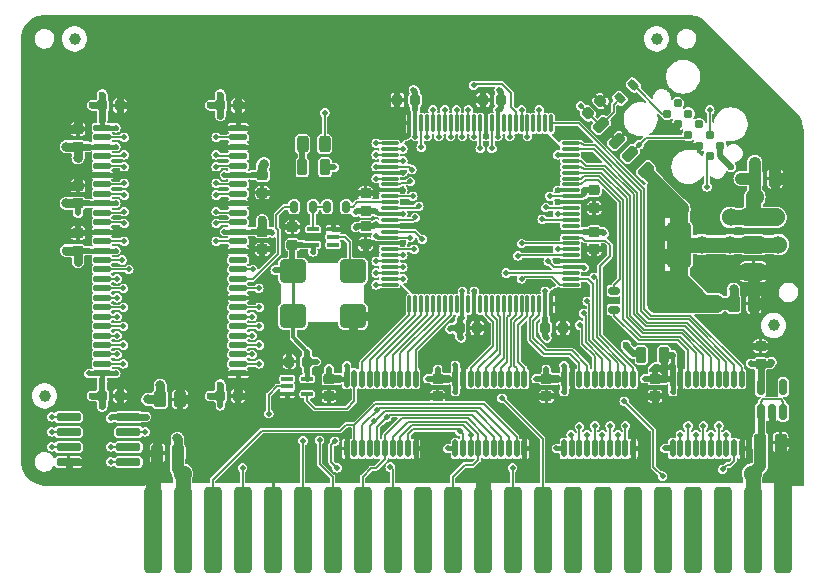
<source format=gtl>
G04 #@! TF.GenerationSoftware,KiCad,Pcbnew,7.0.10*
G04 #@! TF.CreationDate,2024-04-24T04:09:31-04:00*
G04 #@! TF.ProjectId,RAM2GS,52414d32-4753-42e6-9b69-6361645f7063,2.2*
G04 #@! TF.SameCoordinates,Original*
G04 #@! TF.FileFunction,Copper,L1,Top*
G04 #@! TF.FilePolarity,Positive*
%FSLAX46Y46*%
G04 Gerber Fmt 4.6, Leading zero omitted, Abs format (unit mm)*
G04 Created by KiCad (PCBNEW 7.0.10) date 2024-04-24 04:09:31*
%MOMM*%
%LPD*%
G01*
G04 APERTURE LIST*
G04 Aperture macros list*
%AMRoundRect*
0 Rectangle with rounded corners*
0 $1 Rounding radius*
0 $2 $3 $4 $5 $6 $7 $8 $9 X,Y pos of 4 corners*
0 Add a 4 corners polygon primitive as box body*
4,1,4,$2,$3,$4,$5,$6,$7,$8,$9,$2,$3,0*
0 Add four circle primitives for the rounded corners*
1,1,$1+$1,$2,$3*
1,1,$1+$1,$4,$5*
1,1,$1+$1,$6,$7*
1,1,$1+$1,$8,$9*
0 Add four rect primitives between the rounded corners*
20,1,$1+$1,$2,$3,$4,$5,0*
20,1,$1+$1,$4,$5,$6,$7,0*
20,1,$1+$1,$6,$7,$8,$9,0*
20,1,$1+$1,$8,$9,$2,$3,0*%
G04 Aperture macros list end*
G04 #@! TA.AperFunction,SMDPad,CuDef*
%ADD10RoundRect,0.381000X-0.381000X-3.289000X0.381000X-3.289000X0.381000X3.289000X-0.381000X3.289000X0*%
G04 #@! TD*
G04 #@! TA.AperFunction,SMDPad,CuDef*
%ADD11RoundRect,0.212500X0.262500X-0.212500X0.262500X0.212500X-0.262500X0.212500X-0.262500X-0.212500X0*%
G04 #@! TD*
G04 #@! TA.AperFunction,SMDPad,CuDef*
%ADD12RoundRect,0.212500X-0.212500X-0.262500X0.212500X-0.262500X0.212500X0.262500X-0.212500X0.262500X0*%
G04 #@! TD*
G04 #@! TA.AperFunction,SMDPad,CuDef*
%ADD13RoundRect,0.212500X-0.262500X0.212500X-0.262500X-0.212500X0.262500X-0.212500X0.262500X0.212500X0*%
G04 #@! TD*
G04 #@! TA.AperFunction,ComponentPad*
%ADD14C,2.000000*%
G04 #@! TD*
G04 #@! TA.AperFunction,SMDPad,CuDef*
%ADD15RoundRect,0.112500X0.112500X-0.612500X0.112500X0.612500X-0.112500X0.612500X-0.112500X-0.612500X0*%
G04 #@! TD*
G04 #@! TA.AperFunction,SMDPad,CuDef*
%ADD16RoundRect,0.262500X0.262500X0.437500X-0.262500X0.437500X-0.262500X-0.437500X0.262500X-0.437500X0*%
G04 #@! TD*
G04 #@! TA.AperFunction,SMDPad,CuDef*
%ADD17RoundRect,0.262500X-0.262500X-0.437500X0.262500X-0.437500X0.262500X0.437500X-0.262500X0.437500X0*%
G04 #@! TD*
G04 #@! TA.AperFunction,SMDPad,CuDef*
%ADD18C,1.000000*%
G04 #@! TD*
G04 #@! TA.AperFunction,SMDPad,CuDef*
%ADD19RoundRect,0.300000X0.700000X0.450000X-0.700000X0.450000X-0.700000X-0.450000X0.700000X-0.450000X0*%
G04 #@! TD*
G04 #@! TA.AperFunction,SMDPad,CuDef*
%ADD20RoundRect,0.300000X0.700000X1.600000X-0.700000X1.600000X-0.700000X-1.600000X0.700000X-1.600000X0*%
G04 #@! TD*
G04 #@! TA.AperFunction,SMDPad,CuDef*
%ADD21RoundRect,0.212500X-0.494975X-0.194454X-0.194454X-0.494975X0.494975X0.194454X0.194454X0.494975X0*%
G04 #@! TD*
G04 #@! TA.AperFunction,SMDPad,CuDef*
%ADD22RoundRect,0.212500X0.494975X0.194454X0.194454X0.494975X-0.494975X-0.194454X-0.194454X-0.494975X0*%
G04 #@! TD*
G04 #@! TA.AperFunction,SMDPad,CuDef*
%ADD23RoundRect,0.100000X-0.400000X-0.100000X0.400000X-0.100000X0.400000X0.100000X-0.400000X0.100000X0*%
G04 #@! TD*
G04 #@! TA.AperFunction,ConnectorPad*
%ADD24C,0.787400*%
G04 #@! TD*
G04 #@! TA.AperFunction,SMDPad,CuDef*
%ADD25RoundRect,0.114500X-0.640500X-0.114500X0.640500X-0.114500X0.640500X0.114500X-0.640500X0.114500X0*%
G04 #@! TD*
G04 #@! TA.AperFunction,SMDPad,CuDef*
%ADD26RoundRect,0.300000X-0.800000X-0.700000X0.800000X-0.700000X0.800000X0.700000X-0.800000X0.700000X0*%
G04 #@! TD*
G04 #@! TA.AperFunction,SMDPad,CuDef*
%ADD27RoundRect,0.100000X0.400000X0.100000X-0.400000X0.100000X-0.400000X-0.100000X0.400000X-0.100000X0*%
G04 #@! TD*
G04 #@! TA.AperFunction,SMDPad,CuDef*
%ADD28RoundRect,0.212500X0.212500X0.262500X-0.212500X0.262500X-0.212500X-0.262500X0.212500X-0.262500X0*%
G04 #@! TD*
G04 #@! TA.AperFunction,SMDPad,CuDef*
%ADD29RoundRect,0.075000X0.075000X-0.662500X0.075000X0.662500X-0.075000X0.662500X-0.075000X-0.662500X0*%
G04 #@! TD*
G04 #@! TA.AperFunction,SMDPad,CuDef*
%ADD30RoundRect,0.075000X0.662500X-0.075000X0.662500X0.075000X-0.662500X0.075000X-0.662500X-0.075000X0*%
G04 #@! TD*
G04 #@! TA.AperFunction,SMDPad,CuDef*
%ADD31RoundRect,0.175000X-0.875000X-0.175000X0.875000X-0.175000X0.875000X0.175000X-0.875000X0.175000X0*%
G04 #@! TD*
G04 #@! TA.AperFunction,SMDPad,CuDef*
%ADD32RoundRect,0.162500X0.162500X-0.512500X0.162500X0.512500X-0.162500X0.512500X-0.162500X-0.512500X0*%
G04 #@! TD*
G04 #@! TA.AperFunction,SMDPad,CuDef*
%ADD33RoundRect,0.212500X0.212500X0.487500X-0.212500X0.487500X-0.212500X-0.487500X0.212500X-0.487500X0*%
G04 #@! TD*
G04 #@! TA.AperFunction,SMDPad,CuDef*
%ADD34RoundRect,0.175000X-0.175000X-0.300000X0.175000X-0.300000X0.175000X0.300000X-0.175000X0.300000X0*%
G04 #@! TD*
G04 #@! TA.AperFunction,SMDPad,CuDef*
%ADD35RoundRect,0.175000X0.175000X0.300000X-0.175000X0.300000X-0.175000X-0.300000X0.175000X-0.300000X0*%
G04 #@! TD*
G04 #@! TA.AperFunction,SMDPad,CuDef*
%ADD36RoundRect,0.243750X0.243750X0.456250X-0.243750X0.456250X-0.243750X-0.456250X0.243750X-0.456250X0*%
G04 #@! TD*
G04 #@! TA.AperFunction,SMDPad,CuDef*
%ADD37RoundRect,0.212500X-0.212500X-0.487500X0.212500X-0.487500X0.212500X0.487500X-0.212500X0.487500X0*%
G04 #@! TD*
G04 #@! TA.AperFunction,SMDPad,CuDef*
%ADD38RoundRect,0.175000X-0.300000X0.175000X-0.300000X-0.175000X0.300000X-0.175000X0.300000X0.175000X0*%
G04 #@! TD*
G04 #@! TA.AperFunction,SMDPad,CuDef*
%ADD39RoundRect,0.175000X0.088388X-0.335876X0.335876X-0.088388X-0.088388X0.335876X-0.335876X0.088388X0*%
G04 #@! TD*
G04 #@! TA.AperFunction,SMDPad,CuDef*
%ADD40RoundRect,0.212500X0.035355X-0.335876X0.335876X-0.035355X-0.035355X0.335876X-0.335876X0.035355X0*%
G04 #@! TD*
G04 #@! TA.AperFunction,ViaPad*
%ADD41C,0.500000*%
G04 #@! TD*
G04 #@! TA.AperFunction,ViaPad*
%ADD42C,1.524000*%
G04 #@! TD*
G04 #@! TA.AperFunction,ViaPad*
%ADD43C,0.762000*%
G04 #@! TD*
G04 #@! TA.AperFunction,ViaPad*
%ADD44C,0.800000*%
G04 #@! TD*
G04 #@! TA.AperFunction,ViaPad*
%ADD45C,0.600000*%
G04 #@! TD*
G04 #@! TA.AperFunction,ViaPad*
%ADD46C,1.000000*%
G04 #@! TD*
G04 #@! TA.AperFunction,ViaPad*
%ADD47C,0.508000*%
G04 #@! TD*
G04 #@! TA.AperFunction,Conductor*
%ADD48C,1.270000*%
G04 #@! TD*
G04 #@! TA.AperFunction,Conductor*
%ADD49C,0.450000*%
G04 #@! TD*
G04 #@! TA.AperFunction,Conductor*
%ADD50C,0.508000*%
G04 #@! TD*
G04 #@! TA.AperFunction,Conductor*
%ADD51C,0.762000*%
G04 #@! TD*
G04 #@! TA.AperFunction,Conductor*
%ADD52C,0.800000*%
G04 #@! TD*
G04 #@! TA.AperFunction,Conductor*
%ADD53C,0.400000*%
G04 #@! TD*
G04 #@! TA.AperFunction,Conductor*
%ADD54C,0.600000*%
G04 #@! TD*
G04 #@! TA.AperFunction,Conductor*
%ADD55C,0.500000*%
G04 #@! TD*
G04 #@! TA.AperFunction,Conductor*
%ADD56C,0.300000*%
G04 #@! TD*
G04 #@! TA.AperFunction,Conductor*
%ADD57C,1.000000*%
G04 #@! TD*
G04 #@! TA.AperFunction,Conductor*
%ADD58C,0.200000*%
G04 #@! TD*
G04 #@! TA.AperFunction,Conductor*
%ADD59C,0.150000*%
G04 #@! TD*
G04 #@! TA.AperFunction,Conductor*
%ADD60C,0.254000*%
G04 #@! TD*
G04 #@! TA.AperFunction,Conductor*
%ADD61C,0.250000*%
G04 #@! TD*
G04 #@! TA.AperFunction,Conductor*
%ADD62C,1.524000*%
G04 #@! TD*
G04 #@! TA.AperFunction,Conductor*
%ADD63C,0.700000*%
G04 #@! TD*
G04 #@! TA.AperFunction,Conductor*
%ADD64C,0.895000*%
G04 #@! TD*
G04 #@! TA.AperFunction,Conductor*
%ADD65C,0.480000*%
G04 #@! TD*
G04 APERTURE END LIST*
D10*
X57658000Y-135282000D03*
X60198000Y-135282000D03*
X62738000Y-135282000D03*
X65278000Y-135282000D03*
X67818000Y-135282000D03*
X70358000Y-135282000D03*
X72898000Y-135282000D03*
X75438000Y-135282000D03*
X77978000Y-135282000D03*
X80518000Y-135282000D03*
X83058000Y-135282000D03*
X85598000Y-135282000D03*
X88138000Y-135282000D03*
X90678000Y-135282000D03*
X93218000Y-135282000D03*
X95758000Y-135282000D03*
X98298000Y-135282000D03*
X100838000Y-135282000D03*
X103378000Y-135282000D03*
X105918000Y-135282000D03*
X108458000Y-135282000D03*
X110998000Y-135282000D03*
D11*
X51350000Y-107650000D03*
X51350000Y-106150000D03*
X51350000Y-102850000D03*
X51350000Y-101350000D03*
D12*
X53400000Y-99350000D03*
X54900000Y-99350000D03*
X63400000Y-123950000D03*
X64900000Y-123950000D03*
X63400000Y-99350000D03*
X64900000Y-99350000D03*
D13*
X66950000Y-110050000D03*
X66950000Y-111550000D03*
X66950000Y-105250000D03*
X66950000Y-106750000D03*
D11*
X51350000Y-111650000D03*
X51350000Y-110150000D03*
D12*
X53400000Y-123950000D03*
X54900000Y-123950000D03*
D14*
X110998000Y-130175000D03*
D13*
X100200000Y-122500000D03*
X100200000Y-124000000D03*
D15*
X92500000Y-128400000D03*
X93150000Y-128400000D03*
X93800000Y-128400000D03*
X94450000Y-128400000D03*
X95100000Y-128400000D03*
X95750000Y-128400000D03*
X96400000Y-128400000D03*
X97050000Y-128400000D03*
X97700000Y-128400000D03*
X98350000Y-128400000D03*
X98350000Y-122500000D03*
X97700000Y-122500000D03*
X97050000Y-122500000D03*
X96400000Y-122500000D03*
X95750000Y-122500000D03*
X95100000Y-122500000D03*
X94450000Y-122500000D03*
X93800000Y-122500000D03*
X93150000Y-122500000D03*
X92500000Y-122500000D03*
D13*
X91000000Y-122500000D03*
X91000000Y-124000000D03*
X81800000Y-122500000D03*
X81800000Y-124000000D03*
D15*
X101700000Y-128400000D03*
X102350000Y-128400000D03*
X103000000Y-128400000D03*
X103650000Y-128400000D03*
X104300000Y-128400000D03*
X104950000Y-128400000D03*
X105600000Y-128400000D03*
X106250000Y-128400000D03*
X106900000Y-128400000D03*
X107550000Y-128400000D03*
X107550000Y-122500000D03*
X106900000Y-122500000D03*
X106250000Y-122500000D03*
X105600000Y-122500000D03*
X104950000Y-122500000D03*
X104300000Y-122500000D03*
X103650000Y-122500000D03*
X103000000Y-122500000D03*
X102350000Y-122500000D03*
X101700000Y-122500000D03*
D13*
X72600000Y-122500000D03*
X72600000Y-124000000D03*
D15*
X83300000Y-128400000D03*
X83950000Y-128400000D03*
X84600000Y-128400000D03*
X85250000Y-128400000D03*
X85900000Y-128400000D03*
X86550000Y-128400000D03*
X87200000Y-128400000D03*
X87850000Y-128400000D03*
X88500000Y-128400000D03*
X89150000Y-128400000D03*
X89150000Y-122500000D03*
X88500000Y-122500000D03*
X87850000Y-122500000D03*
X87200000Y-122500000D03*
X86550000Y-122500000D03*
X85900000Y-122500000D03*
X85250000Y-122500000D03*
X84600000Y-122500000D03*
X83950000Y-122500000D03*
X83300000Y-122500000D03*
D16*
X59778000Y-128778000D03*
X58078000Y-128778000D03*
D17*
X109132000Y-127889000D03*
X110832000Y-127889000D03*
D18*
X100330000Y-93726000D03*
D19*
X108537000Y-113450000D03*
D20*
X102237000Y-111150000D03*
D19*
X108537000Y-111150000D03*
X108537000Y-108850000D03*
D17*
X108650000Y-105550000D03*
X110350000Y-105550000D03*
X106850000Y-116150000D03*
X108550000Y-116150000D03*
D21*
X95628249Y-101028249D03*
X96971751Y-102371751D03*
D22*
X99421751Y-104821751D03*
X98078249Y-103478249D03*
D18*
X51054000Y-93726000D03*
D23*
X69050000Y-122500000D03*
X69050000Y-123150000D03*
X69050000Y-123800000D03*
X70750000Y-123800000D03*
X70750000Y-122500000D03*
D24*
X101228936Y-100067962D03*
X102126962Y-100965987D03*
X103024987Y-101864013D03*
X103923013Y-102762038D03*
X104821038Y-103660064D03*
X105719064Y-102762038D03*
X104821038Y-101864013D03*
X103923013Y-100965987D03*
X103024987Y-100067962D03*
X102126962Y-99169936D03*
D15*
X74100000Y-128400000D03*
X74750000Y-128400000D03*
X75400000Y-128400000D03*
X76050000Y-128400000D03*
X76700000Y-128400000D03*
X77350000Y-128400000D03*
X78000000Y-128400000D03*
X78650000Y-128400000D03*
X79300000Y-128400000D03*
X79950000Y-128400000D03*
X79950000Y-122500000D03*
X79300000Y-122500000D03*
X78650000Y-122500000D03*
X78000000Y-122500000D03*
X77350000Y-122500000D03*
X76700000Y-122500000D03*
X76050000Y-122500000D03*
X75400000Y-122500000D03*
X74750000Y-122500000D03*
X74100000Y-122500000D03*
D25*
X53400000Y-101250000D03*
X53400000Y-102050000D03*
X53400000Y-102850000D03*
X53400000Y-103650000D03*
X53400000Y-104450000D03*
X53400000Y-105250000D03*
X53400000Y-106050000D03*
X53400000Y-106850000D03*
X53400000Y-107650000D03*
X53400000Y-108450000D03*
X53400000Y-109250000D03*
X53400000Y-110050000D03*
X53400000Y-110850000D03*
X53400000Y-111650000D03*
X53400000Y-112450000D03*
X53400000Y-113250000D03*
X53400000Y-114050000D03*
X53400000Y-114850000D03*
X53400000Y-115650000D03*
X53400000Y-116450000D03*
X53400000Y-117250000D03*
X53400000Y-118050000D03*
X53400000Y-118850000D03*
X53400000Y-119650000D03*
X53400000Y-120450000D03*
X53400000Y-121250000D03*
X53400000Y-122050000D03*
X64900000Y-122050000D03*
X64900000Y-121250000D03*
X64900000Y-120450000D03*
X64900000Y-119650000D03*
X64900000Y-118850000D03*
X64900000Y-118050000D03*
X64900000Y-117250000D03*
X64900000Y-116450000D03*
X64900000Y-115650000D03*
X64900000Y-114850000D03*
X64900000Y-114050000D03*
X64900000Y-113250000D03*
X64900000Y-112450000D03*
X64900000Y-111650000D03*
X64900000Y-110850000D03*
X64900000Y-110050000D03*
X64900000Y-109250000D03*
X64900000Y-108450000D03*
X64900000Y-107650000D03*
X64900000Y-106850000D03*
X64900000Y-106050000D03*
X64900000Y-105250000D03*
X64900000Y-104450000D03*
X64900000Y-103650000D03*
X64900000Y-102850000D03*
X64900000Y-102050000D03*
X64900000Y-101250000D03*
D26*
X69560000Y-117205000D03*
X74640000Y-117205000D03*
X74640000Y-113395000D03*
X69560000Y-113395000D03*
D27*
X72950000Y-111150000D03*
X72950000Y-110500000D03*
X72950000Y-109850000D03*
X71250000Y-109850000D03*
X71250000Y-111150000D03*
D11*
X69500000Y-111150000D03*
X69500000Y-109650000D03*
D17*
X58300000Y-124250000D03*
X60000000Y-124250000D03*
D28*
X70750000Y-121050000D03*
X69250000Y-121050000D03*
X79900000Y-98900000D03*
X78400000Y-98900000D03*
X87150000Y-98900000D03*
X85650000Y-98900000D03*
D13*
X95050000Y-106550000D03*
X95050000Y-108050000D03*
X95050000Y-110050000D03*
X95050000Y-111550000D03*
D12*
X83650000Y-118200000D03*
X85150000Y-118200000D03*
D13*
X75700000Y-109600000D03*
X75700000Y-111100000D03*
D12*
X90900000Y-118200000D03*
X92400000Y-118200000D03*
D11*
X75700000Y-108300000D03*
X75700000Y-106800000D03*
D29*
X79400000Y-116212500D03*
X79900000Y-116212500D03*
X80400000Y-116212500D03*
X80900000Y-116212500D03*
X81400000Y-116212500D03*
X81900000Y-116212500D03*
X82400000Y-116212500D03*
X82900000Y-116212500D03*
X83400000Y-116212500D03*
X83900000Y-116212500D03*
X84400000Y-116212500D03*
X84900000Y-116212500D03*
X85400000Y-116212500D03*
X85900000Y-116212500D03*
X86400000Y-116212500D03*
X86900000Y-116212500D03*
X87400000Y-116212500D03*
X87900000Y-116212500D03*
X88400000Y-116212500D03*
X88900000Y-116212500D03*
X89400000Y-116212500D03*
X89900000Y-116212500D03*
X90400000Y-116212500D03*
X90900000Y-116212500D03*
X91400000Y-116212500D03*
D30*
X93062500Y-114550000D03*
X93062500Y-114050000D03*
X93062500Y-113550000D03*
X93062500Y-113050000D03*
X93062500Y-112550000D03*
X93062500Y-112050000D03*
X93062500Y-111550000D03*
X93062500Y-111050000D03*
X93062500Y-110550000D03*
X93062500Y-110050000D03*
X93062500Y-109550000D03*
X93062500Y-109050000D03*
X93062500Y-108550000D03*
X93062500Y-108050000D03*
X93062500Y-107550000D03*
X93062500Y-107050000D03*
X93062500Y-106550000D03*
X93062500Y-106050000D03*
X93062500Y-105550000D03*
X93062500Y-105050000D03*
X93062500Y-104550000D03*
X93062500Y-104050000D03*
X93062500Y-103550000D03*
X93062500Y-103050000D03*
X93062500Y-102550000D03*
D29*
X91400000Y-100887500D03*
X90900000Y-100887500D03*
X90400000Y-100887500D03*
X89900000Y-100887500D03*
X89400000Y-100887500D03*
X88900000Y-100887500D03*
X88400000Y-100887500D03*
X87900000Y-100887500D03*
X87400000Y-100887500D03*
X86900000Y-100887500D03*
X86400000Y-100887500D03*
X85900000Y-100887500D03*
X85400000Y-100887500D03*
X84900000Y-100887500D03*
X84400000Y-100887500D03*
X83900000Y-100887500D03*
X83400000Y-100887500D03*
X82900000Y-100887500D03*
X82400000Y-100887500D03*
X81900000Y-100887500D03*
X81400000Y-100887500D03*
X80900000Y-100887500D03*
X80400000Y-100887500D03*
X79900000Y-100887500D03*
X79400000Y-100887500D03*
D30*
X77737500Y-102550000D03*
X77737500Y-103050000D03*
X77737500Y-103550000D03*
X77737500Y-104050000D03*
X77737500Y-104550000D03*
X77737500Y-105050000D03*
X77737500Y-105550000D03*
X77737500Y-106050000D03*
X77737500Y-106550000D03*
X77737500Y-107050000D03*
X77737500Y-107550000D03*
X77737500Y-108050000D03*
X77737500Y-108550000D03*
X77737500Y-109050000D03*
X77737500Y-109550000D03*
X77737500Y-110050000D03*
X77737500Y-110550000D03*
X77737500Y-111050000D03*
X77737500Y-111550000D03*
X77737500Y-112050000D03*
X77737500Y-112550000D03*
X77737500Y-113050000D03*
X77737500Y-113550000D03*
X77737500Y-114050000D03*
X77737500Y-114550000D03*
D18*
X48514000Y-123952000D03*
D31*
X50559000Y-125730000D03*
X50559000Y-127000000D03*
X50559000Y-128270000D03*
X50559000Y-129540000D03*
X55613000Y-129540000D03*
X55613000Y-128270000D03*
X55613000Y-127000000D03*
X55613000Y-125730000D03*
D18*
X110236000Y-117983000D03*
D32*
X109150000Y-125300000D03*
X110100000Y-125300000D03*
X111050000Y-125300000D03*
X111050000Y-123200000D03*
X109150000Y-123200000D03*
D11*
X109150000Y-121250000D03*
X109150000Y-119750000D03*
D33*
X100950000Y-120500000D03*
X99050000Y-120500000D03*
D34*
X72450000Y-107950000D03*
X74050000Y-107950000D03*
D35*
X71250000Y-107950000D03*
X69650000Y-107950000D03*
D36*
X72237500Y-102650000D03*
X70362500Y-102650000D03*
D37*
X70350000Y-104600000D03*
X72250000Y-104600000D03*
D38*
X96750000Y-115050000D03*
X96750000Y-116650000D03*
D39*
X97234315Y-98765685D03*
X98365685Y-97634315D03*
D40*
X94519670Y-100030330D03*
X95580330Y-98969670D03*
D41*
X112014000Y-100965000D03*
X74168000Y-130937000D03*
X102108000Y-130937000D03*
X64008000Y-130937000D03*
D42*
X57658000Y-130556000D03*
D41*
X104648000Y-130937000D03*
X61722000Y-130937000D03*
X106680000Y-95377000D03*
X98171000Y-92202000D03*
X88011000Y-92202000D03*
X82931000Y-92202000D03*
X77851000Y-92202000D03*
X67691000Y-92202000D03*
X62611000Y-92202000D03*
X94488000Y-130937000D03*
X46990000Y-117983000D03*
X46990000Y-112903000D03*
X46990000Y-107823000D03*
X81788000Y-130937000D03*
X91948000Y-130937000D03*
X89408000Y-130937000D03*
X97028000Y-130937000D03*
X69088000Y-130937000D03*
X112014000Y-117729000D03*
X79248000Y-130937000D03*
X76708000Y-130937000D03*
X71628000Y-130937000D03*
X86868000Y-130937000D03*
X84328000Y-130937000D03*
X66548000Y-130937000D03*
X109347000Y-98044000D03*
X66050000Y-101250000D03*
X63750000Y-101250000D03*
X66050000Y-102850000D03*
X66050000Y-122050000D03*
X52250000Y-110050000D03*
X54550000Y-110050000D03*
X63750000Y-102850000D03*
X63750000Y-122050000D03*
X66050000Y-111650000D03*
X63750000Y-107650000D03*
X59150000Y-108850000D03*
X60550000Y-122050000D03*
X59150000Y-106450000D03*
X57750000Y-122050000D03*
X59150000Y-104050000D03*
X63750000Y-111650000D03*
D43*
X50350000Y-110150000D03*
X51350000Y-105200000D03*
D41*
X51350000Y-109300000D03*
X57950000Y-111650000D03*
X60350000Y-111650000D03*
X59150000Y-110050000D03*
X59150000Y-107650000D03*
X59150000Y-102850000D03*
X59150000Y-101250000D03*
X59150000Y-105250000D03*
X60060000Y-99799000D03*
D44*
X50350000Y-106150000D03*
X51350000Y-100400000D03*
X50350000Y-101350000D03*
D41*
X54550000Y-105250000D03*
X99568000Y-130937000D03*
X106807000Y-130937000D03*
X74100000Y-127250000D03*
X89150000Y-129550000D03*
X89800000Y-128400000D03*
X89150000Y-127250000D03*
X80600000Y-128400000D03*
X79950000Y-127250000D03*
X81950000Y-129150000D03*
X68050000Y-127750000D03*
X91000000Y-127150000D03*
X100550000Y-127750000D03*
X112014000Y-127889000D03*
X112014000Y-112649000D03*
D42*
X106600000Y-113450000D03*
X110450000Y-113450000D03*
D41*
X81500000Y-127250000D03*
X73850000Y-109850000D03*
X50038000Y-115443000D03*
X50038000Y-120523000D03*
X46990000Y-123063000D03*
X104800000Y-114950000D03*
X107162600Y-129870200D03*
X112014000Y-107569000D03*
X46990000Y-102743000D03*
X105100000Y-109050000D03*
X103800000Y-98550000D03*
X96950000Y-100450000D03*
X77200000Y-126750000D03*
X86800000Y-125000000D03*
X73900000Y-120400000D03*
X52451000Y-92202000D03*
X73850000Y-111650000D03*
X89100000Y-118150000D03*
X49911000Y-131064000D03*
X46990000Y-128143000D03*
X94600000Y-120850000D03*
X94750000Y-103800000D03*
X94400000Y-102250000D03*
X88500000Y-98750000D03*
X89900000Y-98750000D03*
X46990000Y-97663000D03*
X50038000Y-99822000D03*
X107150000Y-118500000D03*
X82650000Y-124100000D03*
X102500000Y-123600000D03*
D45*
X99300000Y-124000000D03*
X90100000Y-124000000D03*
D41*
X84100000Y-123600000D03*
X93300000Y-123600000D03*
X101050000Y-124100000D03*
X71750000Y-124000000D03*
X102500000Y-121400000D03*
X91850000Y-124070000D03*
D45*
X80900000Y-124000000D03*
X100200000Y-124850000D03*
X73500000Y-124000000D03*
D41*
X93091000Y-92202000D03*
X72771000Y-92202000D03*
X57531000Y-92202000D03*
X85950000Y-118200000D03*
X84100000Y-121350000D03*
D45*
X108250000Y-119900000D03*
D41*
X107550000Y-127300000D03*
X67850000Y-106750000D03*
X68450000Y-121200000D03*
X85900000Y-102000000D03*
X91950000Y-107550000D03*
X91950000Y-112550000D03*
X76600000Y-111400000D03*
X91950000Y-116200000D03*
X69500000Y-120150000D03*
X94200000Y-111300000D03*
D43*
X58350000Y-127550000D03*
D45*
X55750000Y-123950000D03*
D41*
X84900000Y-117350000D03*
X95900000Y-107900000D03*
D45*
X57086500Y-128905000D03*
D41*
X94200000Y-107700000D03*
X84850000Y-98750000D03*
X92250000Y-117350000D03*
D45*
X54900000Y-100250000D03*
D46*
X111550000Y-105550000D03*
D41*
X96200000Y-99600000D03*
D44*
X74650000Y-118750000D03*
D45*
X110050000Y-119900000D03*
D41*
X69500000Y-108850000D03*
X64900000Y-124800000D03*
X76600000Y-106550000D03*
X78850000Y-106550000D03*
D45*
X64900000Y-122700000D03*
D41*
X78850000Y-100900000D03*
X66950000Y-107600000D03*
D45*
X74500000Y-129800000D03*
D41*
X99000000Y-128400000D03*
X94200000Y-112300000D03*
X54800500Y-94996000D03*
X75750000Y-111900000D03*
X85000000Y-119050000D03*
X91700000Y-115100000D03*
X84900000Y-115100000D03*
D46*
X110350000Y-104200000D03*
D41*
X85900000Y-99750000D03*
X95050000Y-112350000D03*
D45*
X54900000Y-98450000D03*
D41*
X93300000Y-121400000D03*
D44*
X61050000Y-124250000D03*
D41*
X57531000Y-97282000D03*
D45*
X110100000Y-126400000D03*
D41*
X98350000Y-127250000D03*
D46*
X110100000Y-116150000D03*
D44*
X110350000Y-106800000D03*
D41*
X60000000Y-125400000D03*
X74850000Y-106950000D03*
X95900000Y-111400000D03*
X78850000Y-105050000D03*
X66950000Y-112400000D03*
X74850000Y-110900000D03*
X92250000Y-119050000D03*
D45*
X64900000Y-98450000D03*
X52070000Y-129540000D03*
X55750000Y-99350000D03*
D41*
X95631000Y-94742000D03*
D45*
X102250000Y-102750000D03*
X65750000Y-123950000D03*
D41*
X85800000Y-98050000D03*
X79120000Y-102000000D03*
D44*
X76250000Y-117200000D03*
D45*
X50863500Y-130365500D03*
X101536500Y-101536500D03*
D41*
X78550000Y-98050000D03*
D45*
X65750000Y-99350000D03*
D41*
X78850000Y-111050000D03*
X78550000Y-99750000D03*
X68650000Y-109550000D03*
D45*
X54900000Y-123050000D03*
D41*
X73050000Y-109250000D03*
D44*
X60000000Y-123050000D03*
D45*
X54900000Y-124850000D03*
D41*
X70231000Y-99822000D03*
X67800000Y-111550000D03*
X70850000Y-119400000D03*
X91950000Y-106550000D03*
D45*
X64900000Y-100600000D03*
D41*
X69050000Y-124400000D03*
X75850000Y-104880000D03*
X102350000Y-127250000D03*
X88138000Y-130048000D03*
X95750000Y-127250000D03*
X77775000Y-129975000D03*
X65278000Y-130048000D03*
X67500000Y-125450000D03*
X97700000Y-126500000D03*
X97050000Y-127250000D03*
X96400000Y-126500000D03*
X93100000Y-127250000D03*
X95100000Y-126500000D03*
X94450000Y-127250000D03*
X93800000Y-126550000D03*
X103000000Y-126500000D03*
X103650000Y-127250000D03*
X104300000Y-126500000D03*
X104950000Y-127250000D03*
X105600000Y-126500000D03*
X106250000Y-127250000D03*
X105918000Y-130175000D03*
X100838000Y-130746500D03*
X83650000Y-126950000D03*
X97600000Y-124400000D03*
X76450000Y-126100000D03*
X73100000Y-127800000D03*
X73279000Y-130048000D03*
X76700000Y-125150000D03*
X70400000Y-127750000D03*
X71800000Y-127700000D03*
X77500000Y-125750000D03*
X87249000Y-124142500D03*
X84600000Y-127250000D03*
X66050000Y-110050000D03*
D47*
X54550000Y-102850000D03*
X54550000Y-111650000D03*
D45*
X63400000Y-123000000D03*
D44*
X51350000Y-103800000D03*
X50350000Y-107650000D03*
X50350000Y-102850000D03*
D47*
X54550000Y-101250000D03*
D43*
X66950000Y-109100000D03*
D41*
X51350000Y-108500000D03*
D43*
X50350000Y-111650000D03*
X51350000Y-112600000D03*
D41*
X63750000Y-110050000D03*
X63750000Y-105250000D03*
X66050000Y-105250000D03*
X54550000Y-122050000D03*
X52250000Y-122050000D03*
X52250000Y-111650000D03*
X52250000Y-107650000D03*
X52250000Y-102850000D03*
X54550000Y-107650000D03*
X91875000Y-122500000D03*
X101075000Y-122500000D03*
X82675000Y-122500000D03*
D46*
X104300000Y-116150000D03*
X102300000Y-116150000D03*
X100300000Y-116150000D03*
X100300000Y-111650000D03*
X100300000Y-108650000D03*
X100300000Y-110150000D03*
X100300000Y-113150000D03*
X100300000Y-114650000D03*
D42*
X102300000Y-108150000D03*
X104150000Y-111150000D03*
X110650000Y-111150000D03*
X102300000Y-114150000D03*
D41*
X73050000Y-104600000D03*
X83300000Y-121350000D03*
X83300000Y-123600000D03*
X91000000Y-121700000D03*
X100200000Y-121700000D03*
X81800000Y-121700000D03*
X80950000Y-122500000D03*
X101700000Y-121400000D03*
X99350000Y-122500000D03*
X92500000Y-121400000D03*
X90150000Y-122500000D03*
X101700000Y-123600000D03*
X92500000Y-123600000D03*
X82650000Y-128400000D03*
D45*
X53400000Y-122700000D03*
D41*
X78850000Y-108550000D03*
X91150000Y-112550000D03*
X70750000Y-121900000D03*
X76600000Y-108400000D03*
X71250000Y-111750000D03*
X83800000Y-119050000D03*
X76600000Y-110400000D03*
X68050000Y-113300000D03*
X101050000Y-128400000D03*
X54102000Y-125857000D03*
D45*
X106625000Y-104575000D03*
D44*
X58300000Y-123050000D03*
D45*
X53400000Y-98450000D03*
D41*
X79920000Y-102000000D03*
D45*
X53400000Y-100600000D03*
D46*
X100300000Y-106150000D03*
D41*
X91850000Y-128400000D03*
D44*
X106850000Y-114900000D03*
D41*
X83900000Y-117350000D03*
X49149000Y-128270000D03*
X79750000Y-98050000D03*
X86900000Y-102000000D03*
D44*
X57250000Y-124250000D03*
X67100000Y-104300000D03*
D41*
X79900000Y-99750000D03*
D42*
X106550000Y-111150000D03*
D41*
X94200000Y-106900000D03*
X70750000Y-120200000D03*
X71550000Y-121050000D03*
X69500000Y-112000000D03*
X67800000Y-110150000D03*
D45*
X105850000Y-116150000D03*
X52550000Y-123950000D03*
D41*
X87000000Y-98050000D03*
D45*
X62550000Y-99350000D03*
D41*
X83900000Y-115100000D03*
X70350000Y-111150000D03*
X91300000Y-107050000D03*
D45*
X63400000Y-100250000D03*
D41*
X91950000Y-103550000D03*
D45*
X53400000Y-124850000D03*
D41*
X90900000Y-115100000D03*
D45*
X52550000Y-99350000D03*
D41*
X57023000Y-127000000D03*
X86900000Y-99750000D03*
X63400000Y-124800000D03*
D45*
X57086500Y-125730000D03*
D41*
X82850000Y-118300000D03*
X79610000Y-104800000D03*
X90900000Y-117350000D03*
X94200000Y-113100000D03*
X91050000Y-119050000D03*
D45*
X63400000Y-98450000D03*
D41*
X76600000Y-104550000D03*
X74850000Y-108400000D03*
D45*
X62550000Y-123950000D03*
D41*
X79500000Y-110550000D03*
X90650000Y-109000000D03*
X93850000Y-117950000D03*
X91950000Y-108550000D03*
X94150000Y-116950000D03*
X90950000Y-108000000D03*
X94450000Y-115950000D03*
X91950000Y-111550000D03*
X95050000Y-113900000D03*
D47*
X63050000Y-102050000D03*
X55250000Y-102050000D03*
D41*
X84900000Y-102000000D03*
X55250000Y-104550000D03*
X63050000Y-104550000D03*
X83900000Y-102000000D03*
D47*
X55250000Y-103550000D03*
X63050000Y-103550000D03*
D41*
X84400000Y-99750000D03*
X63050000Y-105950000D03*
D47*
X55250000Y-105950000D03*
D41*
X83400000Y-99750000D03*
X63050000Y-110850000D03*
D47*
X55250000Y-110850000D03*
D41*
X81400000Y-99750000D03*
D47*
X55250000Y-108350000D03*
D41*
X63050000Y-108350000D03*
X82400000Y-99750000D03*
X55250000Y-109350000D03*
X63050000Y-109350000D03*
X81900000Y-102000000D03*
X63050000Y-106950000D03*
X55250000Y-106950000D03*
X82900000Y-102000000D03*
X66150000Y-113250000D03*
X76600000Y-102550000D03*
X66650000Y-114850000D03*
X76600000Y-105550000D03*
X66700000Y-116450000D03*
X78850000Y-104050000D03*
X66100000Y-117250000D03*
X79700000Y-107050000D03*
X66700000Y-118050000D03*
X76600000Y-112550000D03*
X66100000Y-118850000D03*
X76600000Y-114550000D03*
X66700000Y-119650000D03*
X80500000Y-110700000D03*
X66100000Y-120450000D03*
X78850000Y-112050000D03*
X66700000Y-121250000D03*
X78850000Y-114050000D03*
X55200000Y-121250000D03*
X78850000Y-113050000D03*
X54650000Y-120450000D03*
X79800000Y-111550000D03*
X55200000Y-119650000D03*
X79900000Y-108850000D03*
X54650000Y-118850000D03*
X76600000Y-113550000D03*
X55200000Y-118050000D03*
X80200000Y-107900000D03*
X54650000Y-117250000D03*
X79500000Y-105800000D03*
X55200000Y-116450000D03*
X85400000Y-103000000D03*
X54650000Y-115650000D03*
X78850000Y-103050000D03*
X55200000Y-114850000D03*
X80400000Y-102900000D03*
X54650000Y-114050000D03*
X76600000Y-103550000D03*
X55650000Y-113250000D03*
X80900000Y-102000000D03*
D47*
X55100000Y-112450000D03*
D41*
X86400000Y-103000000D03*
X104600000Y-106250000D03*
X88900000Y-111050000D03*
X88900000Y-114050000D03*
X98850000Y-102700000D03*
X104850000Y-99750000D03*
X88600000Y-112100000D03*
X87600000Y-113550000D03*
X93900000Y-99400000D03*
D42*
X108458000Y-130556000D03*
X60198000Y-130556000D03*
D41*
X73475000Y-122500000D03*
D42*
X106600000Y-108850000D03*
X108650000Y-107150000D03*
D46*
X108650000Y-104200000D03*
D41*
X72600000Y-121650000D03*
X74100000Y-121400000D03*
D44*
X59750000Y-127550000D03*
D46*
X107500000Y-105550000D03*
D42*
X110450000Y-108850000D03*
D41*
X49149000Y-127000000D03*
X89400000Y-102000000D03*
X88900000Y-99750000D03*
X54102000Y-129540000D03*
X54102000Y-128270000D03*
X87900000Y-102000000D03*
X49149000Y-125730000D03*
X90400000Y-99750000D03*
X76600000Y-109400000D03*
D45*
X110050000Y-121100000D03*
D41*
X74850000Y-109700000D03*
D45*
X97750000Y-119650000D03*
D41*
X94200000Y-110050000D03*
X108300000Y-121200000D03*
X91950000Y-110050000D03*
X95900000Y-110200000D03*
D45*
X109150000Y-122100000D03*
D41*
X84850000Y-97650000D03*
X72250000Y-100000000D03*
D48*
X85598000Y-135382000D02*
X85598000Y-130556000D01*
X57658000Y-135382000D02*
X57658000Y-130556000D01*
D49*
X64900000Y-102850000D02*
X66050000Y-102850000D01*
X64900000Y-101250000D02*
X66050000Y-101250000D01*
X64900000Y-122050000D02*
X66050000Y-122050000D01*
X53400000Y-110050000D02*
X54550000Y-110050000D01*
X64900000Y-101250000D02*
X63750000Y-101250000D01*
X64900000Y-122050000D02*
X63750000Y-122050000D01*
X53400000Y-110050000D02*
X52250000Y-110050000D01*
X64900000Y-102850000D02*
X63750000Y-102850000D01*
X64900000Y-111650000D02*
X66050000Y-111650000D01*
X64900000Y-107650000D02*
X63750000Y-107650000D01*
D50*
X51350000Y-110150000D02*
X52150000Y-110150000D01*
D51*
X51350000Y-106150000D02*
X51350000Y-105200000D01*
D50*
X52150000Y-110150000D02*
X52250000Y-110050000D01*
X66950000Y-111550000D02*
X66150000Y-111550000D01*
D49*
X64900000Y-111650000D02*
X63750000Y-111650000D01*
D50*
X66150000Y-111550000D02*
X66050000Y-111650000D01*
X53400000Y-105250000D02*
X51400000Y-105250000D01*
D51*
X51350000Y-110150000D02*
X50350000Y-110150000D01*
D50*
X51400000Y-105250000D02*
X51350000Y-105200000D01*
X51350000Y-110150000D02*
X51350000Y-109300000D01*
D52*
X51350000Y-106150000D02*
X50350000Y-106150000D01*
X51350000Y-101350000D02*
X51350000Y-100400000D01*
X51350000Y-101350000D02*
X50350000Y-101350000D01*
D49*
X53400000Y-105250000D02*
X54550000Y-105250000D01*
X74100000Y-128400000D02*
X74100000Y-127250000D01*
X89150000Y-128400000D02*
X89150000Y-129550000D01*
X79950000Y-128400000D02*
X79950000Y-127250000D01*
X79950000Y-128400000D02*
X80600000Y-128400000D01*
D48*
X108537000Y-113450000D02*
X106600000Y-113450000D01*
X110450000Y-113450000D02*
X108537000Y-113450000D01*
D53*
X72950000Y-109850000D02*
X73850000Y-109850000D01*
D49*
X89150000Y-128400000D02*
X89800000Y-128400000D01*
X89150000Y-128400000D02*
X89150000Y-127250000D01*
D54*
X91000000Y-124000000D02*
X90100000Y-124000000D01*
X100200000Y-124000000D02*
X99300000Y-124000000D01*
D55*
X72600000Y-124000000D02*
X71750000Y-124000000D01*
D54*
X81800000Y-124000000D02*
X80900000Y-124000000D01*
X100200000Y-124000000D02*
X100200000Y-124850000D01*
X72600000Y-124000000D02*
X73500000Y-124000000D01*
D56*
X77737500Y-105050000D02*
X78850000Y-105050000D01*
D54*
X109900000Y-119750000D02*
X110050000Y-119900000D01*
D49*
X98350000Y-128400000D02*
X98350000Y-129300000D01*
D54*
X101556449Y-101536500D02*
X101536500Y-101536500D01*
D55*
X85650000Y-99600000D02*
X85800000Y-99750000D01*
D49*
X64900000Y-122050000D02*
X64900000Y-122700000D01*
D55*
X94200000Y-108050000D02*
X94200000Y-107700000D01*
X75700000Y-111050000D02*
X75000000Y-111050000D01*
X69250000Y-120350000D02*
X69450000Y-120150000D01*
D54*
X102262038Y-102762038D02*
X103923013Y-102762038D01*
D55*
X75700000Y-106800000D02*
X76400000Y-106800000D01*
D56*
X85900000Y-100887500D02*
X85900000Y-102000000D01*
D55*
X67800000Y-111550000D02*
X66950000Y-111550000D01*
D49*
X83950000Y-121500000D02*
X84100000Y-121350000D01*
D55*
X76400000Y-111050000D02*
X75700000Y-111050000D01*
X85150000Y-118900000D02*
X85000000Y-119050000D01*
D56*
X93062500Y-107550000D02*
X94050000Y-107550000D01*
X79400000Y-100887500D02*
X79400000Y-101720000D01*
X76600000Y-111250000D02*
X76800000Y-111050000D01*
D55*
X66950000Y-107600000D02*
X66950000Y-106750000D01*
X85650000Y-98900000D02*
X85000000Y-98900000D01*
X85150000Y-118200000D02*
X85150000Y-117500000D01*
X78400000Y-98200000D02*
X78550000Y-98050000D01*
X69500000Y-109650000D02*
X69500000Y-108850000D01*
D49*
X83950000Y-122500000D02*
X83950000Y-123450000D01*
D52*
X64900000Y-123950000D02*
X64900000Y-122700000D01*
D55*
X91000000Y-124000000D02*
X91780000Y-124000000D01*
X81800000Y-124000000D02*
X82550000Y-124000000D01*
D54*
X110100000Y-126400000D02*
X110100000Y-125300000D01*
D56*
X85900000Y-100887500D02*
X85900000Y-99750000D01*
X93062500Y-106550000D02*
X91950000Y-106550000D01*
D52*
X108550000Y-117150000D02*
X108550000Y-116150000D01*
D56*
X78862500Y-100887500D02*
X78850000Y-100900000D01*
D49*
X93150000Y-122500000D02*
X93150000Y-123450000D01*
D54*
X50559000Y-130225500D02*
X50559000Y-129540000D01*
D55*
X95050000Y-111550000D02*
X95050000Y-112350000D01*
D54*
X54900000Y-99350000D02*
X55750000Y-99350000D01*
D57*
X110350000Y-105550000D02*
X111550000Y-105550000D01*
D55*
X95050000Y-108050000D02*
X94200000Y-108050000D01*
X60000000Y-124250000D02*
X60000000Y-125400000D01*
X64900000Y-123950000D02*
X64900000Y-124800000D01*
D49*
X107550000Y-128400000D02*
X107950000Y-128400000D01*
D51*
X58078000Y-127822000D02*
X58078000Y-128778000D01*
D55*
X85650000Y-98900000D02*
X85650000Y-99600000D01*
X92400000Y-118900000D02*
X92250000Y-119050000D01*
D52*
X74640000Y-118740000D02*
X74650000Y-118750000D01*
D57*
X108550000Y-116150000D02*
X110100000Y-116150000D01*
D49*
X83950000Y-123450000D02*
X84100000Y-123600000D01*
D56*
X93062500Y-107550000D02*
X91950000Y-107550000D01*
X76800000Y-111050000D02*
X77737500Y-111050000D01*
D53*
X69050000Y-123800000D02*
X69050000Y-124400000D01*
D55*
X69450000Y-120150000D02*
X69500000Y-120150000D01*
D49*
X102350000Y-122500000D02*
X102350000Y-121550000D01*
D58*
X76020000Y-105050000D02*
X77737500Y-105050000D01*
D59*
X96200000Y-99589340D02*
X96200000Y-99600000D01*
D53*
X72950000Y-109350000D02*
X73050000Y-109250000D01*
D56*
X91400000Y-116212500D02*
X91400000Y-115400000D01*
D55*
X69250000Y-121050000D02*
X69250000Y-120350000D01*
D49*
X107550000Y-127300000D02*
X107550000Y-128400000D01*
D54*
X54900000Y-123950000D02*
X55750000Y-123950000D01*
D56*
X94050000Y-107550000D02*
X94200000Y-107700000D01*
X77737500Y-111050000D02*
X78850000Y-111050000D01*
X77737500Y-106550000D02*
X76600000Y-106550000D01*
D55*
X85800000Y-99750000D02*
X85900000Y-99750000D01*
D56*
X84900000Y-116212500D02*
X84900000Y-117350000D01*
D55*
X78400000Y-98900000D02*
X78400000Y-99600000D01*
D49*
X74100000Y-128400000D02*
X74100000Y-129400000D01*
D52*
X60000000Y-124250000D02*
X60000000Y-123050000D01*
D49*
X66900000Y-107650000D02*
X66950000Y-107600000D01*
D56*
X77737500Y-106550000D02*
X78850000Y-106550000D01*
D57*
X108550000Y-116150000D02*
X108550000Y-113463000D01*
D54*
X50559000Y-129540000D02*
X52070000Y-129540000D01*
D52*
X74640000Y-117205000D02*
X76245000Y-117205000D01*
D57*
X110832000Y-130009000D02*
X110998000Y-130175000D01*
D49*
X64900000Y-101250000D02*
X64900000Y-100600000D01*
X74100000Y-129400000D02*
X74500000Y-129800000D01*
D55*
X68750000Y-109650000D02*
X69500000Y-109650000D01*
X85650000Y-98900000D02*
X85650000Y-98200000D01*
X82550000Y-124000000D02*
X82650000Y-124100000D01*
X85000000Y-98900000D02*
X84850000Y-98750000D01*
D57*
X58078000Y-130136000D02*
X57658000Y-130556000D01*
D49*
X99000000Y-128400000D02*
X98350000Y-128400000D01*
D55*
X76600000Y-111400000D02*
X76600000Y-111250000D01*
D54*
X50699000Y-130365500D02*
X50863500Y-130365500D01*
D49*
X107550000Y-128400000D02*
X107550000Y-129482800D01*
D55*
X94350000Y-111550000D02*
X94200000Y-111400000D01*
X75700000Y-111850000D02*
X75750000Y-111900000D01*
D56*
X91400000Y-116212500D02*
X91937500Y-116212500D01*
D55*
X100950000Y-124000000D02*
X101050000Y-124100000D01*
D56*
X93062500Y-112550000D02*
X93950000Y-112550000D01*
D60*
X93062500Y-112550000D02*
X91950000Y-112550000D01*
D56*
X79400000Y-101720000D02*
X79120000Y-102000000D01*
D57*
X58078000Y-128778000D02*
X58078000Y-130136000D01*
D49*
X102350000Y-123450000D02*
X102500000Y-123600000D01*
D53*
X72950000Y-109850000D02*
X72950000Y-109350000D01*
D55*
X68600000Y-121050000D02*
X68450000Y-121200000D01*
D54*
X108400000Y-119750000D02*
X108250000Y-119900000D01*
D49*
X107550000Y-129482800D02*
X107162600Y-129870200D01*
X79950000Y-128400000D02*
X79950000Y-129300000D01*
D55*
X92400000Y-118200000D02*
X92400000Y-117500000D01*
D52*
X74640000Y-117205000D02*
X74640000Y-118740000D01*
D55*
X76600000Y-111250000D02*
X76400000Y-111050000D01*
D56*
X91400000Y-115400000D02*
X91700000Y-115100000D01*
D54*
X54900000Y-123950000D02*
X54900000Y-123050000D01*
D55*
X85150000Y-118200000D02*
X85150000Y-118900000D01*
X76600000Y-106550000D02*
X76600000Y-106600000D01*
X75700000Y-111050000D02*
X75700000Y-111850000D01*
D49*
X102350000Y-121550000D02*
X102500000Y-121400000D01*
D50*
X66950000Y-112400000D02*
X66950000Y-111550000D01*
D55*
X95750000Y-111550000D02*
X95900000Y-111400000D01*
X69250000Y-121050000D02*
X68600000Y-121050000D01*
D54*
X54900000Y-123950000D02*
X54900000Y-124850000D01*
D55*
X68650000Y-109550000D02*
X68750000Y-109650000D01*
D57*
X110350000Y-105550000D02*
X110350000Y-104200000D01*
D56*
X84900000Y-116212500D02*
X84900000Y-115100000D01*
D54*
X64900000Y-123950000D02*
X65750000Y-123950000D01*
D49*
X93150000Y-122500000D02*
X93150000Y-121550000D01*
X64900000Y-107650000D02*
X66900000Y-107650000D01*
D55*
X95750000Y-108050000D02*
X95900000Y-107900000D01*
D56*
X91937500Y-116212500D02*
X91950000Y-116200000D01*
D55*
X95050000Y-111550000D02*
X95750000Y-111550000D01*
D49*
X98350000Y-128400000D02*
X98350000Y-127250000D01*
X83950000Y-122500000D02*
X83950000Y-121500000D01*
X102350000Y-122500000D02*
X102350000Y-123450000D01*
D54*
X64900000Y-99350000D02*
X65750000Y-99350000D01*
D55*
X95050000Y-108050000D02*
X95750000Y-108050000D01*
D54*
X64900000Y-99350000D02*
X64900000Y-100600000D01*
D61*
X67818000Y-135382000D02*
X67818000Y-131191000D01*
D54*
X102126962Y-100965987D02*
X101556449Y-101536500D01*
X50559000Y-130225500D02*
X50699000Y-130365500D01*
D62*
X110998000Y-130175000D02*
X110998000Y-135382000D01*
D55*
X75700000Y-106800000D02*
X75000000Y-106800000D01*
X92400000Y-118200000D02*
X92400000Y-118900000D01*
X95050000Y-111550000D02*
X94350000Y-111550000D01*
D52*
X76245000Y-117205000D02*
X76250000Y-117200000D01*
D55*
X75000000Y-111050000D02*
X74850000Y-110900000D01*
D54*
X54900000Y-99350000D02*
X54900000Y-98450000D01*
X57213500Y-128778000D02*
X57086500Y-128905000D01*
X102250000Y-102750000D02*
X102262038Y-102762038D01*
D49*
X93150000Y-121550000D02*
X93288052Y-121411948D01*
D55*
X85650000Y-98200000D02*
X85800000Y-98050000D01*
X100200000Y-124000000D02*
X100950000Y-124000000D01*
D54*
X109150000Y-119750000D02*
X108400000Y-119750000D01*
X58078000Y-128778000D02*
X57213500Y-128778000D01*
D55*
X75000000Y-106800000D02*
X74850000Y-106950000D01*
D57*
X110832000Y-127889000D02*
X110832000Y-130009000D01*
D55*
X78400000Y-99600000D02*
X78550000Y-99750000D01*
X91780000Y-124000000D02*
X91850000Y-124070000D01*
D58*
X75850000Y-104880000D02*
X76020000Y-105050000D01*
D54*
X54900000Y-99350000D02*
X54900000Y-100250000D01*
D52*
X60000000Y-124250000D02*
X61050000Y-124250000D01*
D49*
X93150000Y-123450000D02*
X93300000Y-123600000D01*
D55*
X78400000Y-98900000D02*
X78400000Y-98200000D01*
X67850000Y-106750000D02*
X66950000Y-106750000D01*
D52*
X110350000Y-105550000D02*
X110350000Y-106800000D01*
D57*
X108550000Y-113463000D02*
X108537000Y-113450000D01*
D51*
X110832000Y-127889000D02*
X112014000Y-127889000D01*
D59*
X95580330Y-98969670D02*
X96200000Y-99589340D01*
D55*
X94200000Y-111400000D02*
X94200000Y-111300000D01*
X85150000Y-118200000D02*
X85950000Y-118200000D01*
D54*
X64900000Y-99350000D02*
X64900000Y-98450000D01*
D56*
X79400000Y-100887500D02*
X78862500Y-100887500D01*
D54*
X109150000Y-119750000D02*
X109900000Y-119750000D01*
D55*
X76600000Y-106600000D02*
X76400000Y-106800000D01*
X92400000Y-117500000D02*
X92250000Y-117350000D01*
D56*
X93950000Y-112550000D02*
X94200000Y-112300000D01*
D51*
X58350000Y-127550000D02*
X58078000Y-127822000D01*
D59*
X88138000Y-135382000D02*
X88138000Y-130048000D01*
X102350000Y-127250000D02*
X102350000Y-128400000D01*
X95750000Y-128400000D02*
X95750000Y-127250000D01*
X77775000Y-129975000D02*
X77978000Y-130178000D01*
X77978000Y-130178000D02*
X77978000Y-135382000D01*
X65278000Y-135382000D02*
X65278000Y-130048000D01*
X68200000Y-123150000D02*
X69050000Y-123150000D01*
X67500000Y-123850000D02*
X68200000Y-123150000D01*
X67500000Y-125450000D02*
X67500000Y-123850000D01*
X97700000Y-128400000D02*
X97700000Y-126550000D01*
X97050000Y-128400000D02*
X97050000Y-127250000D01*
X96400000Y-128400000D02*
X96400000Y-126550000D01*
X93150000Y-127300000D02*
X93100000Y-127250000D01*
X93150000Y-128400000D02*
X93150000Y-127300000D01*
X95100000Y-128400000D02*
X95100000Y-126550000D01*
X94450000Y-128400000D02*
X94450000Y-127250000D01*
X93800000Y-128400000D02*
X93800000Y-126550000D01*
X103000000Y-128400000D02*
X103000000Y-126500000D01*
X103650000Y-128400000D02*
X103650000Y-127250000D01*
X104300000Y-128400000D02*
X104300000Y-126500000D01*
X104950000Y-128400000D02*
X104950000Y-127250000D01*
X105600000Y-128400000D02*
X105600000Y-126500000D01*
X106250000Y-128400000D02*
X106250000Y-127250000D01*
X106553000Y-129794000D02*
X106900000Y-129447000D01*
X105918000Y-130175000D02*
X106299000Y-129794000D01*
X106299000Y-129794000D02*
X106553000Y-129794000D01*
X106900000Y-129447000D02*
X106900000Y-128400000D01*
X83950000Y-127200000D02*
X83950000Y-128400000D01*
X83600000Y-126900000D02*
X83650000Y-126950000D01*
X83600000Y-126850000D02*
X83950000Y-127200000D01*
X83500000Y-126750000D02*
X83600000Y-126850000D01*
X79300000Y-127200000D02*
X79750000Y-126750000D01*
X100838000Y-130746500D02*
X100050000Y-129958500D01*
X79750000Y-126750000D02*
X83500000Y-126750000D01*
X83600000Y-126850000D02*
X83600000Y-126900000D01*
X100050000Y-126850000D02*
X97600000Y-124400000D01*
X79300000Y-128400000D02*
X79300000Y-127200000D01*
X100050000Y-129958500D02*
X100050000Y-126850000D01*
X73279000Y-130048000D02*
X72771000Y-129540000D01*
X72771000Y-129540000D02*
X72771000Y-128129000D01*
X85050000Y-125250000D02*
X87200000Y-127400000D01*
X77300000Y-125250000D02*
X85050000Y-125250000D01*
X76050000Y-128400000D02*
X76050000Y-126500000D01*
X76050000Y-126500000D02*
X76675000Y-125875000D01*
X76675000Y-125875000D02*
X77300000Y-125250000D01*
X76675000Y-125875000D02*
X76450000Y-126100000D01*
X87200000Y-127400000D02*
X87200000Y-128400000D01*
X72771000Y-128129000D02*
X73100000Y-127800000D01*
X88500000Y-127400000D02*
X85750000Y-124650000D01*
X66902000Y-126900000D02*
X62738000Y-131064000D01*
X88500000Y-128400000D02*
X88500000Y-127400000D01*
X74750000Y-128400000D02*
X74750000Y-126400000D01*
X85750000Y-124650000D02*
X76500000Y-124650000D01*
X76500000Y-124650000D02*
X74750000Y-126400000D01*
X74050000Y-126400000D02*
X73550000Y-126900000D01*
X74750000Y-126400000D02*
X74050000Y-126400000D01*
X62738000Y-131064000D02*
X62738000Y-135382000D01*
X73550000Y-126900000D02*
X66902000Y-126900000D01*
X87850000Y-128400000D02*
X87850000Y-127400000D01*
X76900000Y-124950000D02*
X75400000Y-126450000D01*
X70358000Y-127792000D02*
X70358000Y-135382000D01*
X77700000Y-124950000D02*
X76900000Y-124950000D01*
X87850000Y-127400000D02*
X85400000Y-124950000D01*
X75400000Y-126450000D02*
X75400000Y-128400000D01*
X76900000Y-124950000D02*
X76700000Y-125150000D01*
X70400000Y-127750000D02*
X70358000Y-127792000D01*
X85400000Y-124950000D02*
X77700000Y-124950000D01*
X86550000Y-127400000D02*
X86550000Y-128400000D01*
X76700000Y-126550000D02*
X77700000Y-125550000D01*
X77700000Y-125550000D02*
X84700000Y-125550000D01*
X84700000Y-125550000D02*
X86550000Y-127400000D01*
X76700000Y-128400000D02*
X76700000Y-126550000D01*
X72898000Y-130810000D02*
X71800000Y-129712000D01*
X71800000Y-129712000D02*
X71800000Y-127700000D01*
X77700000Y-125550000D02*
X77500000Y-125750000D01*
X72898000Y-135382000D02*
X72898000Y-130810000D01*
X76550000Y-130100000D02*
X76150000Y-130100000D01*
X85900000Y-128400000D02*
X85900000Y-127400000D01*
X85900000Y-127400000D02*
X84350000Y-125850000D01*
X84350000Y-125850000D02*
X78800000Y-125850000D01*
X77350000Y-129300000D02*
X76550000Y-130100000D01*
X78800000Y-125850000D02*
X77350000Y-127300000D01*
X77350000Y-127300000D02*
X77350000Y-128400000D01*
X75438000Y-130812000D02*
X75438000Y-135382000D01*
X76150000Y-130100000D02*
X75438000Y-130812000D01*
X77350000Y-128400000D02*
X77350000Y-129300000D01*
X85250000Y-127200000D02*
X84200000Y-126150000D01*
X85250000Y-129350000D02*
X84806000Y-129794000D01*
X85250000Y-128400000D02*
X85250000Y-129350000D01*
X85250000Y-128400000D02*
X85250000Y-127200000D01*
X79250000Y-126150000D02*
X78000000Y-127400000D01*
X84074000Y-129794000D02*
X83058000Y-130810000D01*
X84200000Y-126150000D02*
X79250000Y-126150000D01*
X84806000Y-129794000D02*
X84074000Y-129794000D01*
X78000000Y-127400000D02*
X78000000Y-128400000D01*
X83058000Y-130810000D02*
X83058000Y-135382000D01*
X79600000Y-126450000D02*
X78650000Y-127400000D01*
X87249000Y-124142500D02*
X90678000Y-127571500D01*
X90678000Y-127571500D02*
X90678000Y-135382000D01*
X84600000Y-128400000D02*
X84600000Y-127250000D01*
X84600000Y-127250000D02*
X84600000Y-127100000D01*
X83950000Y-126450000D02*
X79600000Y-126450000D01*
X84600000Y-127100000D02*
X83950000Y-126450000D01*
X78650000Y-127400000D02*
X78650000Y-128400000D01*
X75000000Y-107550000D02*
X74600000Y-107950000D01*
X77737500Y-107550000D02*
X75000000Y-107550000D01*
X74600000Y-107950000D02*
X74050000Y-107950000D01*
X68150000Y-108600000D02*
X68150000Y-109750000D01*
X68800000Y-107950000D02*
X68150000Y-108600000D01*
X69650000Y-107950000D02*
X68800000Y-107950000D01*
X68300000Y-111900000D02*
X66150000Y-114050000D01*
X68150000Y-109750000D02*
X68300000Y-109900000D01*
X68300000Y-109900000D02*
X68300000Y-111900000D01*
X66150000Y-114050000D02*
X64900000Y-114050000D01*
D49*
X53400000Y-111650000D02*
X54550000Y-111650000D01*
D54*
X52250000Y-102850000D02*
X51350000Y-102850000D01*
D52*
X51350000Y-107650000D02*
X50350000Y-107650000D01*
X51350000Y-102850000D02*
X51350000Y-103800000D01*
X51350000Y-102850000D02*
X50350000Y-102850000D01*
D54*
X63400000Y-123950000D02*
X63400000Y-123000000D01*
D50*
X66950000Y-105250000D02*
X66050000Y-105250000D01*
D49*
X53400000Y-101250000D02*
X54550000Y-101250000D01*
D51*
X66950000Y-110050000D02*
X66950000Y-109100000D01*
D50*
X66050000Y-110050000D02*
X66950000Y-110050000D01*
X51350000Y-107650000D02*
X51350000Y-108500000D01*
X51350000Y-107650000D02*
X52250000Y-107650000D01*
D51*
X51350000Y-111650000D02*
X50350000Y-111650000D01*
X51350000Y-111650000D02*
X51350000Y-112600000D01*
D50*
X51350000Y-111650000D02*
X52250000Y-111650000D01*
D49*
X64900000Y-110050000D02*
X66050000Y-110050000D01*
X64900000Y-110050000D02*
X63750000Y-110050000D01*
X64900000Y-105250000D02*
X63750000Y-105250000D01*
X64900000Y-105250000D02*
X66050000Y-105250000D01*
X53400000Y-122050000D02*
X54550000Y-122050000D01*
X53400000Y-122050000D02*
X52250000Y-122050000D01*
X53400000Y-111650000D02*
X52250000Y-111650000D01*
X53400000Y-107650000D02*
X52250000Y-107650000D01*
X53400000Y-102850000D02*
X52250000Y-102850000D01*
X53400000Y-107650000D02*
X54550000Y-107650000D01*
X53400000Y-102850000D02*
X54550000Y-102850000D01*
D63*
X90975000Y-122500000D02*
X91875000Y-122500000D01*
D49*
X92500000Y-122500000D02*
X91875000Y-122500000D01*
X101700000Y-122500000D02*
X101075000Y-122500000D01*
D63*
X100175000Y-122500000D02*
X101075000Y-122500000D01*
X81775000Y-122500000D02*
X82675000Y-122500000D01*
D49*
X83300000Y-122500000D02*
X82675000Y-122500000D01*
D48*
X102237000Y-112150000D02*
X100300000Y-112150000D01*
X108537000Y-111150000D02*
X110650000Y-111150000D01*
X102237000Y-111150000D02*
X104150000Y-111150000D01*
X102237000Y-110150000D02*
X100300000Y-110150000D01*
D55*
X72250000Y-104600000D02*
X73050000Y-104600000D01*
D56*
X101550000Y-120500000D02*
X101700000Y-120650000D01*
D49*
X83300000Y-122500000D02*
X83300000Y-123600000D01*
D55*
X91000000Y-122500000D02*
X91000000Y-121700000D01*
X100200000Y-122500000D02*
X100200000Y-121700000D01*
X81800000Y-122500000D02*
X81800000Y-121700000D01*
X81800000Y-122500000D02*
X80950000Y-122500000D01*
D54*
X100950000Y-120500000D02*
X100950000Y-121350000D01*
D49*
X101700000Y-122500000D02*
X101700000Y-121400000D01*
D56*
X101700000Y-120650000D02*
X101700000Y-121400000D01*
D55*
X100200000Y-122500000D02*
X99350000Y-122500000D01*
D49*
X92500000Y-122500000D02*
X92500000Y-121400000D01*
D55*
X91000000Y-122500000D02*
X90150000Y-122500000D01*
D49*
X101700000Y-122500000D02*
X101700000Y-123600000D01*
D54*
X100950000Y-120500000D02*
X101600000Y-120500000D01*
D49*
X92500000Y-122500000D02*
X92500000Y-123600000D01*
D50*
X67700000Y-110050000D02*
X66950000Y-110050000D01*
D54*
X99421751Y-104821751D02*
X99421751Y-105271751D01*
D62*
X104300000Y-116150000D02*
X105400000Y-116150000D01*
D55*
X90900000Y-118200000D02*
X90900000Y-117350000D01*
D56*
X79900000Y-100887500D02*
X79900000Y-101980000D01*
D53*
X71250000Y-111150000D02*
X70350000Y-111150000D01*
D55*
X75700000Y-108300000D02*
X74950000Y-108300000D01*
D57*
X105850000Y-116150000D02*
X105400000Y-116150000D01*
D59*
X77737500Y-110550000D02*
X79500000Y-110550000D01*
D55*
X76500000Y-108300000D02*
X76600000Y-108400000D01*
D59*
X55613000Y-127000000D02*
X57023000Y-127000000D01*
D55*
X87150000Y-98200000D02*
X87000000Y-98050000D01*
D52*
X58300000Y-124250000D02*
X58300000Y-123050000D01*
D62*
X100300000Y-114150000D02*
X100300000Y-112150000D01*
X100300000Y-108150000D02*
X102300000Y-108150000D01*
D50*
X67800000Y-110150000D02*
X67700000Y-110050000D01*
D49*
X53400000Y-101250000D02*
X53400000Y-100600000D01*
D54*
X53400000Y-123950000D02*
X52550000Y-123950000D01*
D55*
X69500000Y-111150000D02*
X70350000Y-111150000D01*
D57*
X106850000Y-116150000D02*
X105850000Y-116150000D01*
D55*
X101700000Y-128400000D02*
X101050000Y-128400000D01*
D56*
X77737500Y-108550000D02*
X76750000Y-108550000D01*
X93062500Y-107050000D02*
X94050000Y-107050000D01*
D49*
X82650000Y-128400000D02*
X83300000Y-128400000D01*
D62*
X102300000Y-114150000D02*
X102300000Y-116150000D01*
D55*
X69500000Y-111150000D02*
X69500000Y-112000000D01*
D62*
X102237000Y-108213000D02*
X102300000Y-108150000D01*
D52*
X66950000Y-105250000D02*
X66950000Y-104450000D01*
D54*
X99421751Y-105271751D02*
X100300000Y-106150000D01*
D56*
X77737500Y-104550000D02*
X76600000Y-104550000D01*
D55*
X63400000Y-123950000D02*
X63400000Y-124800000D01*
X83800000Y-117350000D02*
X83900000Y-117350000D01*
D56*
X79900000Y-101980000D02*
X79920000Y-102000000D01*
D58*
X79610000Y-104800000D02*
X79360000Y-104550000D01*
D52*
X100300000Y-105700000D02*
X100300000Y-106150000D01*
D53*
X71250000Y-111150000D02*
X71250000Y-111750000D01*
D55*
X75700000Y-108300000D02*
X76500000Y-108300000D01*
X79900000Y-98200000D02*
X79750000Y-98050000D01*
D54*
X55613000Y-125730000D02*
X57086500Y-125730000D01*
D52*
X99421751Y-104821751D02*
X100300000Y-105700000D01*
D64*
X102300000Y-107700000D02*
X102300000Y-108150000D01*
D58*
X79360000Y-104550000D02*
X77737500Y-104550000D01*
D60*
X69560000Y-113395000D02*
X69560000Y-117205000D01*
D62*
X100300000Y-106150000D02*
X102300000Y-108150000D01*
D53*
X70750000Y-122500000D02*
X70750000Y-121900000D01*
D49*
X53400000Y-122050000D02*
X53400000Y-122700000D01*
D55*
X87150000Y-98900000D02*
X87150000Y-98200000D01*
D65*
X105719064Y-103669064D02*
X105719064Y-102762038D01*
D55*
X83650000Y-117500000D02*
X83800000Y-117350000D01*
X70750000Y-121050000D02*
X70750000Y-120200000D01*
X83650000Y-118200000D02*
X82950000Y-118200000D01*
X90900000Y-118900000D02*
X91050000Y-119050000D01*
D52*
X106850000Y-116150000D02*
X106850000Y-114900000D01*
D55*
X83650000Y-118200000D02*
X83650000Y-117500000D01*
D62*
X100300000Y-114150000D02*
X100300000Y-116150000D01*
D56*
X90900000Y-116212500D02*
X90900000Y-115100000D01*
X79900000Y-100887500D02*
X79900000Y-99750000D01*
D55*
X79900000Y-98900000D02*
X79900000Y-99750000D01*
X69500000Y-112000000D02*
X69500000Y-113335000D01*
D62*
X102237000Y-111150000D02*
X102237000Y-114087000D01*
D55*
X74950000Y-108300000D02*
X74850000Y-108400000D01*
D62*
X102237000Y-111150000D02*
X102237000Y-108213000D01*
D56*
X94150000Y-113050000D02*
X94200000Y-113100000D01*
X94050000Y-107050000D02*
X94200000Y-106900000D01*
D55*
X54102000Y-125857000D02*
X54229000Y-125730000D01*
D58*
X91150000Y-112550000D02*
X91650000Y-113050000D01*
D55*
X83650000Y-118900000D02*
X83800000Y-119050000D01*
X90900000Y-118200000D02*
X90900000Y-118900000D01*
D62*
X102300000Y-116150000D02*
X104300000Y-116150000D01*
D52*
X66950000Y-104450000D02*
X67100000Y-104300000D01*
D62*
X102300000Y-114150000D02*
X104300000Y-116150000D01*
D52*
X58300000Y-124250000D02*
X57250000Y-124250000D01*
D56*
X83900000Y-116212500D02*
X83900000Y-115100000D01*
X69560000Y-119010000D02*
X70750000Y-120200000D01*
D54*
X53400000Y-123950000D02*
X53400000Y-124850000D01*
D55*
X87150000Y-99600000D02*
X87000000Y-99750000D01*
D54*
X63400000Y-123950000D02*
X62550000Y-123950000D01*
X63400000Y-99350000D02*
X63400000Y-98450000D01*
D62*
X100300000Y-114150000D02*
X102300000Y-116150000D01*
D56*
X77737500Y-108550000D02*
X78850000Y-108550000D01*
X90900000Y-116212500D02*
X90900000Y-117350000D01*
X69560000Y-117205000D02*
X69560000Y-119010000D01*
D62*
X102300000Y-114150000D02*
X100300000Y-114150000D01*
D55*
X82950000Y-118200000D02*
X82850000Y-118300000D01*
X79900000Y-98900000D02*
X79900000Y-98200000D01*
D64*
X99725000Y-105125000D02*
X102300000Y-107700000D01*
D49*
X83300000Y-121350000D02*
X83300000Y-122500000D01*
D54*
X63400000Y-99350000D02*
X63400000Y-100250000D01*
D62*
X100300000Y-116150000D02*
X102300000Y-116150000D01*
D55*
X69500000Y-113335000D02*
X69560000Y-113395000D01*
D48*
X108537000Y-111150000D02*
X106550000Y-111150000D01*
D56*
X76600000Y-110400000D02*
X76750000Y-110550000D01*
D58*
X91650000Y-113050000D02*
X93062500Y-113050000D01*
D62*
X102237000Y-114087000D02*
X102300000Y-114150000D01*
D56*
X76750000Y-108550000D02*
X76600000Y-108400000D01*
D58*
X93062500Y-107050000D02*
X91300000Y-107050000D01*
D54*
X53400000Y-99350000D02*
X53400000Y-98450000D01*
D55*
X83650000Y-118200000D02*
X83650000Y-118900000D01*
D56*
X93062500Y-103550000D02*
X91950000Y-103550000D01*
X93062500Y-113050000D02*
X94150000Y-113050000D01*
D55*
X70750000Y-121900000D02*
X70750000Y-121050000D01*
D59*
X50559000Y-128270000D02*
X49149000Y-128270000D01*
D56*
X83900000Y-116212500D02*
X83900000Y-117350000D01*
D49*
X91850000Y-128400000D02*
X92500000Y-128400000D01*
D62*
X100300000Y-108150000D02*
X100300000Y-106150000D01*
D55*
X94200000Y-106550000D02*
X94200000Y-106900000D01*
D50*
X53400000Y-123950000D02*
X53400000Y-122700000D01*
D55*
X68050000Y-113300000D02*
X69465000Y-113300000D01*
D56*
X76750000Y-110550000D02*
X77737500Y-110550000D01*
D54*
X53400000Y-99350000D02*
X53400000Y-100600000D01*
D55*
X95050000Y-106550000D02*
X94200000Y-106550000D01*
D65*
X106625000Y-104575000D02*
X105719064Y-103669064D01*
D55*
X87000000Y-99750000D02*
X86900000Y-99750000D01*
D48*
X104150000Y-111150000D02*
X106550000Y-111150000D01*
D62*
X100300000Y-112150000D02*
X100300000Y-110150000D01*
D55*
X54229000Y-125730000D02*
X55613000Y-125730000D01*
D56*
X86900000Y-100887500D02*
X86900000Y-99750000D01*
D55*
X69465000Y-113300000D02*
X69560000Y-113395000D01*
X70750000Y-121050000D02*
X71550000Y-121050000D01*
D62*
X100300000Y-108150000D02*
X100300000Y-110150000D01*
D55*
X87150000Y-98900000D02*
X87150000Y-99600000D01*
D54*
X53400000Y-99350000D02*
X52550000Y-99350000D01*
X63400000Y-99350000D02*
X62550000Y-99350000D01*
D56*
X86900000Y-100887500D02*
X86900000Y-102000000D01*
D59*
X78000000Y-120500000D02*
X78000000Y-122500000D01*
X81400000Y-117100000D02*
X78000000Y-120500000D01*
X81400000Y-116212500D02*
X81400000Y-117100000D01*
X76050000Y-120950000D02*
X79900000Y-117100000D01*
X79900000Y-117100000D02*
X79900000Y-116212500D01*
X76050000Y-122500000D02*
X76050000Y-120950000D01*
X80900000Y-117100000D02*
X80900000Y-116212500D01*
X77350000Y-122500000D02*
X77350000Y-120650000D01*
X77350000Y-120650000D02*
X80900000Y-117100000D01*
X80400000Y-117100000D02*
X76700000Y-120800000D01*
X76700000Y-120800000D02*
X76700000Y-122500000D01*
X80400000Y-116212500D02*
X80400000Y-117100000D01*
X79950000Y-120050000D02*
X82900000Y-117100000D01*
X82900000Y-116212500D02*
X82900000Y-117100000D01*
X79950000Y-122500000D02*
X79950000Y-120050000D01*
X82400000Y-117100000D02*
X79300000Y-120200000D01*
X79300000Y-120200000D02*
X79300000Y-122500000D01*
X82400000Y-116212500D02*
X82400000Y-117100000D01*
X79400000Y-117100000D02*
X75400000Y-121100000D01*
X79400000Y-116212500D02*
X79400000Y-117100000D01*
X75400000Y-121100000D02*
X75400000Y-122500000D01*
X78650000Y-120350000D02*
X81900000Y-117100000D01*
X78650000Y-122500000D02*
X78650000Y-120350000D01*
X81900000Y-117100000D02*
X81900000Y-116212500D01*
X85900000Y-121600000D02*
X85900000Y-122500000D01*
X87100000Y-117300000D02*
X87100000Y-120400000D01*
X86900000Y-117100000D02*
X87100000Y-117300000D01*
X86900000Y-116212500D02*
X86900000Y-117100000D01*
X87100000Y-120400000D02*
X85900000Y-121600000D01*
X88600000Y-117950000D02*
X89400000Y-117150000D01*
X89400000Y-117150000D02*
X89400000Y-116212500D01*
X88600000Y-121050000D02*
X88600000Y-117950000D01*
X89150000Y-121600000D02*
X88600000Y-121050000D01*
X89150000Y-122500000D02*
X89150000Y-121600000D01*
X86800000Y-120050000D02*
X85250000Y-121600000D01*
X86800000Y-117500000D02*
X86800000Y-120050000D01*
X85250000Y-121600000D02*
X85250000Y-122500000D01*
X86400000Y-116212500D02*
X86400000Y-117100000D01*
X86400000Y-117100000D02*
X86800000Y-117500000D01*
X85900000Y-117100000D02*
X86500000Y-117700000D01*
X86500000Y-117700000D02*
X86500000Y-119700000D01*
X85900000Y-116212500D02*
X85900000Y-117100000D01*
X86500000Y-119700000D02*
X84600000Y-121600000D01*
X84600000Y-121600000D02*
X84600000Y-122500000D01*
X88000000Y-121450000D02*
X87850000Y-121600000D01*
X87850000Y-121600000D02*
X87850000Y-122500000D01*
X88400000Y-117100000D02*
X88000000Y-117500000D01*
X88000000Y-117500000D02*
X88000000Y-121450000D01*
X88400000Y-116212500D02*
X88400000Y-117100000D01*
X87700000Y-117300000D02*
X87700000Y-121100000D01*
X87900000Y-116212500D02*
X87900000Y-117100000D01*
X87700000Y-121100000D02*
X87200000Y-121600000D01*
X87900000Y-117100000D02*
X87700000Y-117300000D01*
X87200000Y-121600000D02*
X87200000Y-122500000D01*
X88500000Y-121600000D02*
X88500000Y-122500000D01*
X88300000Y-117700000D02*
X88300000Y-121400000D01*
X88900000Y-117100000D02*
X88300000Y-117700000D01*
X88300000Y-121400000D02*
X88500000Y-121600000D01*
X88900000Y-116212500D02*
X88900000Y-117100000D01*
X86550000Y-121600000D02*
X86550000Y-122500000D01*
X87400000Y-116212500D02*
X87400000Y-120750000D01*
X87400000Y-120750000D02*
X86550000Y-121600000D01*
X93800000Y-121200000D02*
X93000000Y-120400000D01*
X89600000Y-117400000D02*
X89900000Y-117100000D01*
X89900000Y-117100000D02*
X89900000Y-116212500D01*
X89600000Y-119200000D02*
X89600000Y-117400000D01*
X93000000Y-120400000D02*
X90800000Y-120400000D01*
X93800000Y-122500000D02*
X93800000Y-121200000D01*
X90800000Y-120400000D02*
X89600000Y-119200000D01*
X90400000Y-117100000D02*
X89900000Y-117600000D01*
X90950000Y-120100000D02*
X93150000Y-120100000D01*
X89900000Y-117600000D02*
X89900000Y-119050000D01*
X94450000Y-121400000D02*
X94450000Y-122500000D01*
X89900000Y-119050000D02*
X90950000Y-120100000D01*
X93150000Y-120100000D02*
X94450000Y-121400000D01*
X90400000Y-116212500D02*
X90400000Y-117100000D01*
X95100000Y-121600000D02*
X95100000Y-122500000D01*
X94050000Y-118150000D02*
X94050000Y-119550000D01*
X93850000Y-117950000D02*
X94050000Y-118150000D01*
X95100000Y-120600000D02*
X95100000Y-121600000D01*
X94050000Y-119550000D02*
X95100000Y-120600000D01*
X90650000Y-109000000D02*
X90700000Y-109050000D01*
X90700000Y-109050000D02*
X93062500Y-109050000D01*
X94150000Y-116950000D02*
X94350000Y-117150000D01*
X94350000Y-119400000D02*
X95750000Y-120800000D01*
X94350000Y-117150000D02*
X94350000Y-119400000D01*
X93062500Y-108550000D02*
X91950000Y-108550000D01*
X95750000Y-120800000D02*
X95750000Y-122500000D01*
X94450000Y-115950000D02*
X94650000Y-116150000D01*
X94650000Y-116150000D02*
X94650000Y-119250000D01*
X91000000Y-108050000D02*
X90950000Y-108000000D01*
X93062500Y-108050000D02*
X91000000Y-108050000D01*
X94650000Y-119250000D02*
X96400000Y-121000000D01*
X96400000Y-121000000D02*
X96400000Y-122500000D01*
X97050000Y-121200000D02*
X97050000Y-122500000D01*
X94950000Y-114500000D02*
X94950000Y-119100000D01*
X94950000Y-119100000D02*
X97050000Y-121200000D01*
X93062500Y-114050000D02*
X94500000Y-114050000D01*
X94500000Y-114050000D02*
X94950000Y-114500000D01*
X95050000Y-113900000D02*
X95250000Y-114100000D01*
X95250000Y-114100000D02*
X95250000Y-118950000D01*
X95250000Y-118950000D02*
X97700000Y-121400000D01*
X97700000Y-121400000D02*
X97700000Y-122500000D01*
X93062500Y-111550000D02*
X91950000Y-111550000D01*
X96400000Y-112125000D02*
X95550000Y-112975000D01*
X94000000Y-110550000D02*
X94250000Y-110800000D01*
X98350000Y-121600000D02*
X98350000Y-122500000D01*
X93062500Y-110550000D02*
X94000000Y-110550000D01*
X95550000Y-118800000D02*
X98350000Y-121600000D01*
X95550000Y-112975000D02*
X95550000Y-118800000D01*
X96400000Y-111200000D02*
X96400000Y-112125000D01*
X94250000Y-110800000D02*
X96000000Y-110800000D01*
X96000000Y-110800000D02*
X96400000Y-111200000D01*
X97200000Y-107500000D02*
X95350000Y-105650000D01*
X97200000Y-114100000D02*
X97200000Y-107500000D01*
X94362500Y-105650000D02*
X93962500Y-106050000D01*
X95350000Y-105650000D02*
X94362500Y-105650000D01*
X93962500Y-106050000D02*
X93062500Y-106050000D01*
X96750000Y-115000000D02*
X96750000Y-114550000D01*
X96750000Y-114550000D02*
X97200000Y-114100000D01*
X64900000Y-102050000D02*
X63100000Y-102050000D01*
X53400000Y-102050000D02*
X55250000Y-102050000D01*
X84900000Y-100887500D02*
X84900000Y-102000000D01*
X55250000Y-104550000D02*
X55150000Y-104450000D01*
X55150000Y-104450000D02*
X53400000Y-104450000D01*
X63150000Y-104450000D02*
X63050000Y-104550000D01*
X64900000Y-104450000D02*
X63200000Y-104450000D01*
X83900000Y-100887500D02*
X83900000Y-102000000D01*
X64900000Y-103650000D02*
X63150000Y-103650000D01*
X55150000Y-103650000D02*
X53400000Y-103650000D01*
X55250000Y-103550000D02*
X55150000Y-103650000D01*
X63150000Y-103650000D02*
X63050000Y-103550000D01*
X84400000Y-100887500D02*
X84400000Y-99750000D01*
X55150000Y-106050000D02*
X53400000Y-106050000D01*
X55250000Y-105950000D02*
X55150000Y-106050000D01*
X64900000Y-106050000D02*
X63200000Y-106050000D01*
X63150000Y-106050000D02*
X63050000Y-105950000D01*
X83400000Y-100887500D02*
X83400000Y-99750000D01*
X63100000Y-110850000D02*
X64900000Y-110850000D01*
X53400000Y-110850000D02*
X55250000Y-110850000D01*
X81400000Y-100887500D02*
X81400000Y-99750000D01*
X55150000Y-108450000D02*
X53400000Y-108450000D01*
X55250000Y-108350000D02*
X55150000Y-108450000D01*
X64900000Y-108450000D02*
X63200000Y-108450000D01*
X63150000Y-108450000D02*
X63050000Y-108350000D01*
X82400000Y-100887500D02*
X82400000Y-99750000D01*
X55150000Y-109250000D02*
X53400000Y-109250000D01*
X55250000Y-109350000D02*
X55150000Y-109250000D01*
X64900000Y-109250000D02*
X63200000Y-109250000D01*
X63150000Y-109250000D02*
X63050000Y-109350000D01*
X81900000Y-100887500D02*
X81900000Y-102000000D01*
X63150000Y-106850000D02*
X63050000Y-106950000D01*
X64900000Y-106850000D02*
X63200000Y-106850000D01*
X55150000Y-106850000D02*
X53400000Y-106850000D01*
X55250000Y-106950000D02*
X55150000Y-106850000D01*
X82900000Y-100887500D02*
X82900000Y-102000000D01*
X102300000Y-118950000D02*
X99000000Y-118950000D01*
X103650000Y-122500000D02*
X103650000Y-120300000D01*
X103650000Y-120300000D02*
X102300000Y-118950000D01*
X93950000Y-105550000D02*
X93062500Y-105550000D01*
X99000000Y-118950000D02*
X97500000Y-117450000D01*
X97500000Y-107350000D02*
X95500000Y-105350000D01*
X95500000Y-105350000D02*
X94150000Y-105350000D01*
X97500000Y-117450000D02*
X97500000Y-107350000D01*
X94150000Y-105350000D02*
X93950000Y-105550000D01*
X99150000Y-118650000D02*
X102450000Y-118650000D01*
X104300000Y-120500000D02*
X104300000Y-122500000D01*
X102450000Y-118650000D02*
X104300000Y-120500000D01*
X93062500Y-105050000D02*
X95650000Y-105050000D01*
X97800000Y-107200000D02*
X97800000Y-117300000D01*
X97800000Y-117300000D02*
X99150000Y-118650000D01*
X95650000Y-105050000D02*
X97800000Y-107200000D01*
X102600000Y-118350000D02*
X99300000Y-118350000D01*
X104950000Y-120700000D02*
X102600000Y-118350000D01*
X104950000Y-122500000D02*
X104950000Y-120700000D01*
X94150000Y-104750000D02*
X93950000Y-104550000D01*
X98100000Y-117150000D02*
X98100000Y-107050000D01*
X98100000Y-107050000D02*
X95800000Y-104750000D01*
X95800000Y-104750000D02*
X94150000Y-104750000D01*
X93950000Y-104550000D02*
X93062500Y-104550000D01*
X99300000Y-118350000D02*
X98100000Y-117150000D01*
X102750000Y-118050000D02*
X99425000Y-118050000D01*
X105600000Y-122500000D02*
X105600000Y-120900000D01*
X105600000Y-120900000D02*
X102750000Y-118050000D01*
X93950000Y-104050000D02*
X93062500Y-104050000D01*
X95950000Y-104450000D02*
X94350000Y-104450000D01*
X98400000Y-106900000D02*
X95950000Y-104450000D01*
X99425000Y-118050000D02*
X98400000Y-117025000D01*
X94350000Y-104450000D02*
X93950000Y-104050000D01*
X98400000Y-117025000D02*
X98400000Y-106900000D01*
X102900000Y-117750000D02*
X106250000Y-121100000D01*
X106250000Y-121100000D02*
X106250000Y-122500000D01*
X99550000Y-117750000D02*
X102900000Y-117750000D01*
X93062500Y-103050000D02*
X95006250Y-103050000D01*
X98700000Y-116900000D02*
X99550000Y-117750000D01*
X95006250Y-103050000D02*
X98700000Y-106743750D01*
X98700000Y-106743750D02*
X98700000Y-116900000D01*
X106900000Y-121300000D02*
X106900000Y-122500000D01*
X99700000Y-117450000D02*
X103050000Y-117450000D01*
X103050000Y-117450000D02*
X106900000Y-121300000D01*
X94150000Y-102750000D02*
X95150000Y-102750000D01*
X99000000Y-106600000D02*
X99000000Y-116750000D01*
X95150000Y-102750000D02*
X99000000Y-106600000D01*
X93950000Y-102550000D02*
X94150000Y-102750000D01*
X99000000Y-116750000D02*
X99700000Y-117450000D01*
X93062500Y-102550000D02*
X93950000Y-102550000D01*
X107550000Y-121500000D02*
X107550000Y-122500000D01*
X99849990Y-117149990D02*
X103199990Y-117149990D01*
X103199990Y-117149990D02*
X107550000Y-121500000D01*
X91400000Y-100887500D02*
X93737500Y-100887500D01*
X99300000Y-106450000D02*
X99300000Y-116600000D01*
X93737500Y-100887500D02*
X99300000Y-106450000D01*
X99300000Y-116600000D02*
X99849990Y-117149990D01*
X64900000Y-113250000D02*
X66150000Y-113250000D01*
X77737500Y-102550000D02*
X76600000Y-102550000D01*
X66650000Y-114850000D02*
X64900000Y-114850000D01*
X77737500Y-105550000D02*
X76600000Y-105550000D01*
X64900000Y-116450000D02*
X66700000Y-116450000D01*
X77737500Y-104050000D02*
X78850000Y-104050000D01*
X64900000Y-117250000D02*
X66100000Y-117250000D01*
X79700000Y-107050000D02*
X77737500Y-107050000D01*
X64900000Y-118050000D02*
X66700000Y-118050000D01*
X77737500Y-112550000D02*
X76600000Y-112550000D01*
X64900000Y-118850000D02*
X66100000Y-118850000D01*
X77737500Y-114550000D02*
X76600000Y-114550000D01*
X64900000Y-119650000D02*
X66700000Y-119650000D01*
X79850000Y-110050000D02*
X77737500Y-110050000D01*
X80500000Y-110700000D02*
X79850000Y-110050000D01*
X64900000Y-120450000D02*
X66100000Y-120450000D01*
X77737500Y-112050000D02*
X78850000Y-112050000D01*
X64900000Y-121250000D02*
X66700000Y-121250000D01*
X77737500Y-114050000D02*
X78850000Y-114050000D01*
X53400000Y-121250000D02*
X55200000Y-121250000D01*
X77737500Y-113050000D02*
X78850000Y-113050000D01*
X53400000Y-120450000D02*
X54650000Y-120450000D01*
X77737500Y-111550000D02*
X79800000Y-111550000D01*
X53400000Y-119650000D02*
X55200000Y-119650000D01*
X77737500Y-109050000D02*
X79700000Y-109050000D01*
X79700000Y-109050000D02*
X79900000Y-108850000D01*
X53400000Y-118850000D02*
X54650000Y-118850000D01*
X77737500Y-113550000D02*
X76600000Y-113550000D01*
X53400000Y-118050000D02*
X55200000Y-118050000D01*
X80050000Y-108050000D02*
X77737500Y-108050000D01*
X80200000Y-107900000D02*
X80050000Y-108050000D01*
X53400000Y-117250000D02*
X54650000Y-117250000D01*
X79400000Y-105900000D02*
X78800000Y-105900000D01*
X78800000Y-105900000D02*
X78650000Y-106050000D01*
X78650000Y-106050000D02*
X77737500Y-106050000D01*
X79500000Y-105800000D02*
X79400000Y-105900000D01*
X53400000Y-116450000D02*
X55200000Y-116450000D01*
X85400000Y-100887500D02*
X85400000Y-103000000D01*
X53400000Y-115650000D02*
X54650000Y-115650000D01*
X77737500Y-103050000D02*
X78850000Y-103050000D01*
X53400000Y-114850000D02*
X55200000Y-114850000D01*
X80400000Y-100887500D02*
X80400000Y-102900000D01*
X53400000Y-114050000D02*
X54650000Y-114050000D01*
X77737500Y-103550000D02*
X76600000Y-103550000D01*
X53400000Y-113250000D02*
X55650000Y-113250000D01*
X80900000Y-100887500D02*
X80900000Y-102000000D01*
X53400000Y-112450000D02*
X55100000Y-112450000D01*
X86400000Y-100887500D02*
X86400000Y-103000000D01*
D55*
X70350000Y-102662500D02*
X70362500Y-102650000D01*
X70350000Y-104600000D02*
X70350000Y-102662500D01*
D59*
X93062500Y-111050000D02*
X88900000Y-111050000D01*
X104600000Y-103881102D02*
X104821038Y-103660064D01*
X104600000Y-106250000D02*
X104600000Y-103881102D01*
X98850000Y-102700000D02*
X98850000Y-102706498D01*
X88900000Y-114050000D02*
X89100000Y-113850000D01*
X99450000Y-102100000D02*
X102789000Y-102100000D01*
X91450000Y-113850000D02*
X92150000Y-114550000D01*
X89100000Y-113850000D02*
X91450000Y-113850000D01*
X98850000Y-102706498D02*
X98078249Y-103478249D01*
X92150000Y-114550000D02*
X93062500Y-114550000D01*
X98850000Y-102700000D02*
X99450000Y-102100000D01*
X102789000Y-102100000D02*
X103024987Y-101864013D01*
X104821038Y-99778962D02*
X104850000Y-99750000D01*
X104821038Y-101864013D02*
X104821038Y-99778962D01*
X88650000Y-112050000D02*
X88600000Y-112100000D01*
X93062500Y-112050000D02*
X88650000Y-112050000D01*
X96700000Y-99956498D02*
X95628249Y-101028249D01*
X96700000Y-99300000D02*
X96700000Y-99956498D01*
X94519670Y-100030330D02*
X95517589Y-101028249D01*
X93900000Y-99410660D02*
X93900000Y-99400000D01*
X87600000Y-113550000D02*
X93062500Y-113550000D01*
X95517589Y-101028249D02*
X95628249Y-101028249D01*
X97234315Y-98765685D02*
X96700000Y-99300000D01*
X94519670Y-100030330D02*
X93900000Y-99410660D01*
D48*
X108458000Y-135382000D02*
X108458000Y-130556000D01*
D49*
X74100000Y-122500000D02*
X73475000Y-122500000D01*
D63*
X72575000Y-122500000D02*
X73475000Y-122500000D01*
D48*
X108537000Y-108850000D02*
X106600000Y-108850000D01*
X108537000Y-107263000D02*
X108650000Y-107150000D01*
X108537000Y-108850000D02*
X108537000Y-107263000D01*
D52*
X59778000Y-128778000D02*
X59778000Y-127578000D01*
D57*
X59778000Y-128778000D02*
X59778000Y-130136000D01*
X108650000Y-105550000D02*
X108650000Y-104200000D01*
X59778000Y-130136000D02*
X60198000Y-130556000D01*
X108650000Y-105550000D02*
X108650000Y-107150000D01*
D59*
X109150000Y-124450000D02*
X109150000Y-125300000D01*
D48*
X60198000Y-130556000D02*
X60198000Y-135382000D01*
D57*
X109132000Y-129882000D02*
X108458000Y-130556000D01*
D62*
X108537000Y-108850000D02*
X110450000Y-108850000D01*
D54*
X109150000Y-125300000D02*
X109150000Y-127871000D01*
D57*
X108650000Y-105550000D02*
X107500000Y-105550000D01*
D52*
X59778000Y-127578000D02*
X59750000Y-127550000D01*
D54*
X109150000Y-127871000D02*
X109132000Y-127889000D01*
D59*
X110850000Y-124250000D02*
X109350000Y-124250000D01*
D57*
X109132000Y-127889000D02*
X109132000Y-129882000D01*
D49*
X74100000Y-122500000D02*
X74100000Y-121400000D01*
D50*
X72600000Y-122500000D02*
X72600000Y-121650000D01*
D59*
X109350000Y-124250000D02*
X109150000Y-124450000D01*
X111050000Y-124450000D02*
X110850000Y-124250000D01*
X111050000Y-125300000D02*
X111050000Y-124450000D01*
X98850000Y-119250000D02*
X96750000Y-117150000D01*
X103000000Y-120100000D02*
X102150000Y-119250000D01*
X102150000Y-119250000D02*
X98850000Y-119250000D01*
X96750000Y-117150000D02*
X96750000Y-116650000D01*
X103000000Y-122500000D02*
X103000000Y-120100000D01*
X89400000Y-100887500D02*
X89400000Y-102000000D01*
X50559000Y-127000000D02*
X49149000Y-127000000D01*
X54102000Y-129540000D02*
X55613000Y-129540000D01*
X88900000Y-100887500D02*
X88900000Y-99750000D01*
X55613000Y-128270000D02*
X54102000Y-128270000D01*
X87900000Y-100887500D02*
X87900000Y-102000000D01*
X50559000Y-125730000D02*
X49149000Y-125730000D01*
X90400000Y-100887500D02*
X90400000Y-99750000D01*
D54*
X98350000Y-120350000D02*
X97750000Y-119750000D01*
X99050000Y-120500000D02*
X98950000Y-120400000D01*
D55*
X78850000Y-109550000D02*
X89550000Y-109550000D01*
D54*
X109900000Y-121250000D02*
X110050000Y-121100000D01*
D55*
X95750000Y-110050000D02*
X95900000Y-110200000D01*
D54*
X91950000Y-110050000D02*
X90050000Y-110050000D01*
D55*
X95050000Y-110050000D02*
X94200000Y-110050000D01*
D50*
X91950000Y-110050000D02*
X91900000Y-110100000D01*
D56*
X93062500Y-110050000D02*
X94200000Y-110050000D01*
D54*
X97750000Y-119750000D02*
X97750000Y-119650000D01*
D56*
X77737500Y-109550000D02*
X78850000Y-109550000D01*
D55*
X95050000Y-110050000D02*
X95750000Y-110050000D01*
D56*
X91950000Y-110050000D02*
X93062500Y-110050000D01*
D55*
X108350000Y-121250000D02*
X109150000Y-121250000D01*
D56*
X76600000Y-109400000D02*
X76750000Y-109550000D01*
D54*
X109150000Y-121250000D02*
X109150000Y-122100000D01*
D50*
X91900000Y-110100000D02*
X90000000Y-110100000D01*
D54*
X99050000Y-120500000D02*
X98900000Y-120350000D01*
X109150000Y-123200000D02*
X109150000Y-122100000D01*
D55*
X89550000Y-109550000D02*
X90050000Y-110050000D01*
X76400000Y-109600000D02*
X74950000Y-109600000D01*
X108300000Y-121200000D02*
X108350000Y-121250000D01*
X76600000Y-109400000D02*
X76400000Y-109600000D01*
X74950000Y-109600000D02*
X74850000Y-109700000D01*
D54*
X109150000Y-121250000D02*
X109900000Y-121250000D01*
D50*
X90000000Y-110100000D02*
X89950000Y-110100000D01*
D55*
X89950000Y-110100000D02*
X89400000Y-109550000D01*
D54*
X98900000Y-120350000D02*
X98350000Y-120350000D01*
D56*
X76750000Y-109550000D02*
X77737500Y-109550000D01*
D59*
X71250000Y-107950000D02*
X72450000Y-107950000D01*
X71250000Y-107950000D02*
X71250000Y-109850000D01*
X73950000Y-110500000D02*
X72950000Y-110500000D01*
X74350000Y-110900000D02*
X73950000Y-110500000D01*
X74640000Y-113395000D02*
X74350000Y-113105000D01*
X74350000Y-113105000D02*
X74350000Y-110900000D01*
X70750000Y-124400000D02*
X71400000Y-125050000D01*
X70750000Y-123800000D02*
X70750000Y-124400000D01*
X71400000Y-125050000D02*
X74100000Y-125050000D01*
X74100000Y-125050000D02*
X74750000Y-124400000D01*
X74750000Y-124400000D02*
X74750000Y-122500000D01*
X88400000Y-99900000D02*
X88000000Y-99500000D01*
X72237500Y-102650000D02*
X72237500Y-100012500D01*
X84950000Y-97550000D02*
X84850000Y-97650000D01*
X88000000Y-99500000D02*
X88000000Y-98300000D01*
X88400000Y-100887500D02*
X88400000Y-99900000D01*
X72237500Y-100012500D02*
X72250000Y-100000000D01*
X88000000Y-98300000D02*
X87250000Y-97550000D01*
X87250000Y-97550000D02*
X84950000Y-97550000D01*
X100817962Y-100067962D02*
X98384315Y-97634315D01*
X101228936Y-100067962D02*
X100817962Y-100067962D01*
X98384315Y-97634315D02*
X98365685Y-97634315D01*
G04 #@! TA.AperFunction,Conductor*
G36*
X94423508Y-114292813D02*
G01*
X94428268Y-114297174D01*
X94702826Y-114571731D01*
X94724218Y-114617607D01*
X94724500Y-114624057D01*
X94724500Y-115519616D01*
X94707187Y-115567182D01*
X94663350Y-115592492D01*
X94616905Y-115585551D01*
X94612456Y-115583284D01*
X94575304Y-115564354D01*
X94575302Y-115564353D01*
X94575301Y-115564353D01*
X94450000Y-115544508D01*
X94324698Y-115564353D01*
X94211656Y-115621951D01*
X94121951Y-115711656D01*
X94064353Y-115824698D01*
X94044508Y-115950000D01*
X94064353Y-116075301D01*
X94064353Y-116075302D01*
X94064354Y-116075304D01*
X94121950Y-116188342D01*
X94211658Y-116278050D01*
X94324696Y-116335646D01*
X94362075Y-116341566D01*
X94406348Y-116366106D01*
X94424489Y-116413363D01*
X94424500Y-116414655D01*
X94424500Y-116519616D01*
X94407187Y-116567182D01*
X94363350Y-116592492D01*
X94316905Y-116585551D01*
X94296794Y-116575304D01*
X94275304Y-116564354D01*
X94275302Y-116564353D01*
X94275301Y-116564353D01*
X94150000Y-116544508D01*
X94024698Y-116564353D01*
X93911656Y-116621951D01*
X93821951Y-116711656D01*
X93764353Y-116824698D01*
X93744508Y-116950000D01*
X93764353Y-117075301D01*
X93764353Y-117075302D01*
X93764354Y-117075304D01*
X93821950Y-117188342D01*
X93911658Y-117278050D01*
X94024696Y-117335646D01*
X94062075Y-117341566D01*
X94106348Y-117366106D01*
X94124489Y-117413363D01*
X94124500Y-117414655D01*
X94124500Y-117519616D01*
X94107187Y-117567182D01*
X94063350Y-117592492D01*
X94016905Y-117585551D01*
X94008933Y-117581489D01*
X93975304Y-117564354D01*
X93975302Y-117564353D01*
X93975301Y-117564353D01*
X93850000Y-117544508D01*
X93724698Y-117564353D01*
X93611656Y-117621951D01*
X93521951Y-117711656D01*
X93464353Y-117824698D01*
X93444508Y-117950000D01*
X93464353Y-118075301D01*
X93464353Y-118075302D01*
X93464354Y-118075304D01*
X93521950Y-118188342D01*
X93611658Y-118278050D01*
X93724696Y-118335646D01*
X93762075Y-118341566D01*
X93806348Y-118366106D01*
X93824489Y-118413363D01*
X93824500Y-118414655D01*
X93824500Y-119542138D01*
X93824399Y-119546011D01*
X93822300Y-119586063D01*
X93831031Y-119608814D01*
X93834326Y-119619937D01*
X93839392Y-119643766D01*
X93839394Y-119643770D01*
X93844388Y-119650643D01*
X93853605Y-119667618D01*
X93856654Y-119675560D01*
X93873885Y-119692791D01*
X93881421Y-119701615D01*
X93895740Y-119721323D01*
X93903102Y-119725573D01*
X93918426Y-119737332D01*
X94392752Y-120211658D01*
X94852826Y-120671731D01*
X94874218Y-120717607D01*
X94874500Y-120724057D01*
X94874500Y-121607143D01*
X94857187Y-121654709D01*
X94841613Y-121668671D01*
X94816113Y-121685710D01*
X94766945Y-121697742D01*
X94733887Y-121685710D01*
X94708387Y-121668671D01*
X94678456Y-121627849D01*
X94675500Y-121607143D01*
X94675500Y-121407860D01*
X94675601Y-121403987D01*
X94677700Y-121363936D01*
X94668968Y-121341190D01*
X94665670Y-121330054D01*
X94660607Y-121306232D01*
X94655607Y-121299350D01*
X94646391Y-121282374D01*
X94643346Y-121274441D01*
X94626118Y-121257213D01*
X94618576Y-121248382D01*
X94610555Y-121237342D01*
X94604260Y-121228677D01*
X94596896Y-121224425D01*
X94581571Y-121212666D01*
X93315006Y-119946101D01*
X93312340Y-119943291D01*
X93285508Y-119913492D01*
X93285504Y-119913489D01*
X93263252Y-119903582D01*
X93253047Y-119898041D01*
X93232619Y-119884774D01*
X93232616Y-119884773D01*
X93226505Y-119883805D01*
X93224213Y-119883442D01*
X93205700Y-119877958D01*
X93197932Y-119874500D01*
X93197931Y-119874500D01*
X93173573Y-119874500D01*
X93161998Y-119873589D01*
X93158474Y-119873031D01*
X93137935Y-119869777D01*
X93137934Y-119869777D01*
X93129720Y-119871979D01*
X93110568Y-119874500D01*
X91074057Y-119874500D01*
X91026491Y-119857187D01*
X91021731Y-119852826D01*
X90147174Y-118978269D01*
X90125782Y-118932393D01*
X90125500Y-118925943D01*
X90125500Y-117724057D01*
X90142813Y-117676491D01*
X90147163Y-117671742D01*
X90373174Y-117445730D01*
X90419050Y-117424339D01*
X90467945Y-117437440D01*
X90496979Y-117478904D01*
X90499500Y-117498057D01*
X90499500Y-117581489D01*
X90482187Y-117629055D01*
X90477826Y-117633815D01*
X90387988Y-117723652D01*
X90334780Y-117832489D01*
X90324500Y-117903045D01*
X90324500Y-118496940D01*
X90324502Y-118496956D01*
X90334778Y-118567504D01*
X90334779Y-118567507D01*
X90387988Y-118676347D01*
X90477826Y-118766185D01*
X90499218Y-118812061D01*
X90499500Y-118818511D01*
X90499500Y-118836567D01*
X90499500Y-118963433D01*
X90500908Y-118967766D01*
X90507562Y-118988249D01*
X90510270Y-118999533D01*
X90514351Y-119025296D01*
X90514353Y-119025302D01*
X90526198Y-119048549D01*
X90530641Y-119059277D01*
X90538702Y-119084088D01*
X90538703Y-119084089D01*
X90554038Y-119105197D01*
X90560103Y-119115094D01*
X90571949Y-119138341D01*
X90592652Y-119159044D01*
X90592659Y-119159052D01*
X90791670Y-119358063D01*
X90791680Y-119358072D01*
X90811658Y-119378050D01*
X90834906Y-119389895D01*
X90844793Y-119395954D01*
X90865910Y-119411296D01*
X90890726Y-119419358D01*
X90901454Y-119423803D01*
X90924696Y-119435646D01*
X90924695Y-119435646D01*
X90950463Y-119439727D01*
X90961751Y-119442436D01*
X90986567Y-119450500D01*
X91012657Y-119450500D01*
X91024232Y-119451410D01*
X91050000Y-119455492D01*
X91075767Y-119451410D01*
X91087343Y-119450500D01*
X91113433Y-119450500D01*
X91138253Y-119442434D01*
X91149532Y-119439727D01*
X91175304Y-119435646D01*
X91198553Y-119423798D01*
X91209272Y-119419359D01*
X91234090Y-119411296D01*
X91255198Y-119395958D01*
X91265093Y-119389895D01*
X91288342Y-119378050D01*
X91306796Y-119359595D01*
X91315610Y-119352066D01*
X91336726Y-119336726D01*
X91352066Y-119315610D01*
X91359595Y-119306796D01*
X91378050Y-119288342D01*
X91389895Y-119265093D01*
X91395961Y-119255195D01*
X91411296Y-119234090D01*
X91419359Y-119209272D01*
X91423798Y-119198553D01*
X91435646Y-119175304D01*
X91439727Y-119149532D01*
X91442434Y-119138253D01*
X91450500Y-119113433D01*
X91450500Y-119087342D01*
X91451411Y-119075766D01*
X91455492Y-119049999D01*
X91451411Y-119024232D01*
X91450500Y-119012656D01*
X91450500Y-118986567D01*
X91442438Y-118961756D01*
X91439727Y-118950463D01*
X91435646Y-118924695D01*
X91423803Y-118901454D01*
X91419357Y-118890722D01*
X91411296Y-118865910D01*
X91396064Y-118844945D01*
X91395954Y-118844793D01*
X91389895Y-118834906D01*
X91378050Y-118811658D01*
X91378048Y-118811656D01*
X91378047Y-118811654D01*
X91374626Y-118806945D01*
X91376200Y-118805801D01*
X91358309Y-118767433D01*
X91371410Y-118718538D01*
X91379696Y-118708662D01*
X91412012Y-118676347D01*
X91465220Y-118567509D01*
X91475500Y-118496949D01*
X91475500Y-118350000D01*
X91825001Y-118350000D01*
X91825001Y-118496892D01*
X91825002Y-118496908D01*
X91835264Y-118567359D01*
X91835265Y-118567362D01*
X91888401Y-118676053D01*
X91973946Y-118761598D01*
X92082634Y-118814733D01*
X92153099Y-118824999D01*
X92250000Y-118824999D01*
X92250000Y-118350000D01*
X92550000Y-118350000D01*
X92550000Y-118824999D01*
X92646893Y-118824999D01*
X92646908Y-118824997D01*
X92717359Y-118814735D01*
X92717362Y-118814734D01*
X92826053Y-118761598D01*
X92911598Y-118676053D01*
X92964733Y-118567365D01*
X92974999Y-118496905D01*
X92975000Y-118496894D01*
X92975000Y-118350000D01*
X92550000Y-118350000D01*
X92250000Y-118350000D01*
X91825001Y-118350000D01*
X91475500Y-118350000D01*
X91475499Y-118050000D01*
X91825000Y-118050000D01*
X92250000Y-118050000D01*
X92250000Y-117575000D01*
X92550000Y-117575000D01*
X92550000Y-118050000D01*
X92974999Y-118050000D01*
X92974999Y-117903107D01*
X92974997Y-117903091D01*
X92964735Y-117832640D01*
X92964734Y-117832637D01*
X92911598Y-117723946D01*
X92826053Y-117638401D01*
X92717365Y-117585266D01*
X92646905Y-117575000D01*
X92550000Y-117575000D01*
X92250000Y-117575000D01*
X92153099Y-117575000D01*
X92082640Y-117585264D01*
X92082637Y-117585265D01*
X91973946Y-117638401D01*
X91888401Y-117723946D01*
X91835266Y-117832634D01*
X91825000Y-117903094D01*
X91825000Y-118050000D01*
X91475499Y-118050000D01*
X91475499Y-117903052D01*
X91465242Y-117832640D01*
X91465221Y-117832495D01*
X91465220Y-117832492D01*
X91465219Y-117832489D01*
X91412012Y-117723653D01*
X91326347Y-117637988D01*
X91322174Y-117633815D01*
X91300782Y-117587939D01*
X91300500Y-117581489D01*
X91300500Y-117387342D01*
X91301411Y-117375766D01*
X91301485Y-117375301D01*
X91305492Y-117350000D01*
X91292070Y-117265259D01*
X91291813Y-117263633D01*
X91285646Y-117224695D01*
X91285644Y-117224691D01*
X91253581Y-117161763D01*
X91247412Y-117111522D01*
X91250000Y-117107350D01*
X91250000Y-116362500D01*
X91550000Y-116362500D01*
X91550000Y-117089489D01*
X91562788Y-117086946D01*
X91637215Y-117037216D01*
X91637216Y-117037215D01*
X91686944Y-116962791D01*
X91700000Y-116897158D01*
X91700000Y-116362500D01*
X91550000Y-116362500D01*
X91250000Y-116362500D01*
X91250000Y-115335509D01*
X91550000Y-115335509D01*
X91550000Y-116062500D01*
X91700000Y-116062500D01*
X91700000Y-115527840D01*
X91686944Y-115462208D01*
X91637216Y-115387784D01*
X91637215Y-115387783D01*
X91562789Y-115338054D01*
X91550000Y-115335509D01*
X91250000Y-115335509D01*
X91250000Y-115313028D01*
X91258066Y-115279433D01*
X91266190Y-115263488D01*
X91285646Y-115225304D01*
X91302861Y-115116609D01*
X91327400Y-115072339D01*
X91359041Y-115057922D01*
X91358746Y-115057014D01*
X91364901Y-115055014D01*
X91402688Y-115034922D01*
X91437070Y-115016641D01*
X91474691Y-114981559D01*
X91479932Y-114974601D01*
X91486701Y-114966813D01*
X91545911Y-114907603D01*
X91564633Y-114894001D01*
X91612905Y-114869405D01*
X91634917Y-114862253D01*
X91694880Y-114852755D01*
X91709032Y-114851890D01*
X91724960Y-114852447D01*
X91797204Y-114837750D01*
X91843825Y-114816011D01*
X91888745Y-114784558D01*
X91922326Y-114750978D01*
X91922477Y-114750812D01*
X91922506Y-114750797D01*
X91923468Y-114749836D01*
X91923770Y-114750138D01*
X91967363Y-114727418D01*
X92006202Y-114736007D01*
X92007388Y-114733345D01*
X92014491Y-114736507D01*
X92014493Y-114736509D01*
X92036753Y-114746419D01*
X92046954Y-114751959D01*
X92067379Y-114765224D01*
X92067380Y-114765224D01*
X92067382Y-114765225D01*
X92075776Y-114766554D01*
X92094300Y-114772041D01*
X92102068Y-114775500D01*
X92126427Y-114775500D01*
X92138004Y-114776411D01*
X92162064Y-114780222D01*
X92162064Y-114780221D01*
X92162065Y-114780222D01*
X92169082Y-114778341D01*
X92170280Y-114778021D01*
X92189432Y-114775500D01*
X92196900Y-114775500D01*
X92238012Y-114787971D01*
X92240235Y-114789456D01*
X92312014Y-114837417D01*
X92377789Y-114850500D01*
X93747210Y-114850499D01*
X93747214Y-114850499D01*
X93812983Y-114837418D01*
X93812983Y-114837417D01*
X93812986Y-114837417D01*
X93887577Y-114787577D01*
X93937417Y-114712986D01*
X93950500Y-114647211D01*
X93950499Y-114452790D01*
X93937417Y-114387014D01*
X93937416Y-114387013D01*
X93937416Y-114387010D01*
X93934629Y-114380282D01*
X93937048Y-114379279D01*
X93927790Y-114341443D01*
X93950179Y-114296044D01*
X93996511Y-114275658D01*
X94001350Y-114275500D01*
X94375942Y-114275500D01*
X94423508Y-114292813D01*
G37*
G04 #@! TD.AperFunction*
G04 #@! TA.AperFunction,Conductor*
G36*
X94061499Y-110933970D02*
G01*
X94076825Y-110945730D01*
X94084993Y-110953898D01*
X94087659Y-110956708D01*
X94105530Y-110976555D01*
X94114493Y-110986509D01*
X94136753Y-110996419D01*
X94146954Y-111001959D01*
X94167379Y-111015224D01*
X94167380Y-111015224D01*
X94167382Y-111015225D01*
X94175776Y-111016554D01*
X94194300Y-111022041D01*
X94202068Y-111025500D01*
X94226427Y-111025500D01*
X94238004Y-111026411D01*
X94262064Y-111030222D01*
X94262064Y-111030221D01*
X94262065Y-111030222D01*
X94269082Y-111028341D01*
X94270280Y-111028021D01*
X94289432Y-111025500D01*
X94417983Y-111025500D01*
X94465549Y-111042813D01*
X94490859Y-111086650D01*
X94484464Y-111132001D01*
X94435266Y-111232634D01*
X94425000Y-111303094D01*
X94425000Y-111400000D01*
X95674999Y-111400000D01*
X95674999Y-111303107D01*
X95674997Y-111303091D01*
X95664735Y-111232640D01*
X95664734Y-111232637D01*
X95615536Y-111132001D01*
X95610199Y-111081664D01*
X95638466Y-111039673D01*
X95682017Y-111025500D01*
X95875942Y-111025500D01*
X95923508Y-111042813D01*
X95928268Y-111047174D01*
X96152826Y-111271731D01*
X96174218Y-111317607D01*
X96174500Y-111324057D01*
X96174500Y-112000942D01*
X96157187Y-112048508D01*
X96152826Y-112053268D01*
X95396100Y-112809993D01*
X95393292Y-112812658D01*
X95363492Y-112839491D01*
X95363489Y-112839495D01*
X95353580Y-112861749D01*
X95348043Y-112871946D01*
X95334774Y-112892379D01*
X95333443Y-112900783D01*
X95327959Y-112919296D01*
X95324501Y-112927063D01*
X95324500Y-112927069D01*
X95324500Y-112951425D01*
X95323589Y-112963001D01*
X95319777Y-112987063D01*
X95321978Y-112995274D01*
X95324500Y-113014428D01*
X95324500Y-113469616D01*
X95307187Y-113517182D01*
X95263350Y-113542492D01*
X95216905Y-113535551D01*
X95175304Y-113514354D01*
X95175302Y-113514353D01*
X95175301Y-113514353D01*
X95050000Y-113494508D01*
X94924698Y-113514353D01*
X94811656Y-113571951D01*
X94721951Y-113661656D01*
X94664353Y-113774698D01*
X94662553Y-113780239D01*
X94660854Y-113779687D01*
X94640102Y-113817119D01*
X94592844Y-113835256D01*
X94579981Y-113834356D01*
X94574217Y-113833443D01*
X94555700Y-113827958D01*
X94547932Y-113824500D01*
X94547931Y-113824500D01*
X94523573Y-113824500D01*
X94511998Y-113823589D01*
X94508474Y-113823031D01*
X94487935Y-113819777D01*
X94487934Y-113819777D01*
X94479720Y-113821979D01*
X94460568Y-113824500D01*
X94001350Y-113824500D01*
X93953784Y-113807187D01*
X93928474Y-113763350D01*
X93936062Y-113720314D01*
X93934628Y-113719720D01*
X93937416Y-113712987D01*
X93937415Y-113712987D01*
X93937417Y-113712986D01*
X93950500Y-113647211D01*
X93950499Y-113543120D01*
X93967811Y-113495555D01*
X94011648Y-113470245D01*
X94058091Y-113477185D01*
X94074696Y-113485646D01*
X94200000Y-113505492D01*
X94325304Y-113485646D01*
X94438342Y-113428050D01*
X94528050Y-113338342D01*
X94585646Y-113225304D01*
X94605492Y-113100000D01*
X94585646Y-112974696D01*
X94528050Y-112861658D01*
X94438342Y-112771950D01*
X94325304Y-112714354D01*
X94325302Y-112714353D01*
X94325301Y-112714353D01*
X94200000Y-112694508D01*
X94074695Y-112714354D01*
X94074693Y-112714354D01*
X94040697Y-112731676D01*
X93990455Y-112737844D01*
X93949901Y-112712686D01*
X93939490Y-112700000D01*
X92185510Y-112700000D01*
X92187711Y-112711065D01*
X92180010Y-112761094D01*
X92141952Y-112794469D01*
X92115133Y-112799500D01*
X91784413Y-112799500D01*
X91736847Y-112782187D01*
X91732087Y-112777826D01*
X91575148Y-112620887D01*
X91553756Y-112575011D01*
X91554386Y-112556981D01*
X91555041Y-112552850D01*
X91555492Y-112550000D01*
X91535646Y-112424696D01*
X91514448Y-112383094D01*
X91508280Y-112332854D01*
X91535848Y-112290401D01*
X91580383Y-112275500D01*
X92124252Y-112275500D01*
X92171818Y-112292813D01*
X92197128Y-112336650D01*
X92189498Y-112379919D01*
X92190843Y-112380477D01*
X92188053Y-112387209D01*
X92185510Y-112399999D01*
X92185511Y-112400000D01*
X93939489Y-112400000D01*
X93939489Y-112399999D01*
X93936946Y-112387211D01*
X93906445Y-112341562D01*
X93894414Y-112292393D01*
X93906443Y-112259341D01*
X93937417Y-112212986D01*
X93950500Y-112147211D01*
X93950499Y-111952790D01*
X93937417Y-111887014D01*
X93906745Y-111841110D01*
X93894714Y-111791945D01*
X93906744Y-111758890D01*
X93937417Y-111712986D01*
X93940000Y-111700000D01*
X94425001Y-111700000D01*
X94425001Y-111796892D01*
X94425002Y-111796908D01*
X94435264Y-111867359D01*
X94435265Y-111867362D01*
X94488401Y-111976053D01*
X94573946Y-112061598D01*
X94682634Y-112114733D01*
X94753099Y-112124999D01*
X94900000Y-112124999D01*
X94900000Y-111700000D01*
X95200000Y-111700000D01*
X95200000Y-112124999D01*
X95346893Y-112124999D01*
X95346908Y-112124997D01*
X95417359Y-112114735D01*
X95417362Y-112114734D01*
X95526053Y-112061598D01*
X95611598Y-111976053D01*
X95664733Y-111867365D01*
X95674999Y-111796905D01*
X95675000Y-111796894D01*
X95675000Y-111700000D01*
X95200000Y-111700000D01*
X94900000Y-111700000D01*
X94425001Y-111700000D01*
X93940000Y-111700000D01*
X93950500Y-111647211D01*
X93950499Y-111452790D01*
X93937417Y-111387014D01*
X93906745Y-111341110D01*
X93894714Y-111291945D01*
X93906744Y-111258890D01*
X93937417Y-111212986D01*
X93950500Y-111147211D01*
X93950499Y-110998055D01*
X93967811Y-110950490D01*
X94011649Y-110925180D01*
X94061499Y-110933970D01*
G37*
G04 #@! TD.AperFunction*
G04 #@! TA.AperFunction,Conductor*
G36*
X92046233Y-106317188D02*
G01*
X92047156Y-106317699D01*
X92048060Y-106317763D01*
X92054463Y-106318491D01*
X92057040Y-106318899D01*
X92057250Y-106318934D01*
X92057253Y-106318934D01*
X92057259Y-106318935D01*
X92057264Y-106318934D01*
X92062269Y-106319085D01*
X92062267Y-106319148D01*
X92066747Y-106319069D01*
X92071065Y-106319370D01*
X92071065Y-106319371D01*
X92098947Y-106321320D01*
X92106557Y-106321585D01*
X92113480Y-106321827D01*
X92160414Y-106340787D01*
X92184179Y-106385480D01*
X92183825Y-106397946D01*
X92185511Y-106400000D01*
X93138500Y-106400000D01*
X93186066Y-106417313D01*
X93211376Y-106461150D01*
X93212500Y-106474000D01*
X93212500Y-106626000D01*
X93195187Y-106673566D01*
X93151350Y-106698876D01*
X93138500Y-106700000D01*
X92185510Y-106700000D01*
X92187711Y-106711065D01*
X92180010Y-106761094D01*
X92141952Y-106794469D01*
X92115133Y-106799500D01*
X91749430Y-106799500D01*
X91701864Y-106782187D01*
X91676554Y-106738350D01*
X91682919Y-106693060D01*
X91693660Y-106671040D01*
X91703476Y-106620545D01*
X91704434Y-106565715D01*
X91703778Y-106561572D01*
X91703779Y-106538425D01*
X91712253Y-106484916D01*
X91719405Y-106462905D01*
X91744001Y-106414633D01*
X91757603Y-106395911D01*
X91795911Y-106357603D01*
X91814632Y-106344001D01*
X91862907Y-106319404D01*
X91884918Y-106312252D01*
X91938425Y-106303779D01*
X91961572Y-106303779D01*
X92046233Y-106317188D01*
G37*
G04 #@! TD.AperFunction*
G04 #@! TA.AperFunction,Conductor*
G36*
X94929758Y-103292813D02*
G01*
X94934518Y-103297174D01*
X95735518Y-104098174D01*
X95756910Y-104144050D01*
X95743809Y-104192945D01*
X95702345Y-104221979D01*
X95683192Y-104224500D01*
X94474057Y-104224500D01*
X94426491Y-104207187D01*
X94421731Y-104202826D01*
X94115006Y-103896101D01*
X94112340Y-103893291D01*
X94085508Y-103863492D01*
X94085504Y-103863489D01*
X94063252Y-103853582D01*
X94053047Y-103848041D01*
X94032619Y-103834774D01*
X94032616Y-103834773D01*
X94026505Y-103833805D01*
X94024213Y-103833442D01*
X94005700Y-103827958D01*
X93997932Y-103824500D01*
X93997931Y-103824500D01*
X93990323Y-103822883D01*
X93990795Y-103820658D01*
X93953784Y-103807187D01*
X93928474Y-103763350D01*
X93936062Y-103720314D01*
X93934628Y-103719720D01*
X93937416Y-103712987D01*
X93937415Y-103712987D01*
X93937417Y-103712986D01*
X93950500Y-103647211D01*
X93950499Y-103452790D01*
X93937417Y-103387014D01*
X93937416Y-103387013D01*
X93937416Y-103387010D01*
X93934629Y-103380282D01*
X93937048Y-103379279D01*
X93927790Y-103341443D01*
X93950179Y-103296044D01*
X93996511Y-103275658D01*
X94001350Y-103275500D01*
X94882192Y-103275500D01*
X94929758Y-103292813D01*
G37*
G04 #@! TD.AperFunction*
G04 #@! TA.AperFunction,Conductor*
G36*
X93661008Y-101130313D02*
G01*
X93665768Y-101134674D01*
X94929268Y-102398174D01*
X94950660Y-102444050D01*
X94937559Y-102492945D01*
X94896095Y-102521979D01*
X94876942Y-102524500D01*
X94274057Y-102524500D01*
X94226491Y-102507187D01*
X94221731Y-102502826D01*
X94115006Y-102396101D01*
X94112340Y-102393291D01*
X94085508Y-102363492D01*
X94085504Y-102363489D01*
X94063252Y-102353582D01*
X94053047Y-102348041D01*
X94032619Y-102334774D01*
X94032616Y-102334773D01*
X94026505Y-102333805D01*
X94024213Y-102333442D01*
X94005700Y-102327958D01*
X93997932Y-102324500D01*
X93997931Y-102324500D01*
X93973573Y-102324500D01*
X93961998Y-102323589D01*
X93958474Y-102323031D01*
X93937935Y-102319777D01*
X93930167Y-102320185D01*
X93930029Y-102317558D01*
X93891804Y-102314212D01*
X93881969Y-102308676D01*
X93812985Y-102262582D01*
X93757256Y-102251498D01*
X93747211Y-102249500D01*
X93747210Y-102249500D01*
X92377785Y-102249500D01*
X92312016Y-102262581D01*
X92237423Y-102312422D01*
X92237422Y-102312423D01*
X92187583Y-102387014D01*
X92176886Y-102440789D01*
X92150626Y-102484064D01*
X92102693Y-102500334D01*
X92055516Y-102481988D01*
X92051982Y-102478678D01*
X91471320Y-101898016D01*
X91449928Y-101852140D01*
X91463029Y-101803245D01*
X91504493Y-101774211D01*
X91509184Y-101773117D01*
X91562986Y-101762417D01*
X91637577Y-101712577D01*
X91687417Y-101637986D01*
X91700500Y-101572211D01*
X91700500Y-101187000D01*
X91717813Y-101139434D01*
X91761650Y-101114124D01*
X91774500Y-101113000D01*
X93613442Y-101113000D01*
X93661008Y-101130313D01*
G37*
G04 #@! TD.AperFunction*
G04 #@! TA.AperFunction,Conductor*
G36*
X100498330Y-100067235D02*
G01*
X100652954Y-100221859D01*
X100655620Y-100224669D01*
X100682454Y-100254470D01*
X100682457Y-100254473D01*
X100698024Y-100261403D01*
X100734438Y-100296564D01*
X100736295Y-100300687D01*
X100753577Y-100342410D01*
X100796102Y-100397828D01*
X100840808Y-100456090D01*
X100954488Y-100543320D01*
X101086871Y-100598155D01*
X101228936Y-100616858D01*
X101371001Y-100598155D01*
X101503384Y-100543320D01*
X101564936Y-100496088D01*
X101613212Y-100480867D01*
X101659978Y-100500238D01*
X101662311Y-100502471D01*
X101692808Y-100532968D01*
X101714200Y-100578844D01*
X101701099Y-100627739D01*
X101699191Y-100630341D01*
X101652041Y-100691790D01*
X101600596Y-100815986D01*
X101600597Y-100815987D01*
X101945175Y-100815987D01*
X101992741Y-100833300D01*
X101997501Y-100837661D01*
X102255288Y-101095448D01*
X102276680Y-101141324D01*
X102276962Y-101147774D01*
X102276962Y-101492351D01*
X102401156Y-101440908D01*
X102462604Y-101393757D01*
X102510880Y-101378535D01*
X102557646Y-101397906D01*
X102559979Y-101400139D01*
X102590477Y-101430637D01*
X102611869Y-101476513D01*
X102598768Y-101525408D01*
X102596860Y-101528010D01*
X102549629Y-101589564D01*
X102494793Y-101721948D01*
X102494793Y-101721949D01*
X102483181Y-101810159D01*
X102459808Y-101855058D01*
X102413042Y-101874430D01*
X102409814Y-101874500D01*
X99783626Y-101874500D01*
X99736060Y-101857187D01*
X99710750Y-101813350D01*
X99719540Y-101763500D01*
X99743152Y-101738550D01*
X99870106Y-101655607D01*
X100045432Y-101494209D01*
X100191801Y-101306153D01*
X100294714Y-101115987D01*
X101600597Y-101115987D01*
X101652041Y-101240183D01*
X101739187Y-101353756D01*
X101739192Y-101353761D01*
X101852763Y-101440906D01*
X101852767Y-101440908D01*
X101976961Y-101492351D01*
X101976962Y-101492350D01*
X101976962Y-101115987D01*
X101600597Y-101115987D01*
X100294714Y-101115987D01*
X100305221Y-101096571D01*
X100382598Y-100871180D01*
X100421822Y-100636126D01*
X100421822Y-100397822D01*
X100382598Y-100162768D01*
X100376014Y-100143589D01*
X100376943Y-100092978D01*
X100410188Y-100054806D01*
X100460191Y-100046934D01*
X100498330Y-100067235D01*
G37*
G04 #@! TD.AperFunction*
G04 #@! TA.AperFunction,Conductor*
G36*
X103131185Y-91695437D02*
G01*
X103749282Y-91819056D01*
X103767862Y-91825431D01*
X104256260Y-92069630D01*
X104275492Y-92083492D01*
X112386508Y-100194508D01*
X112400370Y-100213740D01*
X112644568Y-100702137D01*
X112650943Y-100720718D01*
X112774563Y-101338815D01*
X112776000Y-101353328D01*
X112776000Y-131498000D01*
X112758687Y-131545566D01*
X112714850Y-131570876D01*
X112702000Y-131572000D01*
X111727508Y-131572000D01*
X111682795Y-131556964D01*
X111641694Y-131525796D01*
X111505904Y-131472248D01*
X111420570Y-131462000D01*
X111199000Y-131462000D01*
X111151434Y-131444687D01*
X111126124Y-131400850D01*
X111125000Y-131388000D01*
X111125000Y-131318000D01*
X109317500Y-131318000D01*
X109269934Y-131300687D01*
X109244624Y-131256850D01*
X109243500Y-131244000D01*
X109243500Y-131040301D01*
X109253413Y-131003302D01*
X109296202Y-130929191D01*
X109355476Y-130746764D01*
X109372502Y-130584762D01*
X109393769Y-130540175D01*
X109535419Y-130398525D01*
X109548088Y-130388377D01*
X109549940Y-130387202D01*
X109598421Y-130335573D01*
X109599975Y-130333969D01*
X109620911Y-130313035D01*
X109625061Y-130307683D01*
X109629576Y-130302397D01*
X109662448Y-130267393D01*
X109674570Y-130245341D01*
X109680935Y-130235650D01*
X109696362Y-130215764D01*
X109702383Y-130201851D01*
X109715426Y-130171709D01*
X109718494Y-130165446D01*
X109741626Y-130123369D01*
X109741627Y-130123368D01*
X109747885Y-130098989D01*
X109751643Y-130088013D01*
X109761635Y-130064926D01*
X109769144Y-130017506D01*
X109770553Y-130010703D01*
X109782500Y-129964177D01*
X109782500Y-129939021D01*
X109783411Y-129927445D01*
X109784163Y-129922696D01*
X109787347Y-129902595D01*
X109782828Y-129854791D01*
X109782500Y-129847827D01*
X109782500Y-128492481D01*
X109790566Y-128458886D01*
X109792182Y-128455715D01*
X109807500Y-128359003D01*
X109807499Y-128039000D01*
X110157001Y-128039000D01*
X110157001Y-128358964D01*
X110172299Y-128455559D01*
X110231622Y-128571985D01*
X110324015Y-128664378D01*
X110440441Y-128723700D01*
X110440442Y-128723701D01*
X110537034Y-128738999D01*
X110682000Y-128738999D01*
X110682000Y-128039000D01*
X110982000Y-128039000D01*
X110982000Y-128738999D01*
X111126965Y-128738999D01*
X111223559Y-128723700D01*
X111339985Y-128664377D01*
X111432378Y-128571984D01*
X111432378Y-128571983D01*
X111491700Y-128455558D01*
X111491701Y-128455557D01*
X111507000Y-128358966D01*
X111507000Y-128039000D01*
X110982000Y-128039000D01*
X110682000Y-128039000D01*
X110157001Y-128039000D01*
X109807499Y-128039000D01*
X109807499Y-127739000D01*
X110157000Y-127739000D01*
X110682000Y-127739000D01*
X110682000Y-127039000D01*
X110982000Y-127039000D01*
X110982000Y-127739000D01*
X111506999Y-127739000D01*
X111506999Y-127419035D01*
X111491700Y-127322440D01*
X111432377Y-127206014D01*
X111339984Y-127113621D01*
X111223558Y-127054299D01*
X111223557Y-127054298D01*
X111126967Y-127039000D01*
X110982000Y-127039000D01*
X110682000Y-127039000D01*
X110537035Y-127039000D01*
X110440440Y-127054299D01*
X110324014Y-127113622D01*
X110231621Y-127206015D01*
X110231621Y-127206016D01*
X110172299Y-127322441D01*
X110172298Y-127322442D01*
X110157000Y-127419033D01*
X110157000Y-127739000D01*
X109807499Y-127739000D01*
X109807499Y-127418998D01*
X109792182Y-127322285D01*
X109732789Y-127205719D01*
X109640281Y-127113211D01*
X109640280Y-127113210D01*
X109635571Y-127109789D01*
X109636378Y-127108677D01*
X109606380Y-127076502D01*
X109600500Y-127047594D01*
X109600500Y-126096094D01*
X109617813Y-126048528D01*
X109661650Y-126023218D01*
X109711500Y-126032008D01*
X109726826Y-126043768D01*
X109755492Y-126072434D01*
X109855373Y-126119009D01*
X109855372Y-126119009D01*
X109900880Y-126124999D01*
X109949999Y-126124998D01*
X109950000Y-126124998D01*
X109950000Y-125224000D01*
X109967313Y-125176434D01*
X110011150Y-125151124D01*
X110024000Y-125150000D01*
X110176000Y-125150000D01*
X110223566Y-125167313D01*
X110248876Y-125211150D01*
X110250000Y-125224000D01*
X110250000Y-126124999D01*
X110299120Y-126124999D01*
X110344627Y-126119009D01*
X110344629Y-126119008D01*
X110444507Y-126072434D01*
X110522320Y-125994621D01*
X110568196Y-125973229D01*
X110617090Y-125986329D01*
X110626972Y-125994621D01*
X110627150Y-125994799D01*
X110705201Y-126072850D01*
X110805240Y-126119499D01*
X110850821Y-126125500D01*
X111249178Y-126125499D01*
X111294760Y-126119499D01*
X111394799Y-126072850D01*
X111472850Y-125994799D01*
X111519499Y-125894760D01*
X111525500Y-125849179D01*
X111525499Y-124750822D01*
X111519499Y-124705240D01*
X111472850Y-124605201D01*
X111394799Y-124527150D01*
X111319937Y-124492241D01*
X111284145Y-124456449D01*
X111277314Y-124421298D01*
X111277700Y-124413938D01*
X111277699Y-124413934D01*
X111276314Y-124410327D01*
X111268968Y-124391190D01*
X111265670Y-124380054D01*
X111263599Y-124370311D01*
X111260607Y-124356232D01*
X111255607Y-124349350D01*
X111246391Y-124332374D01*
X111244815Y-124328269D01*
X111243346Y-124324441D01*
X111226118Y-124307213D01*
X111218576Y-124298382D01*
X111215372Y-124293972D01*
X111204260Y-124278677D01*
X111196896Y-124274425D01*
X111181571Y-124262666D01*
X111070730Y-124151825D01*
X111049338Y-124105949D01*
X111062439Y-124057054D01*
X111103903Y-124028020D01*
X111123056Y-124025499D01*
X111249178Y-124025499D01*
X111294760Y-124019499D01*
X111394799Y-123972850D01*
X111472850Y-123894799D01*
X111519499Y-123794760D01*
X111525500Y-123749179D01*
X111525499Y-122650822D01*
X111519499Y-122605240D01*
X111472850Y-122505201D01*
X111394799Y-122427150D01*
X111294760Y-122380501D01*
X111294758Y-122380500D01*
X111261179Y-122376079D01*
X111249179Y-122374500D01*
X111249177Y-122374500D01*
X110850822Y-122374500D01*
X110805241Y-122380500D01*
X110805239Y-122380501D01*
X110705200Y-122427150D01*
X110627150Y-122505200D01*
X110580500Y-122605241D01*
X110575412Y-122643892D01*
X110574635Y-122649800D01*
X110574500Y-122650822D01*
X110574500Y-123749177D01*
X110580500Y-123794758D01*
X110580501Y-123794760D01*
X110627150Y-123894799D01*
X110630525Y-123898174D01*
X110651917Y-123944050D01*
X110638816Y-123992945D01*
X110597352Y-124021979D01*
X110578199Y-124024500D01*
X109621801Y-124024500D01*
X109574235Y-124007187D01*
X109548925Y-123963350D01*
X109557715Y-123913500D01*
X109569475Y-123898174D01*
X109572850Y-123894799D01*
X109619499Y-123794760D01*
X109625500Y-123749179D01*
X109625499Y-122650822D01*
X109619499Y-122605240D01*
X109615204Y-122596029D01*
X109607433Y-122579363D01*
X109600500Y-122548090D01*
X109600500Y-122137516D01*
X109601253Y-122126985D01*
X109603069Y-122114353D01*
X109605133Y-122100000D01*
X109601253Y-122073012D01*
X109600500Y-122062482D01*
X109600500Y-121818511D01*
X109617813Y-121770945D01*
X109622174Y-121766185D01*
X109666185Y-121722174D01*
X109712061Y-121700782D01*
X109718511Y-121700500D01*
X109870541Y-121700500D01*
X109878826Y-121700965D01*
X109917035Y-121705270D01*
X109974137Y-121694464D01*
X109976829Y-121694007D01*
X110034287Y-121685348D01*
X110034290Y-121685346D01*
X110039590Y-121683712D01*
X110039604Y-121683759D01*
X110045252Y-121681900D01*
X110045237Y-121681855D01*
X110050473Y-121680023D01*
X110097895Y-121654958D01*
X110101864Y-121652860D01*
X110104278Y-121651640D01*
X110156642Y-121626425D01*
X110156646Y-121626421D01*
X110161222Y-121623302D01*
X110161248Y-121623341D01*
X110166102Y-121619897D01*
X110166075Y-121619860D01*
X110170530Y-121616569D01*
X110170538Y-121616566D01*
X110211641Y-121575461D01*
X110213580Y-121573593D01*
X110256194Y-121534055D01*
X110256197Y-121534048D01*
X110259653Y-121529717D01*
X110259689Y-121529746D01*
X110267377Y-121519724D01*
X110328678Y-121458423D01*
X110340992Y-121448501D01*
X110348049Y-121443967D01*
X110378215Y-121409151D01*
X110381789Y-121405312D01*
X110392425Y-121394678D01*
X110400300Y-121384006D01*
X110403875Y-121379537D01*
X110432882Y-121346063D01*
X110437113Y-121336796D01*
X110444887Y-121323593D01*
X110447000Y-121320731D01*
X110452793Y-121312882D01*
X110467260Y-121271534D01*
X110469795Y-121265234D01*
X110481110Y-121240458D01*
X110486697Y-121228226D01*
X110488660Y-121214568D01*
X110492056Y-121200672D01*
X110497646Y-121184699D01*
X110499150Y-121144486D01*
X110499848Y-121136755D01*
X110505133Y-121100000D01*
X110502657Y-121082788D01*
X110501956Y-121069486D01*
X110502724Y-121048991D01*
X110502723Y-121048988D01*
X110501992Y-121046261D01*
X110493236Y-121013585D01*
X110491468Y-121004961D01*
X110488585Y-120984906D01*
X110486697Y-120971774D01*
X110477982Y-120952693D01*
X110473816Y-120941102D01*
X110467576Y-120917813D01*
X110467576Y-120917812D01*
X110449976Y-120889804D01*
X110445319Y-120881171D01*
X110443182Y-120876491D01*
X110432882Y-120853937D01*
X110416784Y-120835359D01*
X110410064Y-120826286D01*
X110395323Y-120802825D01*
X110395304Y-120802809D01*
X110372971Y-120783590D01*
X110365313Y-120775958D01*
X110349846Y-120758107D01*
X110348049Y-120756033D01*
X110348048Y-120756032D01*
X110348047Y-120756031D01*
X110324360Y-120740809D01*
X110316098Y-120734646D01*
X110292390Y-120714243D01*
X110292383Y-120714239D01*
X110268642Y-120703881D01*
X110258226Y-120698308D01*
X110239068Y-120685995D01*
X110239069Y-120685995D01*
X110208620Y-120677055D01*
X110199879Y-120673879D01*
X110167917Y-120659935D01*
X110154364Y-120658407D01*
X110145737Y-120657435D01*
X110133180Y-120654904D01*
X110114772Y-120649500D01*
X110114771Y-120649500D01*
X110079459Y-120649500D01*
X110071174Y-120649035D01*
X110032965Y-120644729D01*
X110014572Y-120648210D01*
X110000815Y-120649500D01*
X109985226Y-120649500D01*
X109947909Y-120660456D01*
X109940822Y-120662163D01*
X109899527Y-120669977D01*
X109886155Y-120677043D01*
X109872438Y-120682616D01*
X109860930Y-120685995D01*
X109825200Y-120708957D01*
X109819775Y-120712127D01*
X109809407Y-120717607D01*
X109779462Y-120733434D01*
X109779461Y-120733434D01*
X109779459Y-120733436D01*
X109779458Y-120733436D01*
X109771316Y-120741577D01*
X109759013Y-120751492D01*
X109751953Y-120756030D01*
X109747953Y-120759497D01*
X109746494Y-120757814D01*
X109709787Y-120778208D01*
X109660089Y-120768597D01*
X109645815Y-120757456D01*
X109626347Y-120737988D01*
X109517510Y-120684780D01*
X109464486Y-120677055D01*
X109446949Y-120674500D01*
X109446948Y-120674500D01*
X108853059Y-120674500D01*
X108853043Y-120674502D01*
X108782495Y-120684778D01*
X108782492Y-120684779D01*
X108673652Y-120737988D01*
X108583815Y-120827826D01*
X108537939Y-120849218D01*
X108531489Y-120849500D01*
X108522993Y-120849500D01*
X108490518Y-120838922D01*
X108489282Y-120841349D01*
X108484094Y-120838705D01*
X108470876Y-120834410D01*
X108459274Y-120830640D01*
X108448549Y-120826198D01*
X108425304Y-120814354D01*
X108425296Y-120814351D01*
X108399533Y-120810270D01*
X108388249Y-120807562D01*
X108371409Y-120802091D01*
X108363433Y-120799500D01*
X108363432Y-120799500D01*
X108337343Y-120799500D01*
X108325767Y-120798589D01*
X108300000Y-120794508D01*
X108274233Y-120798589D01*
X108262657Y-120799500D01*
X108236567Y-120799500D01*
X108226644Y-120802724D01*
X108211751Y-120807562D01*
X108200467Y-120810270D01*
X108174702Y-120814351D01*
X108174699Y-120814352D01*
X108151446Y-120826200D01*
X108140722Y-120830641D01*
X108115913Y-120838702D01*
X108115906Y-120838706D01*
X108094801Y-120854039D01*
X108084906Y-120860102D01*
X108061661Y-120871947D01*
X108061656Y-120871951D01*
X108043207Y-120890399D01*
X108034382Y-120897936D01*
X108013275Y-120913272D01*
X108013272Y-120913275D01*
X107997936Y-120934382D01*
X107990399Y-120943207D01*
X107971951Y-120961656D01*
X107971947Y-120961661D01*
X107960102Y-120984906D01*
X107954039Y-120994801D01*
X107938706Y-121015906D01*
X107938702Y-121015913D01*
X107930641Y-121040722D01*
X107926200Y-121051446D01*
X107914352Y-121074699D01*
X107914351Y-121074702D01*
X107910270Y-121100467D01*
X107907562Y-121111751D01*
X107899500Y-121136568D01*
X107899500Y-121162656D01*
X107898589Y-121174232D01*
X107895553Y-121193405D01*
X107894508Y-121200000D01*
X107898420Y-121224698D01*
X107898589Y-121225766D01*
X107899500Y-121237342D01*
X107899500Y-121263433D01*
X107901268Y-121268875D01*
X107907562Y-121288249D01*
X107910270Y-121299533D01*
X107914351Y-121325296D01*
X107914353Y-121325302D01*
X107926198Y-121348549D01*
X107930641Y-121359277D01*
X107938702Y-121384088D01*
X107938703Y-121384089D01*
X107954038Y-121405197D01*
X107960103Y-121415094D01*
X107971949Y-121438341D01*
X107992652Y-121459044D01*
X107992659Y-121459052D01*
X108091670Y-121558063D01*
X108091680Y-121558072D01*
X108111658Y-121578050D01*
X108132701Y-121588772D01*
X108134903Y-121589894D01*
X108144797Y-121595956D01*
X108165911Y-121611296D01*
X108190725Y-121619358D01*
X108201443Y-121623798D01*
X108224696Y-121635646D01*
X108250467Y-121639727D01*
X108261751Y-121642436D01*
X108274863Y-121646697D01*
X108286566Y-121650500D01*
X108286567Y-121650500D01*
X108318481Y-121650500D01*
X108531489Y-121650500D01*
X108579055Y-121667813D01*
X108583815Y-121672174D01*
X108677826Y-121766185D01*
X108699218Y-121812061D01*
X108699500Y-121818511D01*
X108699500Y-122062482D01*
X108698747Y-122073012D01*
X108694867Y-122099999D01*
X108698747Y-122126985D01*
X108699500Y-122137516D01*
X108699500Y-122548091D01*
X108692567Y-122579363D01*
X108680501Y-122605239D01*
X108680473Y-122605449D01*
X108674635Y-122649800D01*
X108674500Y-122650822D01*
X108674500Y-123749177D01*
X108680500Y-123794758D01*
X108680501Y-123794760D01*
X108727150Y-123894799D01*
X108805201Y-123972850D01*
X108905240Y-124019499D01*
X108950821Y-124025500D01*
X109076942Y-124025499D01*
X109124508Y-124042811D01*
X109149818Y-124086648D01*
X109141028Y-124136499D01*
X109129268Y-124151825D01*
X108996100Y-124284993D01*
X108993292Y-124287658D01*
X108963492Y-124314491D01*
X108963489Y-124314495D01*
X108953580Y-124336749D01*
X108948043Y-124346946D01*
X108934774Y-124367379D01*
X108933443Y-124375783D01*
X108927959Y-124394296D01*
X108924501Y-124402063D01*
X108924500Y-124402069D01*
X108924500Y-124424376D01*
X108907187Y-124471942D01*
X108881774Y-124491443D01*
X108805201Y-124527150D01*
X108805200Y-124527150D01*
X108727150Y-124605200D01*
X108680500Y-124705241D01*
X108674500Y-124750822D01*
X108674500Y-125849177D01*
X108680501Y-125894762D01*
X108692566Y-125920634D01*
X108699500Y-125951909D01*
X108699500Y-127029251D01*
X108682187Y-127076817D01*
X108659096Y-127095185D01*
X108623719Y-127113210D01*
X108531211Y-127205718D01*
X108471817Y-127322285D01*
X108456500Y-127418995D01*
X108456500Y-128359002D01*
X108471817Y-128455713D01*
X108471817Y-128455714D01*
X108471818Y-128455715D01*
X108473432Y-128458883D01*
X108481500Y-128492482D01*
X108481500Y-129569500D01*
X108464187Y-129617066D01*
X108420350Y-129642376D01*
X108407500Y-129643500D01*
X108362092Y-129643500D01*
X108338814Y-129648448D01*
X108174469Y-129683380D01*
X108174467Y-129683381D01*
X107999237Y-129761398D01*
X107999230Y-129761402D01*
X107844054Y-129874144D01*
X107715705Y-130016692D01*
X107619796Y-130182812D01*
X107560525Y-130365230D01*
X107560524Y-130365234D01*
X107560524Y-130365236D01*
X107540474Y-130556000D01*
X107560496Y-130746500D01*
X107560525Y-130746769D01*
X107619796Y-130929187D01*
X107619797Y-130929189D01*
X107619798Y-130929191D01*
X107662586Y-131003302D01*
X107672500Y-131040301D01*
X107672500Y-131244000D01*
X107655187Y-131291566D01*
X107611350Y-131316876D01*
X107598500Y-131318000D01*
X90977500Y-131318000D01*
X90929934Y-131300687D01*
X90904624Y-131256850D01*
X90903500Y-131244000D01*
X90903500Y-128400000D01*
X91444508Y-128400000D01*
X91464353Y-128525301D01*
X91464353Y-128525302D01*
X91464354Y-128525304D01*
X91521950Y-128638342D01*
X91611658Y-128728050D01*
X91724696Y-128785646D01*
X91850000Y-128805492D01*
X91975304Y-128785646D01*
X91977671Y-128784439D01*
X91979387Y-128783566D01*
X92012983Y-128775500D01*
X92050501Y-128775500D01*
X92098067Y-128792813D01*
X92123377Y-128836650D01*
X92124501Y-128849500D01*
X92124501Y-129038400D01*
X92126059Y-129046231D01*
X92139760Y-129115117D01*
X92190532Y-129191104D01*
X92197888Y-129202112D01*
X92284883Y-129260240D01*
X92361599Y-129275500D01*
X92638400Y-129275499D01*
X92715117Y-129260240D01*
X92783889Y-129214287D01*
X92833056Y-129202257D01*
X92866109Y-129214286D01*
X92934883Y-129260240D01*
X93011599Y-129275500D01*
X93288400Y-129275499D01*
X93365117Y-129260240D01*
X93433889Y-129214287D01*
X93483056Y-129202257D01*
X93516109Y-129214286D01*
X93584883Y-129260240D01*
X93661599Y-129275500D01*
X93938400Y-129275499D01*
X94015117Y-129260240D01*
X94083889Y-129214287D01*
X94133056Y-129202257D01*
X94166109Y-129214286D01*
X94234883Y-129260240D01*
X94311599Y-129275500D01*
X94588400Y-129275499D01*
X94665117Y-129260240D01*
X94733889Y-129214287D01*
X94783056Y-129202257D01*
X94816109Y-129214286D01*
X94884883Y-129260240D01*
X94961599Y-129275500D01*
X95238400Y-129275499D01*
X95315117Y-129260240D01*
X95383889Y-129214287D01*
X95433056Y-129202257D01*
X95466109Y-129214286D01*
X95534883Y-129260240D01*
X95611599Y-129275500D01*
X95888400Y-129275499D01*
X95965117Y-129260240D01*
X96033889Y-129214287D01*
X96083056Y-129202257D01*
X96116109Y-129214286D01*
X96184883Y-129260240D01*
X96261599Y-129275500D01*
X96538400Y-129275499D01*
X96615117Y-129260240D01*
X96683889Y-129214287D01*
X96733056Y-129202257D01*
X96766109Y-129214286D01*
X96834883Y-129260240D01*
X96911599Y-129275500D01*
X97188400Y-129275499D01*
X97265117Y-129260240D01*
X97333889Y-129214287D01*
X97383056Y-129202257D01*
X97416109Y-129214286D01*
X97484883Y-129260240D01*
X97561599Y-129275500D01*
X97838400Y-129275499D01*
X97915117Y-129260240D01*
X97984338Y-129213987D01*
X98033505Y-129201957D01*
X98066562Y-129213989D01*
X98135076Y-129259769D01*
X98199999Y-129272683D01*
X98200000Y-129272683D01*
X98200000Y-128550000D01*
X98500000Y-128550000D01*
X98500000Y-129272683D01*
X98564923Y-129259769D01*
X98564924Y-129259769D01*
X98651750Y-129201752D01*
X98651752Y-129201750D01*
X98709769Y-129114923D01*
X98725000Y-129038355D01*
X98725000Y-128550000D01*
X98500000Y-128550000D01*
X98200000Y-128550000D01*
X98200000Y-127527316D01*
X98500000Y-127527316D01*
X98500000Y-128250000D01*
X98725000Y-128250000D01*
X98725000Y-127761644D01*
X98709769Y-127685076D01*
X98651752Y-127598249D01*
X98651750Y-127598247D01*
X98564923Y-127540230D01*
X98500000Y-127527316D01*
X98200000Y-127527316D01*
X98199999Y-127527316D01*
X98135076Y-127540230D01*
X98066561Y-127586011D01*
X98017393Y-127598042D01*
X97984336Y-127586010D01*
X97958387Y-127568671D01*
X97928456Y-127527850D01*
X97925500Y-127507143D01*
X97925500Y-126871543D01*
X97942813Y-126823977D01*
X97947163Y-126819228D01*
X98028050Y-126738342D01*
X98085646Y-126625304D01*
X98105492Y-126500000D01*
X98085646Y-126374696D01*
X98028050Y-126261658D01*
X97938342Y-126171950D01*
X97825304Y-126114354D01*
X97825302Y-126114353D01*
X97825301Y-126114353D01*
X97700000Y-126094508D01*
X97574698Y-126114353D01*
X97574696Y-126114353D01*
X97574696Y-126114354D01*
X97533211Y-126135492D01*
X97461656Y-126171951D01*
X97371951Y-126261656D01*
X97314353Y-126374698D01*
X97294508Y-126500000D01*
X97314353Y-126625301D01*
X97314353Y-126625302D01*
X97314354Y-126625304D01*
X97371950Y-126738342D01*
X97452826Y-126819218D01*
X97474218Y-126865093D01*
X97474500Y-126871543D01*
X97474500Y-126929456D01*
X97457187Y-126977022D01*
X97413350Y-127002332D01*
X97363500Y-126993542D01*
X97348174Y-126981782D01*
X97288343Y-126921951D01*
X97288342Y-126921950D01*
X97175304Y-126864354D01*
X97175302Y-126864353D01*
X97175301Y-126864353D01*
X97050000Y-126844508D01*
X96924698Y-126864353D01*
X96811656Y-126921951D01*
X96751826Y-126981782D01*
X96705950Y-127003174D01*
X96657055Y-126990073D01*
X96628021Y-126948609D01*
X96625500Y-126929456D01*
X96625500Y-126871543D01*
X96642813Y-126823977D01*
X96647163Y-126819228D01*
X96728050Y-126738342D01*
X96785646Y-126625304D01*
X96805492Y-126500000D01*
X96785646Y-126374696D01*
X96728050Y-126261658D01*
X96638342Y-126171950D01*
X96525304Y-126114354D01*
X96525302Y-126114353D01*
X96525301Y-126114353D01*
X96400000Y-126094508D01*
X96274698Y-126114353D01*
X96274696Y-126114353D01*
X96274696Y-126114354D01*
X96233211Y-126135492D01*
X96161656Y-126171951D01*
X96071951Y-126261656D01*
X96014353Y-126374698D01*
X95994508Y-126500000D01*
X96014353Y-126625301D01*
X96014353Y-126625302D01*
X96014354Y-126625304D01*
X96071950Y-126738342D01*
X96152826Y-126819218D01*
X96174218Y-126865093D01*
X96174500Y-126871543D01*
X96174500Y-126929456D01*
X96157187Y-126977022D01*
X96113350Y-127002332D01*
X96063500Y-126993542D01*
X96048174Y-126981782D01*
X95988343Y-126921951D01*
X95988342Y-126921950D01*
X95875304Y-126864354D01*
X95875302Y-126864353D01*
X95875301Y-126864353D01*
X95750000Y-126844508D01*
X95624698Y-126864353D01*
X95511656Y-126921951D01*
X95451826Y-126981782D01*
X95405950Y-127003174D01*
X95357055Y-126990073D01*
X95328021Y-126948609D01*
X95325500Y-126929456D01*
X95325500Y-126871543D01*
X95342813Y-126823977D01*
X95347163Y-126819228D01*
X95428050Y-126738342D01*
X95485646Y-126625304D01*
X95505492Y-126500000D01*
X95485646Y-126374696D01*
X95428050Y-126261658D01*
X95338342Y-126171950D01*
X95225304Y-126114354D01*
X95225302Y-126114353D01*
X95225301Y-126114353D01*
X95100000Y-126094508D01*
X94974698Y-126114353D01*
X94974696Y-126114353D01*
X94974696Y-126114354D01*
X94933211Y-126135492D01*
X94861656Y-126171951D01*
X94771951Y-126261656D01*
X94714353Y-126374698D01*
X94694508Y-126500000D01*
X94714353Y-126625301D01*
X94714353Y-126625302D01*
X94714354Y-126625304D01*
X94771950Y-126738342D01*
X94852826Y-126819218D01*
X94874218Y-126865093D01*
X94874500Y-126871543D01*
X94874500Y-126929456D01*
X94857187Y-126977022D01*
X94813350Y-127002332D01*
X94763500Y-126993542D01*
X94748174Y-126981782D01*
X94688343Y-126921951D01*
X94688342Y-126921950D01*
X94575304Y-126864354D01*
X94575302Y-126864353D01*
X94575301Y-126864353D01*
X94450000Y-126844508D01*
X94324698Y-126864353D01*
X94211656Y-126921951D01*
X94151826Y-126981782D01*
X94105950Y-127003174D01*
X94057055Y-126990073D01*
X94028021Y-126948609D01*
X94025500Y-126929456D01*
X94025500Y-126921543D01*
X94042813Y-126873977D01*
X94047163Y-126869228D01*
X94128050Y-126788342D01*
X94185646Y-126675304D01*
X94205492Y-126550000D01*
X94185646Y-126424696D01*
X94128050Y-126311658D01*
X94038342Y-126221950D01*
X93925304Y-126164354D01*
X93925302Y-126164353D01*
X93925301Y-126164353D01*
X93800000Y-126144508D01*
X93674698Y-126164353D01*
X93561656Y-126221951D01*
X93471951Y-126311656D01*
X93414353Y-126424698D01*
X93394508Y-126550000D01*
X93414353Y-126675301D01*
X93414353Y-126675302D01*
X93414354Y-126675304D01*
X93471950Y-126788342D01*
X93552826Y-126869218D01*
X93574218Y-126915093D01*
X93574500Y-126921543D01*
X93574500Y-126990850D01*
X93557187Y-127038416D01*
X93513350Y-127063726D01*
X93463500Y-127054936D01*
X93434566Y-127024446D01*
X93428050Y-127011658D01*
X93338343Y-126921951D01*
X93338342Y-126921950D01*
X93225304Y-126864354D01*
X93225302Y-126864353D01*
X93225301Y-126864353D01*
X93100000Y-126844508D01*
X92974698Y-126864353D01*
X92861656Y-126921951D01*
X92771951Y-127011656D01*
X92714353Y-127124698D01*
X92694508Y-127250000D01*
X92714353Y-127375301D01*
X92714353Y-127375302D01*
X92714354Y-127375304D01*
X92738250Y-127422202D01*
X92744418Y-127472443D01*
X92716849Y-127514895D01*
X92668442Y-127529695D01*
X92657880Y-127528374D01*
X92638401Y-127524500D01*
X92361600Y-127524500D01*
X92284882Y-127539760D01*
X92197888Y-127597887D01*
X92197887Y-127597888D01*
X92139760Y-127684882D01*
X92124500Y-127761600D01*
X92124500Y-127950500D01*
X92107187Y-127998066D01*
X92063350Y-128023376D01*
X92050500Y-128024500D01*
X92012983Y-128024500D01*
X91979387Y-128016434D01*
X91975305Y-128014354D01*
X91850000Y-127994508D01*
X91724698Y-128014353D01*
X91611656Y-128071951D01*
X91521951Y-128161656D01*
X91464353Y-128274698D01*
X91444508Y-128400000D01*
X90903500Y-128400000D01*
X90903500Y-127579348D01*
X90903601Y-127575476D01*
X90903854Y-127570643D01*
X90905699Y-127535436D01*
X90896969Y-127512695D01*
X90893671Y-127501559D01*
X90888607Y-127477732D01*
X90888605Y-127477729D01*
X90883610Y-127470854D01*
X90874391Y-127453875D01*
X90871345Y-127445940D01*
X90854118Y-127428713D01*
X90846576Y-127419882D01*
X90845961Y-127419035D01*
X90832260Y-127400177D01*
X90824896Y-127395925D01*
X90809571Y-127384166D01*
X87669314Y-124243909D01*
X87647922Y-124198033D01*
X87648550Y-124180010D01*
X87653304Y-124150000D01*
X90375001Y-124150000D01*
X90375001Y-124246892D01*
X90375002Y-124246908D01*
X90385264Y-124317359D01*
X90385265Y-124317362D01*
X90438401Y-124426053D01*
X90523946Y-124511598D01*
X90632634Y-124564733D01*
X90703099Y-124574999D01*
X90850000Y-124574999D01*
X90850000Y-124150000D01*
X91150000Y-124150000D01*
X91150000Y-124574999D01*
X91296893Y-124574999D01*
X91296908Y-124574997D01*
X91367359Y-124564735D01*
X91367362Y-124564734D01*
X91476053Y-124511598D01*
X91561598Y-124426053D01*
X91574335Y-124400000D01*
X97194508Y-124400000D01*
X97214353Y-124525301D01*
X97214353Y-124525302D01*
X97214354Y-124525304D01*
X97271950Y-124638342D01*
X97361658Y-124728050D01*
X97474696Y-124785646D01*
X97600000Y-124805492D01*
X97637506Y-124799551D01*
X97687194Y-124809209D01*
X97701408Y-124820314D01*
X99802826Y-126921731D01*
X99824218Y-126967607D01*
X99824500Y-126974057D01*
X99824500Y-129950638D01*
X99824399Y-129954511D01*
X99822300Y-129994563D01*
X99831031Y-130017314D01*
X99834326Y-130028437D01*
X99839392Y-130052266D01*
X99839394Y-130052270D01*
X99844388Y-130059143D01*
X99853605Y-130076118D01*
X99855214Y-130080309D01*
X99856654Y-130084060D01*
X99873885Y-130101291D01*
X99881421Y-130110115D01*
X99895740Y-130129823D01*
X99903102Y-130134073D01*
X99918426Y-130145832D01*
X100417685Y-130645091D01*
X100439077Y-130690967D01*
X100438448Y-130708992D01*
X100433528Y-130740059D01*
X100432508Y-130746500D01*
X100435291Y-130764069D01*
X100452353Y-130871801D01*
X100452353Y-130871802D01*
X100452354Y-130871804D01*
X100509950Y-130984842D01*
X100599658Y-131074550D01*
X100712696Y-131132146D01*
X100838000Y-131151992D01*
X100963304Y-131132146D01*
X101076342Y-131074550D01*
X101166050Y-130984842D01*
X101223646Y-130871804D01*
X101243492Y-130746500D01*
X101223646Y-130621196D01*
X101166050Y-130508158D01*
X101076342Y-130418450D01*
X100963304Y-130360854D01*
X100963302Y-130360853D01*
X100963301Y-130360853D01*
X100838000Y-130341008D01*
X100837999Y-130341008D01*
X100800491Y-130346948D01*
X100750802Y-130337289D01*
X100736590Y-130326185D01*
X100297174Y-129886769D01*
X100275782Y-129840893D01*
X100275500Y-129834443D01*
X100275500Y-128400000D01*
X100644508Y-128400000D01*
X100664353Y-128525301D01*
X100664353Y-128525302D01*
X100664354Y-128525304D01*
X100721950Y-128638342D01*
X100811658Y-128728050D01*
X100924696Y-128785646D01*
X101050000Y-128805492D01*
X101075767Y-128801410D01*
X101087343Y-128800500D01*
X101250501Y-128800500D01*
X101298067Y-128817813D01*
X101323377Y-128861650D01*
X101324501Y-128874500D01*
X101324501Y-129038400D01*
X101326059Y-129046231D01*
X101339760Y-129115117D01*
X101390532Y-129191104D01*
X101397888Y-129202112D01*
X101484883Y-129260240D01*
X101561599Y-129275500D01*
X101838400Y-129275499D01*
X101915117Y-129260240D01*
X101983889Y-129214287D01*
X102033056Y-129202257D01*
X102066109Y-129214286D01*
X102134883Y-129260240D01*
X102211599Y-129275500D01*
X102488400Y-129275499D01*
X102565117Y-129260240D01*
X102633889Y-129214287D01*
X102683056Y-129202257D01*
X102716109Y-129214286D01*
X102784883Y-129260240D01*
X102861599Y-129275500D01*
X103138400Y-129275499D01*
X103215117Y-129260240D01*
X103283889Y-129214287D01*
X103333056Y-129202257D01*
X103366109Y-129214286D01*
X103434883Y-129260240D01*
X103511599Y-129275500D01*
X103788400Y-129275499D01*
X103865117Y-129260240D01*
X103933889Y-129214287D01*
X103983056Y-129202257D01*
X104016109Y-129214286D01*
X104084883Y-129260240D01*
X104161599Y-129275500D01*
X104438400Y-129275499D01*
X104515117Y-129260240D01*
X104583889Y-129214287D01*
X104633056Y-129202257D01*
X104666109Y-129214286D01*
X104734883Y-129260240D01*
X104811599Y-129275500D01*
X105088400Y-129275499D01*
X105165117Y-129260240D01*
X105233889Y-129214287D01*
X105283056Y-129202257D01*
X105316109Y-129214286D01*
X105384883Y-129260240D01*
X105461599Y-129275500D01*
X105738400Y-129275499D01*
X105815117Y-129260240D01*
X105883889Y-129214287D01*
X105933056Y-129202257D01*
X105966109Y-129214286D01*
X106034883Y-129260240D01*
X106111599Y-129275500D01*
X106388400Y-129275499D01*
X106465117Y-129260240D01*
X106533889Y-129214287D01*
X106583056Y-129202257D01*
X106616111Y-129214288D01*
X106634299Y-129226441D01*
X106641613Y-129231328D01*
X106671544Y-129272150D01*
X106674500Y-129292856D01*
X106674500Y-129322942D01*
X106657187Y-129370508D01*
X106652826Y-129375268D01*
X106481269Y-129546826D01*
X106435393Y-129568218D01*
X106428943Y-129568500D01*
X106306849Y-129568500D01*
X106302977Y-129568399D01*
X106262937Y-129566300D01*
X106240193Y-129575030D01*
X106229066Y-129578325D01*
X106205234Y-129583391D01*
X106205232Y-129583392D01*
X106198347Y-129588394D01*
X106181381Y-129597606D01*
X106173440Y-129600654D01*
X106156211Y-129617883D01*
X106147389Y-129625417D01*
X106135899Y-129633766D01*
X106127675Y-129639741D01*
X106123423Y-129647106D01*
X106111666Y-129662427D01*
X106019408Y-129754685D01*
X105973532Y-129776077D01*
X105955507Y-129775448D01*
X105918000Y-129769508D01*
X105792698Y-129789353D01*
X105792696Y-129789353D01*
X105792696Y-129789354D01*
X105770994Y-129800412D01*
X105679656Y-129846951D01*
X105589951Y-129936656D01*
X105532353Y-130049698D01*
X105512508Y-130175000D01*
X105532353Y-130300301D01*
X105532353Y-130300302D01*
X105532354Y-130300304D01*
X105589950Y-130413342D01*
X105679658Y-130503050D01*
X105792696Y-130560646D01*
X105918000Y-130580492D01*
X106043304Y-130560646D01*
X106156342Y-130503050D01*
X106246050Y-130413342D01*
X106303646Y-130300304D01*
X106323492Y-130175000D01*
X106317551Y-130137491D01*
X106327209Y-130087804D01*
X106338311Y-130073593D01*
X106370732Y-130041173D01*
X106416609Y-130019781D01*
X106423057Y-130019500D01*
X106545139Y-130019500D01*
X106549012Y-130019601D01*
X106589064Y-130021700D01*
X106611816Y-130012965D01*
X106622927Y-130009674D01*
X106646768Y-130004607D01*
X106653642Y-129999612D01*
X106670621Y-129990392D01*
X106678560Y-129987346D01*
X106695793Y-129970112D01*
X106704609Y-129962582D01*
X106724323Y-129948260D01*
X106728573Y-129940897D01*
X106740329Y-129925575D01*
X107053915Y-129611988D01*
X107056687Y-129609357D01*
X107086509Y-129582507D01*
X107096418Y-129560247D01*
X107101955Y-129550050D01*
X107115226Y-129529618D01*
X107116557Y-129521211D01*
X107122042Y-129502698D01*
X107125500Y-129494932D01*
X107125500Y-129470573D01*
X107126411Y-129458996D01*
X107130222Y-129434935D01*
X107130222Y-129434934D01*
X107128021Y-129426720D01*
X107125500Y-129407568D01*
X107125500Y-129292856D01*
X107142813Y-129245290D01*
X107158387Y-129231328D01*
X107165943Y-129226278D01*
X107184337Y-129213988D01*
X107233504Y-129201957D01*
X107266562Y-129213989D01*
X107335076Y-129259769D01*
X107399999Y-129272683D01*
X107400000Y-129272683D01*
X107400000Y-128550000D01*
X107700000Y-128550000D01*
X107700000Y-129272683D01*
X107764923Y-129259769D01*
X107764924Y-129259769D01*
X107851750Y-129201752D01*
X107851752Y-129201750D01*
X107909769Y-129114923D01*
X107925000Y-129038355D01*
X107925000Y-128550000D01*
X107700000Y-128550000D01*
X107400000Y-128550000D01*
X107400000Y-127527316D01*
X107700000Y-127527316D01*
X107700000Y-128250000D01*
X107925000Y-128250000D01*
X107925000Y-127761644D01*
X107909769Y-127685076D01*
X107851752Y-127598249D01*
X107851750Y-127598247D01*
X107764923Y-127540230D01*
X107700000Y-127527316D01*
X107400000Y-127527316D01*
X107399999Y-127527316D01*
X107335076Y-127540230D01*
X107266561Y-127586011D01*
X107217393Y-127598042D01*
X107184337Y-127586011D01*
X107115117Y-127539760D01*
X107093379Y-127535436D01*
X107038401Y-127524500D01*
X107038399Y-127524500D01*
X106761600Y-127524500D01*
X106686481Y-127539442D01*
X106636451Y-127531741D01*
X106603076Y-127493683D01*
X106601973Y-127443076D01*
X106606111Y-127433269D01*
X106635646Y-127375304D01*
X106655492Y-127250000D01*
X106635646Y-127124696D01*
X106578050Y-127011658D01*
X106488342Y-126921950D01*
X106375304Y-126864354D01*
X106375302Y-126864353D01*
X106375301Y-126864353D01*
X106250000Y-126844508D01*
X106124698Y-126864353D01*
X106011656Y-126921951D01*
X105951826Y-126981782D01*
X105905950Y-127003174D01*
X105857055Y-126990073D01*
X105828021Y-126948609D01*
X105825500Y-126929456D01*
X105825500Y-126871543D01*
X105842813Y-126823977D01*
X105847163Y-126819228D01*
X105928050Y-126738342D01*
X105985646Y-126625304D01*
X106005492Y-126500000D01*
X105985646Y-126374696D01*
X105928050Y-126261658D01*
X105838342Y-126171950D01*
X105725304Y-126114354D01*
X105725302Y-126114353D01*
X105725301Y-126114353D01*
X105600000Y-126094508D01*
X105474698Y-126114353D01*
X105474696Y-126114353D01*
X105474696Y-126114354D01*
X105433211Y-126135492D01*
X105361656Y-126171951D01*
X105271951Y-126261656D01*
X105214353Y-126374698D01*
X105194508Y-126500000D01*
X105214353Y-126625301D01*
X105214353Y-126625302D01*
X105214354Y-126625304D01*
X105271950Y-126738342D01*
X105352826Y-126819218D01*
X105374218Y-126865093D01*
X105374500Y-126871543D01*
X105374500Y-126929456D01*
X105357187Y-126977022D01*
X105313350Y-127002332D01*
X105263500Y-126993542D01*
X105248174Y-126981782D01*
X105188343Y-126921951D01*
X105188342Y-126921950D01*
X105075304Y-126864354D01*
X105075302Y-126864353D01*
X105075301Y-126864353D01*
X104950000Y-126844508D01*
X104824698Y-126864353D01*
X104711656Y-126921951D01*
X104651826Y-126981782D01*
X104605950Y-127003174D01*
X104557055Y-126990073D01*
X104528021Y-126948609D01*
X104525500Y-126929456D01*
X104525500Y-126871543D01*
X104542813Y-126823977D01*
X104547163Y-126819228D01*
X104628050Y-126738342D01*
X104685646Y-126625304D01*
X104705492Y-126500000D01*
X104685646Y-126374696D01*
X104628050Y-126261658D01*
X104538342Y-126171950D01*
X104425304Y-126114354D01*
X104425302Y-126114353D01*
X104425301Y-126114353D01*
X104300000Y-126094508D01*
X104174698Y-126114353D01*
X104174696Y-126114353D01*
X104174696Y-126114354D01*
X104133211Y-126135492D01*
X104061656Y-126171951D01*
X103971951Y-126261656D01*
X103914353Y-126374698D01*
X103894508Y-126500000D01*
X103914353Y-126625301D01*
X103914353Y-126625302D01*
X103914354Y-126625304D01*
X103971950Y-126738342D01*
X104052826Y-126819218D01*
X104074218Y-126865093D01*
X104074500Y-126871543D01*
X104074500Y-126929456D01*
X104057187Y-126977022D01*
X104013350Y-127002332D01*
X103963500Y-126993542D01*
X103948174Y-126981782D01*
X103888343Y-126921951D01*
X103888342Y-126921950D01*
X103775304Y-126864354D01*
X103775302Y-126864353D01*
X103775301Y-126864353D01*
X103650000Y-126844508D01*
X103524698Y-126864353D01*
X103411656Y-126921951D01*
X103351826Y-126981782D01*
X103305950Y-127003174D01*
X103257055Y-126990073D01*
X103228021Y-126948609D01*
X103225500Y-126929456D01*
X103225500Y-126871543D01*
X103242813Y-126823977D01*
X103247163Y-126819228D01*
X103328050Y-126738342D01*
X103385646Y-126625304D01*
X103405492Y-126500000D01*
X103385646Y-126374696D01*
X103328050Y-126261658D01*
X103238342Y-126171950D01*
X103125304Y-126114354D01*
X103125302Y-126114353D01*
X103125301Y-126114353D01*
X103000000Y-126094508D01*
X102874698Y-126114353D01*
X102874696Y-126114353D01*
X102874696Y-126114354D01*
X102833211Y-126135492D01*
X102761656Y-126171951D01*
X102671951Y-126261656D01*
X102614353Y-126374698D01*
X102594508Y-126500000D01*
X102614353Y-126625301D01*
X102614353Y-126625302D01*
X102614354Y-126625304D01*
X102671950Y-126738342D01*
X102752826Y-126819218D01*
X102774218Y-126865093D01*
X102774500Y-126871543D01*
X102774500Y-126929456D01*
X102757187Y-126977022D01*
X102713350Y-127002332D01*
X102663500Y-126993542D01*
X102648174Y-126981782D01*
X102588343Y-126921951D01*
X102588342Y-126921950D01*
X102475304Y-126864354D01*
X102475302Y-126864353D01*
X102475301Y-126864353D01*
X102350000Y-126844508D01*
X102224698Y-126864353D01*
X102111656Y-126921951D01*
X102021951Y-127011656D01*
X101964353Y-127124698D01*
X101944508Y-127250000D01*
X101964353Y-127375301D01*
X101964353Y-127375302D01*
X101964354Y-127375304D01*
X101993888Y-127433268D01*
X101993889Y-127433269D01*
X102000057Y-127483511D01*
X101972488Y-127525963D01*
X101924081Y-127540763D01*
X101913520Y-127539442D01*
X101838401Y-127524500D01*
X101838399Y-127524500D01*
X101561600Y-127524500D01*
X101484882Y-127539760D01*
X101397888Y-127597887D01*
X101397887Y-127597888D01*
X101339760Y-127684882D01*
X101324500Y-127761600D01*
X101324500Y-127925500D01*
X101307187Y-127973066D01*
X101263350Y-127998376D01*
X101250500Y-127999500D01*
X101087343Y-127999500D01*
X101075767Y-127998589D01*
X101050000Y-127994508D01*
X101018481Y-127999500D01*
X100981943Y-128005287D01*
X100924698Y-128014353D01*
X100811656Y-128071951D01*
X100721951Y-128161656D01*
X100664353Y-128274698D01*
X100644508Y-128400000D01*
X100275500Y-128400000D01*
X100275500Y-126857860D01*
X100275601Y-126853987D01*
X100276960Y-126828050D01*
X100277700Y-126813936D01*
X100268965Y-126791183D01*
X100265673Y-126780070D01*
X100260607Y-126756232D01*
X100255610Y-126749354D01*
X100246391Y-126732375D01*
X100243345Y-126724440D01*
X100226118Y-126707213D01*
X100218576Y-126698382D01*
X100215679Y-126694394D01*
X100204260Y-126678677D01*
X100196896Y-126674425D01*
X100181571Y-126662666D01*
X98020314Y-124501409D01*
X97998922Y-124455533D01*
X97999550Y-124437510D01*
X98005492Y-124400000D01*
X97985646Y-124274696D01*
X97928050Y-124161658D01*
X97916392Y-124150000D01*
X99575001Y-124150000D01*
X99575001Y-124246892D01*
X99575002Y-124246908D01*
X99585264Y-124317359D01*
X99585265Y-124317362D01*
X99638401Y-124426053D01*
X99723946Y-124511598D01*
X99832634Y-124564733D01*
X99903099Y-124574999D01*
X100050000Y-124574999D01*
X100050000Y-124150000D01*
X100350000Y-124150000D01*
X100350000Y-124574999D01*
X100496893Y-124574999D01*
X100496908Y-124574997D01*
X100567359Y-124564735D01*
X100567362Y-124564734D01*
X100676053Y-124511598D01*
X100761598Y-124426053D01*
X100814733Y-124317365D01*
X100824999Y-124246905D01*
X100825000Y-124246894D01*
X100825000Y-124150000D01*
X100350000Y-124150000D01*
X100050000Y-124150000D01*
X99575001Y-124150000D01*
X97916392Y-124150000D01*
X97838342Y-124071950D01*
X97725304Y-124014354D01*
X97725302Y-124014353D01*
X97725301Y-124014353D01*
X97600000Y-123994508D01*
X97474698Y-124014353D01*
X97361656Y-124071951D01*
X97271951Y-124161656D01*
X97214353Y-124274698D01*
X97194508Y-124400000D01*
X91574335Y-124400000D01*
X91614733Y-124317365D01*
X91624999Y-124246905D01*
X91625000Y-124246894D01*
X91625000Y-124150000D01*
X91150000Y-124150000D01*
X90850000Y-124150000D01*
X90375001Y-124150000D01*
X87653304Y-124150000D01*
X87654492Y-124142500D01*
X87634646Y-124017196D01*
X87577050Y-123904158D01*
X87522892Y-123850000D01*
X90375000Y-123850000D01*
X90850000Y-123850000D01*
X90850000Y-123425000D01*
X91150000Y-123425000D01*
X91150000Y-123850000D01*
X91624999Y-123850000D01*
X91624999Y-123753107D01*
X91624997Y-123753091D01*
X91614735Y-123682640D01*
X91614734Y-123682637D01*
X91561598Y-123573946D01*
X91476053Y-123488401D01*
X91367365Y-123435266D01*
X91296905Y-123425000D01*
X91150000Y-123425000D01*
X90850000Y-123425000D01*
X90703099Y-123425000D01*
X90632640Y-123435264D01*
X90632637Y-123435265D01*
X90523946Y-123488401D01*
X90438401Y-123573946D01*
X90385266Y-123682634D01*
X90375000Y-123753094D01*
X90375000Y-123850000D01*
X87522892Y-123850000D01*
X87487342Y-123814450D01*
X87374304Y-123756854D01*
X87374302Y-123756853D01*
X87374301Y-123756853D01*
X87249000Y-123737008D01*
X87123698Y-123756853D01*
X87010656Y-123814451D01*
X86920951Y-123904156D01*
X86863353Y-124017198D01*
X86843508Y-124142500D01*
X86863353Y-124267801D01*
X86863353Y-124267802D01*
X86863354Y-124267804D01*
X86920950Y-124380842D01*
X87010658Y-124470550D01*
X87123696Y-124528146D01*
X87249000Y-124547992D01*
X87286506Y-124542051D01*
X87336194Y-124551709D01*
X87350408Y-124562814D01*
X90430826Y-127643231D01*
X90452218Y-127689107D01*
X90452500Y-127695557D01*
X90452500Y-131244000D01*
X90435187Y-131291566D01*
X90391350Y-131316876D01*
X90378500Y-131318000D01*
X88437500Y-131318000D01*
X88389934Y-131300687D01*
X88364624Y-131256850D01*
X88363500Y-131244000D01*
X88363500Y-130419543D01*
X88380813Y-130371977D01*
X88385163Y-130367228D01*
X88466050Y-130286342D01*
X88523646Y-130173304D01*
X88543492Y-130048000D01*
X88523646Y-129922696D01*
X88466050Y-129809658D01*
X88376342Y-129719950D01*
X88263304Y-129662354D01*
X88263302Y-129662353D01*
X88263301Y-129662353D01*
X88138000Y-129642508D01*
X88012698Y-129662353D01*
X87899656Y-129719951D01*
X87809951Y-129809656D01*
X87752353Y-129922698D01*
X87732508Y-130048000D01*
X87752353Y-130173301D01*
X87752353Y-130173302D01*
X87752354Y-130173304D01*
X87809950Y-130286342D01*
X87890826Y-130367218D01*
X87912218Y-130413093D01*
X87912500Y-130419543D01*
X87912500Y-131244000D01*
X87895187Y-131291566D01*
X87851350Y-131316876D01*
X87838500Y-131318000D01*
X83357500Y-131318000D01*
X83309934Y-131300687D01*
X83284624Y-131256850D01*
X83283500Y-131244000D01*
X83283500Y-130934057D01*
X83300813Y-130886491D01*
X83305174Y-130881731D01*
X84145731Y-130041174D01*
X84191607Y-130019782D01*
X84198057Y-130019500D01*
X84798139Y-130019500D01*
X84802012Y-130019601D01*
X84842064Y-130021700D01*
X84864816Y-130012965D01*
X84875927Y-130009674D01*
X84899768Y-130004607D01*
X84906642Y-129999612D01*
X84923621Y-129990392D01*
X84931560Y-129987346D01*
X84948794Y-129970111D01*
X84957620Y-129962574D01*
X84977323Y-129948260D01*
X84981573Y-129940897D01*
X84993329Y-129925575D01*
X85403934Y-129514970D01*
X85406705Y-129512341D01*
X85436509Y-129485507D01*
X85446414Y-129463256D01*
X85451956Y-129453051D01*
X85456149Y-129446595D01*
X85465226Y-129432618D01*
X85466557Y-129424211D01*
X85472042Y-129405698D01*
X85475500Y-129397932D01*
X85475500Y-129373573D01*
X85476411Y-129361996D01*
X85480222Y-129337935D01*
X85478021Y-129329719D01*
X85475500Y-129310568D01*
X85475500Y-129292856D01*
X85492813Y-129245290D01*
X85508383Y-129231329D01*
X85533889Y-129214287D01*
X85583053Y-129202257D01*
X85616110Y-129214287D01*
X85684883Y-129260240D01*
X85761599Y-129275500D01*
X86038400Y-129275499D01*
X86115117Y-129260240D01*
X86183889Y-129214287D01*
X86233056Y-129202257D01*
X86266109Y-129214286D01*
X86334883Y-129260240D01*
X86411599Y-129275500D01*
X86688400Y-129275499D01*
X86765117Y-129260240D01*
X86833889Y-129214287D01*
X86883056Y-129202257D01*
X86916109Y-129214286D01*
X86984883Y-129260240D01*
X87061599Y-129275500D01*
X87338400Y-129275499D01*
X87415117Y-129260240D01*
X87483889Y-129214287D01*
X87533056Y-129202257D01*
X87566109Y-129214286D01*
X87634883Y-129260240D01*
X87711599Y-129275500D01*
X87988400Y-129275499D01*
X88065117Y-129260240D01*
X88133889Y-129214287D01*
X88183056Y-129202257D01*
X88216109Y-129214286D01*
X88284883Y-129260240D01*
X88361599Y-129275500D01*
X88638400Y-129275499D01*
X88715117Y-129260240D01*
X88784338Y-129213987D01*
X88833505Y-129201957D01*
X88866562Y-129213989D01*
X88935076Y-129259769D01*
X88999999Y-129272683D01*
X89000000Y-129272683D01*
X89000000Y-128550000D01*
X89300000Y-128550000D01*
X89300000Y-129272683D01*
X89364923Y-129259769D01*
X89364924Y-129259769D01*
X89451750Y-129201752D01*
X89451752Y-129201750D01*
X89509769Y-129114923D01*
X89525000Y-129038355D01*
X89525000Y-128550000D01*
X89300000Y-128550000D01*
X89000000Y-128550000D01*
X89000000Y-127527316D01*
X89300000Y-127527316D01*
X89300000Y-128250000D01*
X89525000Y-128250000D01*
X89525000Y-127761644D01*
X89509769Y-127685076D01*
X89451752Y-127598249D01*
X89451750Y-127598247D01*
X89364923Y-127540230D01*
X89300000Y-127527316D01*
X89000000Y-127527316D01*
X88999999Y-127527316D01*
X88935076Y-127540230D01*
X88866561Y-127586011D01*
X88817393Y-127598042D01*
X88784336Y-127586010D01*
X88758387Y-127568671D01*
X88728456Y-127527850D01*
X88725500Y-127507143D01*
X88725500Y-127407848D01*
X88725601Y-127403976D01*
X88726739Y-127382250D01*
X88727699Y-127363936D01*
X88725170Y-127357349D01*
X88718970Y-127341197D01*
X88715671Y-127330059D01*
X88715592Y-127329687D01*
X88710607Y-127306232D01*
X88705610Y-127299354D01*
X88696391Y-127282375D01*
X88693345Y-127274440D01*
X88676118Y-127257213D01*
X88668576Y-127248382D01*
X88654260Y-127228677D01*
X88646896Y-127224425D01*
X88631571Y-127212666D01*
X85915006Y-124496101D01*
X85912340Y-124493291D01*
X85885508Y-124463492D01*
X85885504Y-124463489D01*
X85863252Y-124453582D01*
X85853047Y-124448041D01*
X85832619Y-124434774D01*
X85832616Y-124434773D01*
X85826505Y-124433805D01*
X85824213Y-124433442D01*
X85805700Y-124427958D01*
X85797932Y-124424500D01*
X85797931Y-124424500D01*
X85773573Y-124424500D01*
X85761998Y-124423589D01*
X85758474Y-124423031D01*
X85737935Y-124419777D01*
X85737934Y-124419777D01*
X85729720Y-124421979D01*
X85710568Y-124424500D01*
X82480905Y-124424500D01*
X82433339Y-124407187D01*
X82408029Y-124363350D01*
X82413708Y-124323065D01*
X82413037Y-124322858D01*
X82414325Y-124318686D01*
X82414422Y-124318004D01*
X82414733Y-124317367D01*
X82424999Y-124246905D01*
X82425000Y-124246894D01*
X82425000Y-124150000D01*
X81175001Y-124150000D01*
X81175001Y-124246892D01*
X81175002Y-124246908D01*
X81185264Y-124317359D01*
X81185265Y-124317362D01*
X81185577Y-124317999D01*
X81185636Y-124318563D01*
X81186962Y-124322851D01*
X81186119Y-124323111D01*
X81190914Y-124368336D01*
X81162647Y-124410327D01*
X81119096Y-124424500D01*
X76507861Y-124424500D01*
X76503988Y-124424399D01*
X76463936Y-124422300D01*
X76441186Y-124431031D01*
X76430061Y-124434326D01*
X76406233Y-124439391D01*
X76406231Y-124439392D01*
X76399351Y-124444391D01*
X76382386Y-124453603D01*
X76374441Y-124456653D01*
X76374439Y-124456654D01*
X76357210Y-124473883D01*
X76348384Y-124481421D01*
X76328676Y-124495740D01*
X76324423Y-124503106D01*
X76312666Y-124518427D01*
X74678269Y-126152826D01*
X74632393Y-126174218D01*
X74625943Y-126174500D01*
X74057861Y-126174500D01*
X74053988Y-126174399D01*
X74013936Y-126172300D01*
X73991186Y-126181031D01*
X73980061Y-126184326D01*
X73956233Y-126189391D01*
X73956231Y-126189392D01*
X73949351Y-126194391D01*
X73932386Y-126203603D01*
X73924441Y-126206653D01*
X73924439Y-126206654D01*
X73907210Y-126223883D01*
X73898384Y-126231421D01*
X73878676Y-126245740D01*
X73874423Y-126253106D01*
X73862666Y-126268427D01*
X73478269Y-126652826D01*
X73432393Y-126674218D01*
X73425943Y-126674500D01*
X66909861Y-126674500D01*
X66905988Y-126674399D01*
X66865938Y-126672300D01*
X66865937Y-126672300D01*
X66865936Y-126672300D01*
X66865934Y-126672300D01*
X66865932Y-126672301D01*
X66843194Y-126681029D01*
X66832063Y-126684327D01*
X66808231Y-126689393D01*
X66801347Y-126694394D01*
X66784381Y-126703606D01*
X66776440Y-126706654D01*
X66759211Y-126723883D01*
X66750389Y-126731417D01*
X66740859Y-126738342D01*
X66730675Y-126745741D01*
X66726423Y-126753106D01*
X66714666Y-126768427D01*
X62584100Y-130898993D01*
X62581292Y-130901658D01*
X62551492Y-130928491D01*
X62551489Y-130928495D01*
X62541580Y-130950749D01*
X62536043Y-130960946D01*
X62522774Y-130981379D01*
X62521443Y-130989783D01*
X62515959Y-131008296D01*
X62512501Y-131016063D01*
X62512500Y-131016069D01*
X62512500Y-131040425D01*
X62511589Y-131052001D01*
X62507777Y-131076063D01*
X62509978Y-131084274D01*
X62512500Y-131103428D01*
X62512500Y-131244000D01*
X62495187Y-131291566D01*
X62451350Y-131316876D01*
X62438500Y-131318000D01*
X61057500Y-131318000D01*
X61009934Y-131300687D01*
X60984624Y-131256850D01*
X60983500Y-131244000D01*
X60983500Y-131040301D01*
X60993413Y-131003302D01*
X61036202Y-130929191D01*
X61095476Y-130746764D01*
X61115526Y-130556000D01*
X61095476Y-130365236D01*
X61036202Y-130182809D01*
X60940294Y-130016692D01*
X60912430Y-129985746D01*
X60811945Y-129874144D01*
X60656769Y-129761402D01*
X60656762Y-129761398D01*
X60481532Y-129683381D01*
X60479636Y-129682765D01*
X60478956Y-129682234D01*
X60477988Y-129681803D01*
X60478095Y-129681561D01*
X60439747Y-129651603D01*
X60428500Y-129612386D01*
X60428500Y-129381481D01*
X60436566Y-129347886D01*
X60438182Y-129344715D01*
X60453500Y-129248003D01*
X60453499Y-128307998D01*
X60438182Y-128211285D01*
X60378789Y-128094719D01*
X60350174Y-128066104D01*
X60328782Y-128020228D01*
X60328500Y-128013778D01*
X60328500Y-127588664D01*
X60328543Y-127586138D01*
X60330762Y-127521177D01*
X60330761Y-127521176D01*
X60330762Y-127521174D01*
X60320424Y-127478754D01*
X60319014Y-127471332D01*
X60315670Y-127447002D01*
X60313071Y-127428084D01*
X60313070Y-127428082D01*
X60313070Y-127428080D01*
X60304213Y-127407692D01*
X60300193Y-127395738D01*
X60294933Y-127374148D01*
X60273541Y-127336102D01*
X60270172Y-127329318D01*
X60252782Y-127289284D01*
X60252781Y-127289283D01*
X60252780Y-127289280D01*
X60238751Y-127272036D01*
X60231657Y-127261611D01*
X60224219Y-127248382D01*
X60220767Y-127242242D01*
X60189897Y-127211372D01*
X60184820Y-127205746D01*
X60157280Y-127171894D01*
X60153581Y-127168440D01*
X60153818Y-127168185D01*
X60146096Y-127160763D01*
X60146051Y-127160809D01*
X60143751Y-127158509D01*
X60142748Y-127157545D01*
X60142619Y-127157377D01*
X60142617Y-127157375D01*
X60116952Y-127137681D01*
X60113379Y-127134759D01*
X60112639Y-127134114D01*
X60112634Y-127134109D01*
X60092669Y-127118969D01*
X60083984Y-127112383D01*
X60083650Y-127112128D01*
X60026608Y-127068358D01*
X60023463Y-127066269D01*
X60022343Y-127065639D01*
X59956857Y-127039815D01*
X59955686Y-127039341D01*
X59953561Y-127038461D01*
X59929940Y-127028677D01*
X59893712Y-127013671D01*
X59893710Y-127013670D01*
X59893709Y-127013670D01*
X59893707Y-127013669D01*
X59889026Y-127012415D01*
X59889150Y-127011949D01*
X59886494Y-127011261D01*
X59886480Y-127011322D01*
X59881567Y-127010124D01*
X59815120Y-127003292D01*
X59813032Y-127003047D01*
X59750003Y-126994750D01*
X59745156Y-126994750D01*
X59745156Y-126994736D01*
X59733504Y-126994901D01*
X59731036Y-126994647D01*
X59731024Y-126994648D01*
X59668709Y-127005391D01*
X59665798Y-127005834D01*
X59606290Y-127013670D01*
X59606287Y-127013670D01*
X59603626Y-127014773D01*
X59587897Y-127019325D01*
X59581900Y-127020359D01*
X59528003Y-127045991D01*
X59524542Y-127047530D01*
X59472374Y-127069139D01*
X59472370Y-127069141D01*
X59467233Y-127073083D01*
X59453980Y-127081195D01*
X59445237Y-127085353D01*
X59402928Y-127122243D01*
X59399348Y-127125172D01*
X59357380Y-127157377D01*
X59357375Y-127157382D01*
X59351245Y-127165370D01*
X59341181Y-127176085D01*
X59331180Y-127184806D01*
X59317270Y-127206014D01*
X59308389Y-127219554D01*
X59302351Y-127228759D01*
X59299183Y-127233219D01*
X59269137Y-127272376D01*
X59269137Y-127272377D01*
X59263909Y-127284997D01*
X59257424Y-127297255D01*
X59248184Y-127311344D01*
X59233360Y-127358046D01*
X59231197Y-127363972D01*
X59213669Y-127406293D01*
X59211419Y-127423379D01*
X59208588Y-127436094D01*
X59205464Y-127445940D01*
X59202404Y-127455584D01*
X59202152Y-127462971D01*
X59200852Y-127500996D01*
X59200262Y-127508126D01*
X59194750Y-127549999D01*
X59194750Y-127550001D01*
X59197467Y-127570643D01*
X59198057Y-127582825D01*
X59197237Y-127606824D01*
X59207150Y-127647502D01*
X59208621Y-127655362D01*
X59213669Y-127693706D01*
X59213669Y-127693708D01*
X59213670Y-127693709D01*
X59214435Y-127695557D01*
X59221868Y-127713501D01*
X59227500Y-127741818D01*
X59227500Y-128013778D01*
X59210187Y-128061344D01*
X59205826Y-128066104D01*
X59177211Y-128094718D01*
X59117817Y-128211285D01*
X59102500Y-128307995D01*
X59102500Y-129248002D01*
X59117817Y-129344713D01*
X59117817Y-129344714D01*
X59117818Y-129344715D01*
X59119432Y-129347883D01*
X59127500Y-129381482D01*
X59127500Y-130056014D01*
X59125717Y-130072158D01*
X59125240Y-130074290D01*
X59125239Y-130074299D01*
X59127463Y-130145026D01*
X59127500Y-130147351D01*
X59127500Y-130176924D01*
X59128349Y-130183652D01*
X59128894Y-130190591D01*
X59130402Y-130238563D01*
X59130404Y-130238577D01*
X59137420Y-130262727D01*
X59139774Y-130274093D01*
X59142928Y-130299054D01*
X59142929Y-130299058D01*
X59149506Y-130315669D01*
X59160603Y-130343699D01*
X59162861Y-130350293D01*
X59174856Y-130391581D01*
X59176256Y-130396398D01*
X59186277Y-130413343D01*
X59189061Y-130418049D01*
X59194169Y-130428478D01*
X59203428Y-130451865D01*
X59203431Y-130451870D01*
X59231651Y-130490713D01*
X59235478Y-130496538D01*
X59259919Y-130537865D01*
X59262228Y-130540174D01*
X59283497Y-130584765D01*
X59300496Y-130746500D01*
X59300525Y-130746769D01*
X59359796Y-130929187D01*
X59359797Y-130929189D01*
X59359798Y-130929191D01*
X59402586Y-131003302D01*
X59412500Y-131040301D01*
X59412500Y-131244000D01*
X59395187Y-131291566D01*
X59351350Y-131316876D01*
X59338500Y-131318000D01*
X57277000Y-131318000D01*
X57277000Y-131391363D01*
X57259687Y-131438929D01*
X57215850Y-131464239D01*
X57211823Y-131464835D01*
X57150102Y-131472246D01*
X57150098Y-131472247D01*
X57014305Y-131525796D01*
X56973205Y-131556964D01*
X56928492Y-131572000D01*
X48521328Y-131572000D01*
X48506815Y-131570563D01*
X47888718Y-131446943D01*
X47870137Y-131440568D01*
X47381740Y-131196370D01*
X47362508Y-131182508D01*
X46871492Y-130691492D01*
X46857630Y-130672260D01*
X46613431Y-130183862D01*
X46607056Y-130165281D01*
X46602386Y-130141933D01*
X46483437Y-129547185D01*
X46482000Y-129532672D01*
X46482000Y-129494994D01*
X47683844Y-129494994D01*
X47693577Y-129674498D01*
X47741673Y-129847723D01*
X47824847Y-130004607D01*
X47825881Y-130006556D01*
X47942265Y-130143574D01*
X48085382Y-130252369D01*
X48248541Y-130327854D01*
X48424113Y-130366500D01*
X48424118Y-130366500D01*
X48558807Y-130366500D01*
X48558816Y-130366500D01*
X48692721Y-130351937D01*
X48863085Y-130294535D01*
X49017126Y-130201851D01*
X49147642Y-130078220D01*
X49248529Y-129929423D01*
X49266609Y-129884044D01*
X49300294Y-129846268D01*
X49350386Y-129838980D01*
X49393443Y-129865596D01*
X49402417Y-129880162D01*
X49413666Y-129904285D01*
X49413668Y-129904288D01*
X49494713Y-129985333D01*
X49598585Y-130033768D01*
X49598587Y-130033769D01*
X49645916Y-130039999D01*
X50409000Y-130039999D01*
X50409000Y-129690000D01*
X50709000Y-129690000D01*
X50709000Y-130039999D01*
X51472084Y-130039999D01*
X51519412Y-130033769D01*
X51519415Y-130033768D01*
X51623288Y-129985331D01*
X51704333Y-129904286D01*
X51752768Y-129800414D01*
X51752769Y-129800412D01*
X51759000Y-129753083D01*
X51759000Y-129690000D01*
X50709000Y-129690000D01*
X50409000Y-129690000D01*
X50409000Y-129540000D01*
X53696508Y-129540000D01*
X53716353Y-129665301D01*
X53716353Y-129665302D01*
X53716354Y-129665304D01*
X53773950Y-129778342D01*
X53863658Y-129868050D01*
X53976696Y-129925646D01*
X54102000Y-129945492D01*
X54227304Y-129925646D01*
X54340342Y-129868050D01*
X54340542Y-129867849D01*
X54340754Y-129867750D01*
X54345055Y-129864626D01*
X54345661Y-129865461D01*
X54386415Y-129846452D01*
X54435311Y-129859548D01*
X54459939Y-129888895D01*
X54467253Y-129904579D01*
X54548421Y-129985747D01*
X54652455Y-130034259D01*
X54699861Y-130040500D01*
X56526138Y-130040499D01*
X56573545Y-130034259D01*
X56677579Y-129985747D01*
X56758747Y-129904579D01*
X56807259Y-129800545D01*
X56813500Y-129753139D01*
X56813499Y-129326862D01*
X56807259Y-129279455D01*
X56758747Y-129175421D01*
X56677579Y-129094253D01*
X56573545Y-129045741D01*
X56573543Y-129045740D01*
X56538619Y-129041142D01*
X56526139Y-129039500D01*
X56526137Y-129039500D01*
X54699862Y-129039500D01*
X54652456Y-129045740D01*
X54652454Y-129045741D01*
X54548420Y-129094253D01*
X54467253Y-129175420D01*
X54467251Y-129175423D01*
X54459939Y-129191104D01*
X54424145Y-129226896D01*
X54373719Y-129231307D01*
X54345370Y-129214939D01*
X54345055Y-129215374D01*
X54340923Y-129212372D01*
X54340547Y-129212155D01*
X54340343Y-129211951D01*
X54340342Y-129211950D01*
X54227304Y-129154354D01*
X54227302Y-129154353D01*
X54227301Y-129154353D01*
X54102000Y-129134508D01*
X53976698Y-129154353D01*
X53863656Y-129211951D01*
X53773951Y-129301656D01*
X53764446Y-129320311D01*
X53741409Y-129365524D01*
X53716353Y-129414698D01*
X53696508Y-129540000D01*
X50409000Y-129540000D01*
X50409000Y-129040000D01*
X50709000Y-129040000D01*
X50709000Y-129390000D01*
X51758999Y-129390000D01*
X51758999Y-129326916D01*
X51752769Y-129279587D01*
X51752768Y-129279584D01*
X51704331Y-129175711D01*
X51623286Y-129094666D01*
X51519414Y-129046231D01*
X51519412Y-129046230D01*
X51472083Y-129040000D01*
X50709000Y-129040000D01*
X50409000Y-129040000D01*
X49645916Y-129040000D01*
X49598587Y-129046230D01*
X49598584Y-129046231D01*
X49494711Y-129094668D01*
X49413668Y-129175711D01*
X49413666Y-129175714D01*
X49402863Y-129198881D01*
X49367069Y-129234673D01*
X49316643Y-129239084D01*
X49275179Y-129210049D01*
X49270417Y-129202268D01*
X49270334Y-129202112D01*
X49202119Y-129073444D01*
X49085735Y-128936426D01*
X49074651Y-128928000D01*
X57403001Y-128928000D01*
X57403001Y-129247964D01*
X57418299Y-129344559D01*
X57477622Y-129460985D01*
X57570015Y-129553378D01*
X57686441Y-129612700D01*
X57686442Y-129612701D01*
X57783034Y-129627999D01*
X57928000Y-129627999D01*
X57928000Y-128928000D01*
X58228000Y-128928000D01*
X58228000Y-129627999D01*
X58372965Y-129627999D01*
X58469559Y-129612700D01*
X58585985Y-129553377D01*
X58678378Y-129460984D01*
X58678378Y-129460983D01*
X58737700Y-129344558D01*
X58737701Y-129344557D01*
X58753000Y-129247966D01*
X58753000Y-128928000D01*
X58228000Y-128928000D01*
X57928000Y-128928000D01*
X57403001Y-128928000D01*
X49074651Y-128928000D01*
X48942618Y-128827631D01*
X48779459Y-128752146D01*
X48779455Y-128752145D01*
X48719731Y-128738999D01*
X48603887Y-128713500D01*
X48469184Y-128713500D01*
X48469178Y-128713500D01*
X48469170Y-128713501D01*
X48358344Y-128725554D01*
X48335279Y-128728063D01*
X48335277Y-128728063D01*
X48335275Y-128728064D01*
X48164914Y-128785465D01*
X48164912Y-128785465D01*
X48010877Y-128878146D01*
X48010875Y-128878147D01*
X47880359Y-129001778D01*
X47779471Y-129150575D01*
X47712930Y-129317583D01*
X47712929Y-129317585D01*
X47683845Y-129494990D01*
X47683844Y-129494994D01*
X46482000Y-129494994D01*
X46482000Y-128270000D01*
X48743508Y-128270000D01*
X48763353Y-128395301D01*
X48763353Y-128395302D01*
X48763354Y-128395304D01*
X48820950Y-128508342D01*
X48910658Y-128598050D01*
X49023696Y-128655646D01*
X49149000Y-128675492D01*
X49274304Y-128655646D01*
X49332405Y-128626041D01*
X49382643Y-128619872D01*
X49418324Y-128639650D01*
X49494421Y-128715747D01*
X49598455Y-128764259D01*
X49645861Y-128770500D01*
X51472138Y-128770499D01*
X51519545Y-128764259D01*
X51623579Y-128715747D01*
X51704747Y-128634579D01*
X51753259Y-128530545D01*
X51759500Y-128483139D01*
X51759499Y-128270000D01*
X53696508Y-128270000D01*
X53716353Y-128395301D01*
X53716353Y-128395302D01*
X53716354Y-128395304D01*
X53773950Y-128508342D01*
X53863658Y-128598050D01*
X53976696Y-128655646D01*
X54102000Y-128675492D01*
X54227304Y-128655646D01*
X54340342Y-128598050D01*
X54340542Y-128597849D01*
X54340754Y-128597750D01*
X54345055Y-128594626D01*
X54345661Y-128595461D01*
X54386415Y-128576452D01*
X54435311Y-128589548D01*
X54459939Y-128618895D01*
X54467253Y-128634579D01*
X54548421Y-128715747D01*
X54652455Y-128764259D01*
X54699861Y-128770500D01*
X56526138Y-128770499D01*
X56573545Y-128764259D01*
X56677579Y-128715747D01*
X56758747Y-128634579D01*
X56761815Y-128628000D01*
X57403000Y-128628000D01*
X57928000Y-128628000D01*
X57928000Y-127928000D01*
X58228000Y-127928000D01*
X58228000Y-128628000D01*
X58752999Y-128628000D01*
X58752999Y-128308035D01*
X58737700Y-128211440D01*
X58678377Y-128095014D01*
X58585984Y-128002621D01*
X58469558Y-127943299D01*
X58469557Y-127943298D01*
X58372967Y-127928000D01*
X58228000Y-127928000D01*
X57928000Y-127928000D01*
X57783035Y-127928000D01*
X57686440Y-127943299D01*
X57570014Y-128002622D01*
X57477621Y-128095015D01*
X57477621Y-128095016D01*
X57418299Y-128211441D01*
X57418298Y-128211442D01*
X57403000Y-128308033D01*
X57403000Y-128628000D01*
X56761815Y-128628000D01*
X56807259Y-128530545D01*
X56813500Y-128483139D01*
X56813499Y-128056862D01*
X56807259Y-128009455D01*
X56758747Y-127905421D01*
X56677579Y-127824253D01*
X56573545Y-127775741D01*
X56573543Y-127775740D01*
X56538619Y-127771142D01*
X56526139Y-127769500D01*
X56526137Y-127769500D01*
X54699862Y-127769500D01*
X54652456Y-127775740D01*
X54652454Y-127775741D01*
X54548420Y-127824253D01*
X54467253Y-127905420D01*
X54467251Y-127905423D01*
X54459939Y-127921104D01*
X54424145Y-127956896D01*
X54373719Y-127961307D01*
X54345370Y-127944939D01*
X54345055Y-127945374D01*
X54340923Y-127942372D01*
X54340547Y-127942155D01*
X54340343Y-127941951D01*
X54340342Y-127941950D01*
X54227304Y-127884354D01*
X54227302Y-127884353D01*
X54227301Y-127884353D01*
X54102000Y-127864508D01*
X53976698Y-127884353D01*
X53863656Y-127941951D01*
X53773951Y-128031656D01*
X53716353Y-128144698D01*
X53696508Y-128270000D01*
X51759499Y-128270000D01*
X51759499Y-128056862D01*
X51753259Y-128009455D01*
X51704747Y-127905421D01*
X51623579Y-127824253D01*
X51519545Y-127775741D01*
X51519543Y-127775740D01*
X51484619Y-127771142D01*
X51472139Y-127769500D01*
X51472137Y-127769500D01*
X49645862Y-127769500D01*
X49598456Y-127775740D01*
X49598454Y-127775741D01*
X49494420Y-127824253D01*
X49418324Y-127900349D01*
X49372447Y-127921741D01*
X49332403Y-127913957D01*
X49274304Y-127884354D01*
X49274304Y-127884353D01*
X49149000Y-127864508D01*
X49023698Y-127884353D01*
X48910656Y-127941951D01*
X48820951Y-128031656D01*
X48763353Y-128144698D01*
X48743508Y-128270000D01*
X46482000Y-128270000D01*
X46482000Y-127000000D01*
X48743508Y-127000000D01*
X48763353Y-127125301D01*
X48763353Y-127125302D01*
X48763354Y-127125304D01*
X48820950Y-127238342D01*
X48910658Y-127328050D01*
X49023696Y-127385646D01*
X49149000Y-127405492D01*
X49274304Y-127385646D01*
X49332405Y-127356041D01*
X49382643Y-127349872D01*
X49418324Y-127369650D01*
X49494421Y-127445747D01*
X49598455Y-127494259D01*
X49645861Y-127500500D01*
X51472138Y-127500499D01*
X51519545Y-127494259D01*
X51623579Y-127445747D01*
X51704747Y-127364579D01*
X51753259Y-127260545D01*
X51759500Y-127213139D01*
X51759500Y-127213137D01*
X54412500Y-127213137D01*
X54418740Y-127260543D01*
X54418741Y-127260545D01*
X54467253Y-127364579D01*
X54548421Y-127445747D01*
X54652455Y-127494259D01*
X54699861Y-127500500D01*
X56526138Y-127500499D01*
X56573545Y-127494259D01*
X56677579Y-127445747D01*
X56753676Y-127369649D01*
X56799551Y-127348258D01*
X56839593Y-127356041D01*
X56897696Y-127385646D01*
X56897695Y-127385646D01*
X56912565Y-127388001D01*
X57023000Y-127405492D01*
X57148304Y-127385646D01*
X57261342Y-127328050D01*
X57351050Y-127238342D01*
X57408646Y-127125304D01*
X57428492Y-127000000D01*
X57408646Y-126874696D01*
X57351050Y-126761658D01*
X57261342Y-126671950D01*
X57148304Y-126614354D01*
X57148302Y-126614353D01*
X57148301Y-126614353D01*
X57023000Y-126594508D01*
X56897698Y-126614353D01*
X56897696Y-126614353D01*
X56897696Y-126614354D01*
X56839594Y-126643958D01*
X56789354Y-126650126D01*
X56753675Y-126630349D01*
X56677579Y-126554253D01*
X56645787Y-126539428D01*
X56573545Y-126505741D01*
X56573543Y-126505740D01*
X56538619Y-126501142D01*
X56526139Y-126499500D01*
X56526137Y-126499500D01*
X54699862Y-126499500D01*
X54652456Y-126505740D01*
X54652454Y-126505741D01*
X54548420Y-126554253D01*
X54467253Y-126635420D01*
X54418740Y-126739456D01*
X54415818Y-126761656D01*
X54412646Y-126785756D01*
X54412500Y-126786862D01*
X54412500Y-127213137D01*
X51759500Y-127213137D01*
X51759499Y-126786862D01*
X51753259Y-126739455D01*
X51704747Y-126635421D01*
X51623579Y-126554253D01*
X51519545Y-126505741D01*
X51519543Y-126505740D01*
X51484619Y-126501142D01*
X51472139Y-126499500D01*
X51472137Y-126499500D01*
X49645862Y-126499500D01*
X49598456Y-126505740D01*
X49598454Y-126505741D01*
X49494420Y-126554253D01*
X49418324Y-126630349D01*
X49372447Y-126651741D01*
X49332403Y-126643957D01*
X49274304Y-126614354D01*
X49274304Y-126614353D01*
X49149000Y-126594508D01*
X49023698Y-126614353D01*
X48910656Y-126671951D01*
X48820951Y-126761656D01*
X48763353Y-126874698D01*
X48743508Y-127000000D01*
X46482000Y-127000000D01*
X46482000Y-125730000D01*
X48743508Y-125730000D01*
X48763353Y-125855301D01*
X48763353Y-125855302D01*
X48763354Y-125855304D01*
X48820950Y-125968342D01*
X48910658Y-126058050D01*
X49023696Y-126115646D01*
X49149000Y-126135492D01*
X49274304Y-126115646D01*
X49332405Y-126086041D01*
X49382643Y-126079872D01*
X49418324Y-126099650D01*
X49494421Y-126175747D01*
X49598455Y-126224259D01*
X49645861Y-126230500D01*
X51472138Y-126230499D01*
X51519545Y-126224259D01*
X51623579Y-126175747D01*
X51704747Y-126094579D01*
X51753259Y-125990545D01*
X51759500Y-125943139D01*
X51759500Y-125856999D01*
X53696508Y-125856999D01*
X53700589Y-125882766D01*
X53701500Y-125894342D01*
X53701500Y-125920433D01*
X53704091Y-125928409D01*
X53709562Y-125945249D01*
X53712270Y-125956533D01*
X53716351Y-125982296D01*
X53716354Y-125982304D01*
X53728198Y-126005549D01*
X53732640Y-126016274D01*
X53740704Y-126041090D01*
X53756043Y-126062202D01*
X53762105Y-126072095D01*
X53773950Y-126095342D01*
X53792396Y-126113788D01*
X53799937Y-126122617D01*
X53809403Y-126135646D01*
X53815274Y-126143726D01*
X53831468Y-126155492D01*
X53836377Y-126159058D01*
X53845208Y-126166600D01*
X53863658Y-126185050D01*
X53886900Y-126196892D01*
X53896798Y-126202957D01*
X53917910Y-126218296D01*
X53942726Y-126226358D01*
X53953454Y-126230803D01*
X53976696Y-126242646D01*
X53976695Y-126242646D01*
X54002463Y-126246727D01*
X54013751Y-126249436D01*
X54038567Y-126257500D01*
X54064657Y-126257500D01*
X54076232Y-126258410D01*
X54102000Y-126262492D01*
X54127767Y-126258410D01*
X54139343Y-126257500D01*
X54165433Y-126257500D01*
X54190253Y-126249434D01*
X54201532Y-126246727D01*
X54227304Y-126242646D01*
X54250553Y-126230798D01*
X54261272Y-126226359D01*
X54286090Y-126218296D01*
X54307198Y-126202959D01*
X54317100Y-126196892D01*
X54340340Y-126185051D01*
X54340342Y-126185050D01*
X54358689Y-126166702D01*
X54358694Y-126166698D01*
X54362907Y-126162484D01*
X54362909Y-126162484D01*
X54373219Y-126152174D01*
X54419095Y-126130782D01*
X54425545Y-126130500D01*
X54472522Y-126130500D01*
X54520088Y-126147813D01*
X54524848Y-126152174D01*
X54548421Y-126175747D01*
X54652455Y-126224259D01*
X54699861Y-126230500D01*
X56526138Y-126230499D01*
X56573545Y-126224259D01*
X56652518Y-126187432D01*
X56683792Y-126180500D01*
X57151272Y-126180500D01*
X57179154Y-126172312D01*
X57188956Y-126170145D01*
X57220787Y-126165348D01*
X57243323Y-126154494D01*
X57254566Y-126150170D01*
X57275569Y-126144004D01*
X57303037Y-126126350D01*
X57310916Y-126121943D01*
X57343142Y-126106425D01*
X57358838Y-126091861D01*
X57369154Y-126083860D01*
X57384549Y-126073967D01*
X57408269Y-126046590D01*
X57413855Y-126040811D01*
X57442694Y-126014055D01*
X57451605Y-125998619D01*
X57459760Y-125987166D01*
X57469382Y-125976063D01*
X57485919Y-125939849D01*
X57489123Y-125933634D01*
X57510596Y-125896445D01*
X57513759Y-125882581D01*
X57518586Y-125868319D01*
X57523197Y-125858226D01*
X57523374Y-125856999D01*
X57526443Y-125835646D01*
X57529368Y-125815296D01*
X57530465Y-125809386D01*
X57540815Y-125764046D01*
X57540022Y-125753465D01*
X57540568Y-125737404D01*
X57541633Y-125730000D01*
X57534949Y-125683516D01*
X57534407Y-125678549D01*
X57530666Y-125628622D01*
X57528109Y-125622109D01*
X57523747Y-125605600D01*
X57523197Y-125601774D01*
X57502216Y-125555833D01*
X57500644Y-125552127D01*
X57481052Y-125502206D01*
X57478944Y-125499563D01*
X57469486Y-125484166D01*
X57469382Y-125483937D01*
X57456834Y-125469456D01*
X57439976Y-125450000D01*
X67094508Y-125450000D01*
X67114353Y-125575301D01*
X67114353Y-125575302D01*
X67114354Y-125575304D01*
X67171950Y-125688342D01*
X67261658Y-125778050D01*
X67374696Y-125835646D01*
X67500000Y-125855492D01*
X67625304Y-125835646D01*
X67738342Y-125778050D01*
X67828050Y-125688342D01*
X67885646Y-125575304D01*
X67905492Y-125450000D01*
X67885646Y-125324696D01*
X67828050Y-125211658D01*
X67747174Y-125130782D01*
X67725782Y-125084906D01*
X67725500Y-125078456D01*
X67725500Y-123974057D01*
X67734256Y-123950000D01*
X68405048Y-123950000D01*
X68414504Y-123997544D01*
X68469759Y-124080239D01*
X68469760Y-124080240D01*
X68552454Y-124135494D01*
X68625378Y-124150000D01*
X68900000Y-124150000D01*
X68900000Y-123950000D01*
X69200000Y-123950000D01*
X69200000Y-124150000D01*
X69474622Y-124150000D01*
X69547545Y-124135494D01*
X69630239Y-124080240D01*
X69630240Y-124080239D01*
X69685495Y-123997544D01*
X69694952Y-123950000D01*
X69200000Y-123950000D01*
X68900000Y-123950000D01*
X68405048Y-123950000D01*
X67734256Y-123950000D01*
X67742813Y-123926491D01*
X67744478Y-123924674D01*
X70099500Y-123924674D01*
X70109083Y-123972849D01*
X70114034Y-123997740D01*
X70169157Y-124080240D01*
X70169399Y-124080601D01*
X70252260Y-124135966D01*
X70325326Y-124150500D01*
X70450500Y-124150500D01*
X70498066Y-124167813D01*
X70523376Y-124211650D01*
X70524500Y-124224500D01*
X70524500Y-124392138D01*
X70524399Y-124396011D01*
X70522913Y-124424376D01*
X70522300Y-124436064D01*
X70523578Y-124439393D01*
X70531031Y-124458814D01*
X70534326Y-124469937D01*
X70539392Y-124493766D01*
X70539394Y-124493770D01*
X70544388Y-124500643D01*
X70553605Y-124517618D01*
X70556556Y-124525304D01*
X70556654Y-124525560D01*
X70573888Y-124542794D01*
X70581419Y-124551612D01*
X70589011Y-124562061D01*
X70595103Y-124570447D01*
X70595740Y-124571323D01*
X70603102Y-124575573D01*
X70618426Y-124587332D01*
X71235001Y-125203907D01*
X71237667Y-125206717D01*
X71264492Y-125236509D01*
X71286744Y-125246416D01*
X71296951Y-125251958D01*
X71317379Y-125265225D01*
X71317380Y-125265225D01*
X71317382Y-125265226D01*
X71325779Y-125266555D01*
X71344301Y-125272042D01*
X71352068Y-125275500D01*
X71376427Y-125275500D01*
X71388001Y-125276410D01*
X71398168Y-125278021D01*
X71412064Y-125280222D01*
X71412065Y-125280222D01*
X71420280Y-125278021D01*
X71439432Y-125275500D01*
X74092139Y-125275500D01*
X74096012Y-125275601D01*
X74136064Y-125277700D01*
X74158816Y-125268965D01*
X74169927Y-125265674D01*
X74193768Y-125260607D01*
X74200642Y-125255612D01*
X74217621Y-125246392D01*
X74225560Y-125243346D01*
X74242794Y-125226111D01*
X74251616Y-125218576D01*
X74271323Y-125204260D01*
X74275573Y-125196897D01*
X74287329Y-125181575D01*
X74903934Y-124564970D01*
X74906705Y-124562341D01*
X74936509Y-124535507D01*
X74946414Y-124513256D01*
X74951956Y-124503051D01*
X74953761Y-124500270D01*
X74965226Y-124482618D01*
X74966557Y-124474211D01*
X74972042Y-124455698D01*
X74975500Y-124447932D01*
X74975500Y-124423573D01*
X74976411Y-124411996D01*
X74980222Y-124387935D01*
X74978322Y-124380842D01*
X74978021Y-124379719D01*
X74975500Y-124360568D01*
X74975500Y-123850000D01*
X81175000Y-123850000D01*
X81650000Y-123850000D01*
X81650000Y-123425000D01*
X81950000Y-123425000D01*
X81950000Y-123850000D01*
X82424999Y-123850000D01*
X82424999Y-123753107D01*
X82424997Y-123753091D01*
X82414735Y-123682640D01*
X82414734Y-123682637D01*
X82361598Y-123573946D01*
X82276053Y-123488401D01*
X82167365Y-123435266D01*
X82096905Y-123425000D01*
X81950000Y-123425000D01*
X81650000Y-123425000D01*
X81503099Y-123425000D01*
X81432640Y-123435264D01*
X81432637Y-123435265D01*
X81323946Y-123488401D01*
X81238401Y-123573946D01*
X81185266Y-123682634D01*
X81175000Y-123753094D01*
X81175000Y-123850000D01*
X74975500Y-123850000D01*
X74975500Y-123392856D01*
X74992813Y-123345290D01*
X75008383Y-123331329D01*
X75033889Y-123314287D01*
X75083053Y-123302257D01*
X75116110Y-123314287D01*
X75184883Y-123360240D01*
X75261599Y-123375500D01*
X75538400Y-123375499D01*
X75615117Y-123360240D01*
X75683889Y-123314287D01*
X75733056Y-123302257D01*
X75766109Y-123314286D01*
X75834883Y-123360240D01*
X75911599Y-123375500D01*
X76188400Y-123375499D01*
X76265117Y-123360240D01*
X76333889Y-123314287D01*
X76383056Y-123302257D01*
X76416109Y-123314286D01*
X76484883Y-123360240D01*
X76561599Y-123375500D01*
X76838400Y-123375499D01*
X76915117Y-123360240D01*
X76983889Y-123314287D01*
X77033056Y-123302257D01*
X77066109Y-123314286D01*
X77134883Y-123360240D01*
X77211599Y-123375500D01*
X77488400Y-123375499D01*
X77565117Y-123360240D01*
X77633889Y-123314287D01*
X77683056Y-123302257D01*
X77716109Y-123314286D01*
X77784883Y-123360240D01*
X77861599Y-123375500D01*
X78138400Y-123375499D01*
X78215117Y-123360240D01*
X78283889Y-123314287D01*
X78333056Y-123302257D01*
X78366109Y-123314286D01*
X78434883Y-123360240D01*
X78511599Y-123375500D01*
X78788400Y-123375499D01*
X78865117Y-123360240D01*
X78933889Y-123314287D01*
X78983056Y-123302257D01*
X79016109Y-123314286D01*
X79084883Y-123360240D01*
X79161599Y-123375500D01*
X79438400Y-123375499D01*
X79515117Y-123360240D01*
X79583889Y-123314287D01*
X79633056Y-123302257D01*
X79666109Y-123314286D01*
X79734883Y-123360240D01*
X79811599Y-123375500D01*
X80088400Y-123375499D01*
X80165117Y-123360240D01*
X80252112Y-123302112D01*
X80310240Y-123215117D01*
X80325500Y-123138401D01*
X80325499Y-122500000D01*
X80544508Y-122500000D01*
X80564353Y-122625301D01*
X80564353Y-122625302D01*
X80564354Y-122625304D01*
X80621950Y-122738342D01*
X80711658Y-122828050D01*
X80824696Y-122885646D01*
X80915829Y-122900080D01*
X80950000Y-122905492D01*
X80975767Y-122901410D01*
X80987343Y-122900500D01*
X81181489Y-122900500D01*
X81229055Y-122917813D01*
X81233815Y-122922174D01*
X81237988Y-122926347D01*
X81323653Y-123012012D01*
X81432491Y-123065220D01*
X81503051Y-123075500D01*
X82096948Y-123075499D01*
X82150181Y-123067744D01*
X82167504Y-123065221D01*
X82167505Y-123065220D01*
X82167509Y-123065220D01*
X82276347Y-123012012D01*
X82276347Y-123012011D01*
X82281855Y-123009319D01*
X82282774Y-123011199D01*
X82316177Y-123000500D01*
X82710793Y-123000500D01*
X82710799Y-123000500D01*
X82817457Y-122985165D01*
X82819758Y-122984113D01*
X82821512Y-122983974D01*
X82822532Y-122983675D01*
X82822594Y-122983888D01*
X82870217Y-122980101D01*
X82911451Y-123009462D01*
X82924500Y-123051426D01*
X82924500Y-123437016D01*
X82916435Y-123470609D01*
X82914355Y-123474689D01*
X82914354Y-123474695D01*
X82894508Y-123600000D01*
X82914353Y-123725301D01*
X82914353Y-123725302D01*
X82914354Y-123725304D01*
X82971950Y-123838342D01*
X83061658Y-123928050D01*
X83174696Y-123985646D01*
X83300000Y-124005492D01*
X83425304Y-123985646D01*
X83538342Y-123928050D01*
X83628050Y-123838342D01*
X83685646Y-123725304D01*
X83705492Y-123600000D01*
X83685646Y-123474696D01*
X83685644Y-123474693D01*
X83685644Y-123474691D01*
X83684173Y-123471803D01*
X83683848Y-123469164D01*
X83683846Y-123469155D01*
X83683847Y-123469154D01*
X83678004Y-123421562D01*
X83705573Y-123379109D01*
X83753980Y-123364309D01*
X83764544Y-123365630D01*
X83800000Y-123372682D01*
X83800000Y-121627316D01*
X83799999Y-121627315D01*
X83763936Y-121634489D01*
X83713906Y-121626789D01*
X83680531Y-121588731D01*
X83675500Y-121561911D01*
X83675500Y-121512982D01*
X83683566Y-121479386D01*
X83685546Y-121475500D01*
X83685646Y-121475304D01*
X83705492Y-121350000D01*
X83685646Y-121224696D01*
X83628050Y-121111658D01*
X83538342Y-121021950D01*
X83425304Y-120964354D01*
X83425302Y-120964353D01*
X83425301Y-120964353D01*
X83300000Y-120944508D01*
X83174698Y-120964353D01*
X83174696Y-120964353D01*
X83174696Y-120964354D01*
X83147386Y-120978269D01*
X83061656Y-121021951D01*
X82971951Y-121111656D01*
X82971950Y-121111658D01*
X82926601Y-121200661D01*
X82914353Y-121224698D01*
X82894508Y-121350000D01*
X82914353Y-121475303D01*
X82916434Y-121479386D01*
X82924500Y-121512982D01*
X82924500Y-121948574D01*
X82907187Y-121996140D01*
X82863350Y-122021450D01*
X82822552Y-122016244D01*
X82822529Y-122016325D01*
X82822024Y-122016176D01*
X82819763Y-122015888D01*
X82817457Y-122014835D01*
X82817454Y-122014834D01*
X82817453Y-122014834D01*
X82710803Y-121999500D01*
X82710799Y-121999500D01*
X82316178Y-121999500D01*
X82282774Y-121988799D01*
X82281855Y-121990680D01*
X82241998Y-121971194D01*
X82206869Y-121934749D01*
X82200500Y-121904714D01*
X82200500Y-121737342D01*
X82201411Y-121725766D01*
X82203618Y-121711829D01*
X82205492Y-121700000D01*
X82199983Y-121665220D01*
X82185646Y-121574696D01*
X82185645Y-121574694D01*
X82185645Y-121574693D01*
X82145149Y-121495216D01*
X82128050Y-121461658D01*
X82038342Y-121371950D01*
X81925304Y-121314354D01*
X81925302Y-121314353D01*
X81925301Y-121314353D01*
X81800000Y-121294508D01*
X81674698Y-121314353D01*
X81674696Y-121314353D01*
X81674696Y-121314354D01*
X81656564Y-121323593D01*
X81561656Y-121371951D01*
X81471950Y-121461657D01*
X81414354Y-121574693D01*
X81414354Y-121574695D01*
X81400017Y-121665219D01*
X81400017Y-121665220D01*
X81394508Y-121700000D01*
X81398589Y-121725766D01*
X81399500Y-121737342D01*
X81399500Y-121904714D01*
X81382187Y-121952280D01*
X81358002Y-121971194D01*
X81323655Y-121987985D01*
X81323654Y-121987987D01*
X81233815Y-122077826D01*
X81187939Y-122099218D01*
X81181489Y-122099500D01*
X80987343Y-122099500D01*
X80975767Y-122098589D01*
X80950000Y-122094508D01*
X80918481Y-122099500D01*
X80824698Y-122114353D01*
X80824696Y-122114353D01*
X80824696Y-122114354D01*
X80799906Y-122126985D01*
X80711656Y-122171951D01*
X80621951Y-122261656D01*
X80564353Y-122374698D01*
X80544508Y-122500000D01*
X80325499Y-122500000D01*
X80325499Y-121861600D01*
X80310240Y-121784883D01*
X80252112Y-121697888D01*
X80208387Y-121668671D01*
X80178456Y-121627849D01*
X80175500Y-121607143D01*
X80175500Y-120174056D01*
X80192813Y-120126490D01*
X80197163Y-120121741D01*
X83053924Y-117264979D01*
X83056695Y-117262350D01*
X83086509Y-117235507D01*
X83096418Y-117213247D01*
X83101955Y-117203050D01*
X83115226Y-117182618D01*
X83116557Y-117174211D01*
X83122042Y-117155698D01*
X83125500Y-117147932D01*
X83125500Y-117147931D01*
X83125501Y-117147929D01*
X83127117Y-117140326D01*
X83129340Y-117140798D01*
X83142813Y-117103783D01*
X83186650Y-117078473D01*
X83229686Y-117086061D01*
X83230280Y-117084628D01*
X83237012Y-117087416D01*
X83237014Y-117087417D01*
X83302789Y-117100500D01*
X83304442Y-117100499D01*
X83305057Y-117100723D01*
X83306410Y-117100857D01*
X83306375Y-117101203D01*
X83352010Y-117117803D01*
X83377327Y-117161635D01*
X83368547Y-117211487D01*
X83356784Y-117226821D01*
X83344520Y-117239086D01*
X83344516Y-117239091D01*
X83344513Y-117239094D01*
X83332965Y-117250643D01*
X83321949Y-117261659D01*
X83310107Y-117284900D01*
X83304043Y-117294796D01*
X83288703Y-117315911D01*
X83288702Y-117315912D01*
X83280641Y-117340722D01*
X83276200Y-117351446D01*
X83264352Y-117374699D01*
X83264351Y-117374702D01*
X83260270Y-117400467D01*
X83257562Y-117411751D01*
X83249500Y-117436568D01*
X83249500Y-117581489D01*
X83232187Y-117629055D01*
X83227826Y-117633815D01*
X83137987Y-117723653D01*
X83121196Y-117758001D01*
X83084751Y-117793130D01*
X83054715Y-117799500D01*
X82915436Y-117799500D01*
X82915412Y-117799501D01*
X82886567Y-117799501D01*
X82861758Y-117807561D01*
X82850471Y-117810271D01*
X82824696Y-117814354D01*
X82801449Y-117826198D01*
X82790727Y-117830639D01*
X82765910Y-117838703D01*
X82765908Y-117838704D01*
X82744804Y-117854038D01*
X82734904Y-117860105D01*
X82711658Y-117871949D01*
X82689091Y-117894517D01*
X82544520Y-118039086D01*
X82544516Y-118039090D01*
X82544516Y-118039091D01*
X82544513Y-118039094D01*
X82521950Y-118061658D01*
X82521949Y-118061659D01*
X82510107Y-118084900D01*
X82504043Y-118094796D01*
X82488703Y-118115911D01*
X82488702Y-118115912D01*
X82480641Y-118140722D01*
X82476200Y-118151446D01*
X82464352Y-118174699D01*
X82464351Y-118174702D01*
X82460270Y-118200467D01*
X82457562Y-118211751D01*
X82452559Y-118227153D01*
X82449500Y-118236568D01*
X82449500Y-118262656D01*
X82448589Y-118274232D01*
X82444508Y-118299999D01*
X82448589Y-118325766D01*
X82449500Y-118337342D01*
X82449500Y-118363433D01*
X82452091Y-118371409D01*
X82457562Y-118388249D01*
X82460270Y-118399533D01*
X82464351Y-118425296D01*
X82464354Y-118425304D01*
X82476198Y-118448549D01*
X82480640Y-118459274D01*
X82488704Y-118484090D01*
X82504043Y-118505202D01*
X82510105Y-118515095D01*
X82521950Y-118538342D01*
X82540396Y-118556788D01*
X82547937Y-118565617D01*
X82563274Y-118586726D01*
X82584377Y-118602058D01*
X82593208Y-118609600D01*
X82611658Y-118628050D01*
X82634900Y-118639892D01*
X82644798Y-118645957D01*
X82665910Y-118661296D01*
X82690726Y-118669358D01*
X82701453Y-118673802D01*
X82718310Y-118682392D01*
X82724696Y-118685646D01*
X82724695Y-118685646D01*
X82750463Y-118689727D01*
X82761751Y-118692436D01*
X82786567Y-118700500D01*
X82812657Y-118700500D01*
X82824232Y-118701410D01*
X82850000Y-118705492D01*
X82875767Y-118701410D01*
X82887343Y-118700500D01*
X82913433Y-118700500D01*
X82938253Y-118692434D01*
X82949532Y-118689727D01*
X82975304Y-118685646D01*
X82998553Y-118673798D01*
X83009272Y-118669359D01*
X83034090Y-118661296D01*
X83035051Y-118660597D01*
X83035990Y-118660327D01*
X83039284Y-118658650D01*
X83039609Y-118659289D01*
X83083705Y-118646637D01*
X83129951Y-118667218D01*
X83136792Y-118675151D01*
X83227826Y-118766185D01*
X83249218Y-118812061D01*
X83249500Y-118818511D01*
X83249500Y-118836567D01*
X83249500Y-118963433D01*
X83250908Y-118967766D01*
X83257562Y-118988249D01*
X83260270Y-118999533D01*
X83264351Y-119025296D01*
X83264353Y-119025302D01*
X83276198Y-119048549D01*
X83280641Y-119059277D01*
X83288702Y-119084088D01*
X83288703Y-119084089D01*
X83304038Y-119105197D01*
X83310103Y-119115094D01*
X83321949Y-119138341D01*
X83342652Y-119159044D01*
X83342659Y-119159052D01*
X83541670Y-119358063D01*
X83541680Y-119358072D01*
X83561658Y-119378050D01*
X83584906Y-119389895D01*
X83594793Y-119395954D01*
X83615910Y-119411296D01*
X83640726Y-119419358D01*
X83651454Y-119423803D01*
X83674696Y-119435646D01*
X83674695Y-119435646D01*
X83700463Y-119439727D01*
X83711751Y-119442436D01*
X83736567Y-119450500D01*
X83762657Y-119450500D01*
X83774232Y-119451410D01*
X83800000Y-119455492D01*
X83825767Y-119451410D01*
X83837343Y-119450500D01*
X83863433Y-119450500D01*
X83888253Y-119442434D01*
X83899532Y-119439727D01*
X83925304Y-119435646D01*
X83948553Y-119423798D01*
X83959272Y-119419359D01*
X83984090Y-119411296D01*
X84005198Y-119395958D01*
X84015093Y-119389895D01*
X84038342Y-119378050D01*
X84056796Y-119359595D01*
X84065610Y-119352066D01*
X84086726Y-119336726D01*
X84102066Y-119315610D01*
X84109595Y-119306796D01*
X84128050Y-119288342D01*
X84139895Y-119265093D01*
X84145961Y-119255195D01*
X84161296Y-119234090D01*
X84169359Y-119209272D01*
X84173798Y-119198553D01*
X84185646Y-119175304D01*
X84189727Y-119149532D01*
X84192434Y-119138253D01*
X84200500Y-119113433D01*
X84200500Y-119087342D01*
X84201411Y-119075766D01*
X84205492Y-119049999D01*
X84201411Y-119024232D01*
X84200500Y-119012656D01*
X84200500Y-118986567D01*
X84192438Y-118961756D01*
X84189727Y-118950463D01*
X84185646Y-118924695D01*
X84173803Y-118901454D01*
X84169357Y-118890722D01*
X84161296Y-118865910D01*
X84146064Y-118844945D01*
X84145954Y-118844793D01*
X84139895Y-118834906D01*
X84128050Y-118811658D01*
X84128048Y-118811656D01*
X84128047Y-118811654D01*
X84124626Y-118806945D01*
X84126200Y-118805801D01*
X84108309Y-118767433D01*
X84121410Y-118718538D01*
X84129696Y-118708662D01*
X84162012Y-118676347D01*
X84215220Y-118567509D01*
X84225500Y-118496949D01*
X84225500Y-118350000D01*
X84575001Y-118350000D01*
X84575001Y-118496892D01*
X84575002Y-118496908D01*
X84585264Y-118567359D01*
X84585265Y-118567362D01*
X84638401Y-118676053D01*
X84723946Y-118761598D01*
X84832634Y-118814733D01*
X84903099Y-118824999D01*
X85000000Y-118824999D01*
X85000000Y-118350000D01*
X85300000Y-118350000D01*
X85300000Y-118824999D01*
X85396893Y-118824999D01*
X85396908Y-118824997D01*
X85467359Y-118814735D01*
X85467362Y-118814734D01*
X85576053Y-118761598D01*
X85661598Y-118676053D01*
X85714733Y-118567365D01*
X85724999Y-118496905D01*
X85725000Y-118496894D01*
X85725000Y-118350000D01*
X85300000Y-118350000D01*
X85000000Y-118350000D01*
X84575001Y-118350000D01*
X84225500Y-118350000D01*
X84225499Y-118050000D01*
X84575000Y-118050000D01*
X85000000Y-118050000D01*
X85000000Y-117575000D01*
X85300000Y-117575000D01*
X85300000Y-118050000D01*
X85724999Y-118050000D01*
X85724999Y-117903107D01*
X85724997Y-117903091D01*
X85714735Y-117832640D01*
X85714734Y-117832637D01*
X85661598Y-117723946D01*
X85576053Y-117638401D01*
X85467365Y-117585266D01*
X85396905Y-117575000D01*
X85300000Y-117575000D01*
X85000000Y-117575000D01*
X84903099Y-117575000D01*
X84832640Y-117585264D01*
X84832637Y-117585265D01*
X84723946Y-117638401D01*
X84638401Y-117723946D01*
X84585266Y-117832634D01*
X84575000Y-117903094D01*
X84575000Y-118050000D01*
X84225499Y-118050000D01*
X84225499Y-117903052D01*
X84215242Y-117832640D01*
X84215221Y-117832495D01*
X84215220Y-117832492D01*
X84215219Y-117832489D01*
X84162469Y-117724589D01*
X84157133Y-117674255D01*
X84176623Y-117639768D01*
X84228050Y-117588342D01*
X84285646Y-117475304D01*
X84305492Y-117350000D01*
X84285646Y-117224696D01*
X84277185Y-117208091D01*
X84271018Y-117157852D01*
X84298587Y-117115400D01*
X84343118Y-117100499D01*
X84497210Y-117100499D01*
X84562986Y-117087417D01*
X84609340Y-117056444D01*
X84658506Y-117044414D01*
X84691562Y-117056445D01*
X84737212Y-117086946D01*
X84737209Y-117086946D01*
X84749999Y-117089489D01*
X84750000Y-117089489D01*
X84750000Y-115335510D01*
X84746602Y-115332722D01*
X84706386Y-115326533D01*
X84673010Y-115288477D01*
X84668024Y-115259070D01*
X84668771Y-115237742D01*
X84668769Y-115237741D01*
X84669604Y-115213921D01*
X84669095Y-115212722D01*
X84669018Y-115210770D01*
X84668924Y-115207206D01*
X84668925Y-115207199D01*
X84653779Y-115111571D01*
X84653779Y-115088422D01*
X84653792Y-115088342D01*
X84662252Y-115034918D01*
X84669404Y-115012907D01*
X84694001Y-114964632D01*
X84707603Y-114945911D01*
X84745911Y-114907603D01*
X84764632Y-114894001D01*
X84812907Y-114869404D01*
X84834918Y-114862253D01*
X84888426Y-114853779D01*
X84911574Y-114853779D01*
X84965077Y-114862252D01*
X84987093Y-114869406D01*
X85035362Y-114894000D01*
X85054090Y-114907607D01*
X85092392Y-114945909D01*
X85106000Y-114964639D01*
X85130591Y-115012901D01*
X85137746Y-115034922D01*
X85146219Y-115088424D01*
X85146219Y-115111574D01*
X85132814Y-115196215D01*
X85132307Y-115197129D01*
X85132245Y-115198017D01*
X85131518Y-115204400D01*
X85131076Y-115207197D01*
X85131061Y-115207290D01*
X85131058Y-115207302D01*
X85130942Y-115212106D01*
X85130843Y-115212103D01*
X85130927Y-115216838D01*
X85128681Y-115248912D01*
X85128171Y-115263488D01*
X85109204Y-115310419D01*
X85064507Y-115334179D01*
X85052054Y-115333824D01*
X85050000Y-115335510D01*
X85050000Y-117089489D01*
X85062788Y-117086946D01*
X85108437Y-117056445D01*
X85157605Y-117044414D01*
X85190661Y-117056445D01*
X85218881Y-117075301D01*
X85237014Y-117087417D01*
X85302789Y-117100500D01*
X85497210Y-117100499D01*
X85562986Y-117087417D01*
X85562986Y-117087416D01*
X85562989Y-117087416D01*
X85569718Y-117084629D01*
X85570823Y-117087297D01*
X85607887Y-117078209D01*
X85653296Y-117100576D01*
X85667661Y-117129518D01*
X85669515Y-117128807D01*
X85681031Y-117158814D01*
X85684326Y-117169937D01*
X85689392Y-117193766D01*
X85689394Y-117193770D01*
X85694388Y-117200643D01*
X85703605Y-117217618D01*
X85706654Y-117225560D01*
X85723885Y-117242791D01*
X85731421Y-117251615D01*
X85745740Y-117271323D01*
X85753102Y-117275573D01*
X85768426Y-117287332D01*
X86017144Y-117536050D01*
X86252826Y-117771731D01*
X86274218Y-117817607D01*
X86274500Y-117824057D01*
X86274500Y-119575942D01*
X86257187Y-119623508D01*
X86252826Y-119628268D01*
X84446100Y-121434993D01*
X84443292Y-121437658D01*
X84413492Y-121464491D01*
X84413489Y-121464495D01*
X84403580Y-121486749D01*
X84398043Y-121496946D01*
X84384774Y-121517379D01*
X84383443Y-121525783D01*
X84377959Y-121544296D01*
X84374501Y-121552063D01*
X84374500Y-121552069D01*
X84374500Y-121576425D01*
X84373589Y-121588001D01*
X84368561Y-121619747D01*
X84365597Y-121619277D01*
X84354689Y-121654958D01*
X84336703Y-121671951D01*
X84315663Y-121686010D01*
X84266495Y-121698042D01*
X84233437Y-121686011D01*
X84164921Y-121640229D01*
X84100000Y-121627316D01*
X84100000Y-123372683D01*
X84164923Y-123359769D01*
X84233437Y-123313989D01*
X84282605Y-123301957D01*
X84315661Y-123313987D01*
X84384883Y-123360240D01*
X84461599Y-123375500D01*
X84738400Y-123375499D01*
X84815117Y-123360240D01*
X84883889Y-123314287D01*
X84933056Y-123302257D01*
X84966109Y-123314286D01*
X85034883Y-123360240D01*
X85111599Y-123375500D01*
X85388400Y-123375499D01*
X85465117Y-123360240D01*
X85533889Y-123314287D01*
X85583056Y-123302257D01*
X85616109Y-123314286D01*
X85684883Y-123360240D01*
X85761599Y-123375500D01*
X86038400Y-123375499D01*
X86115117Y-123360240D01*
X86183889Y-123314287D01*
X86233056Y-123302257D01*
X86266109Y-123314286D01*
X86334883Y-123360240D01*
X86411599Y-123375500D01*
X86688400Y-123375499D01*
X86765117Y-123360240D01*
X86833889Y-123314287D01*
X86883056Y-123302257D01*
X86916109Y-123314286D01*
X86984883Y-123360240D01*
X87061599Y-123375500D01*
X87338400Y-123375499D01*
X87415117Y-123360240D01*
X87483889Y-123314287D01*
X87533056Y-123302257D01*
X87566109Y-123314286D01*
X87634883Y-123360240D01*
X87711599Y-123375500D01*
X87988400Y-123375499D01*
X88065117Y-123360240D01*
X88133889Y-123314287D01*
X88183056Y-123302257D01*
X88216109Y-123314286D01*
X88284883Y-123360240D01*
X88361599Y-123375500D01*
X88638400Y-123375499D01*
X88715117Y-123360240D01*
X88783889Y-123314287D01*
X88833056Y-123302257D01*
X88866109Y-123314286D01*
X88934883Y-123360240D01*
X89011599Y-123375500D01*
X89288400Y-123375499D01*
X89365117Y-123360240D01*
X89452112Y-123302112D01*
X89510240Y-123215117D01*
X89525500Y-123138401D01*
X89525499Y-122500000D01*
X89744508Y-122500000D01*
X89764353Y-122625301D01*
X89764353Y-122625302D01*
X89764354Y-122625304D01*
X89821950Y-122738342D01*
X89911658Y-122828050D01*
X90024696Y-122885646D01*
X90115829Y-122900080D01*
X90150000Y-122905492D01*
X90175767Y-122901410D01*
X90187343Y-122900500D01*
X90381489Y-122900500D01*
X90429055Y-122917813D01*
X90433815Y-122922174D01*
X90437988Y-122926347D01*
X90523653Y-123012012D01*
X90632491Y-123065220D01*
X90703051Y-123075500D01*
X91296948Y-123075499D01*
X91350181Y-123067744D01*
X91367504Y-123065221D01*
X91367505Y-123065220D01*
X91367509Y-123065220D01*
X91476347Y-123012012D01*
X91476347Y-123012011D01*
X91481855Y-123009319D01*
X91482774Y-123011199D01*
X91516177Y-123000500D01*
X91910793Y-123000500D01*
X91910799Y-123000500D01*
X92017457Y-122985165D01*
X92019758Y-122984113D01*
X92021512Y-122983974D01*
X92022532Y-122983675D01*
X92022594Y-122983888D01*
X92070217Y-122980101D01*
X92111451Y-123009462D01*
X92124500Y-123051426D01*
X92124500Y-123437016D01*
X92116435Y-123470609D01*
X92114355Y-123474689D01*
X92114354Y-123474695D01*
X92094508Y-123600000D01*
X92114353Y-123725301D01*
X92114353Y-123725302D01*
X92114354Y-123725304D01*
X92171950Y-123838342D01*
X92261658Y-123928050D01*
X92374696Y-123985646D01*
X92500000Y-124005492D01*
X92625304Y-123985646D01*
X92738342Y-123928050D01*
X92816392Y-123850000D01*
X99575000Y-123850000D01*
X100050000Y-123850000D01*
X100050000Y-123425000D01*
X100350000Y-123425000D01*
X100350000Y-123850000D01*
X100824999Y-123850000D01*
X100824999Y-123753107D01*
X100824997Y-123753091D01*
X100814735Y-123682640D01*
X100814734Y-123682637D01*
X100761598Y-123573946D01*
X100676053Y-123488401D01*
X100567365Y-123435266D01*
X100496905Y-123425000D01*
X100350000Y-123425000D01*
X100050000Y-123425000D01*
X99903099Y-123425000D01*
X99832640Y-123435264D01*
X99832637Y-123435265D01*
X99723946Y-123488401D01*
X99638401Y-123573946D01*
X99585266Y-123682634D01*
X99575000Y-123753094D01*
X99575000Y-123850000D01*
X92816392Y-123850000D01*
X92828050Y-123838342D01*
X92885646Y-123725304D01*
X92905492Y-123600000D01*
X92885646Y-123474696D01*
X92885644Y-123474693D01*
X92885644Y-123474691D01*
X92884173Y-123471803D01*
X92883848Y-123469164D01*
X92883846Y-123469155D01*
X92883847Y-123469154D01*
X92878004Y-123421562D01*
X92905573Y-123379109D01*
X92953980Y-123364309D01*
X92964544Y-123365630D01*
X93000000Y-123372682D01*
X93000000Y-121627316D01*
X92999999Y-121627315D01*
X92964543Y-121634368D01*
X92914513Y-121626667D01*
X92881138Y-121588610D01*
X92880034Y-121538003D01*
X92884169Y-121528201D01*
X92885646Y-121525304D01*
X92905492Y-121400000D01*
X92885646Y-121274696D01*
X92828050Y-121161658D01*
X92738342Y-121071950D01*
X92625304Y-121014354D01*
X92625302Y-121014353D01*
X92625301Y-121014353D01*
X92500000Y-120994508D01*
X92374698Y-121014353D01*
X92374696Y-121014353D01*
X92374696Y-121014354D01*
X92355653Y-121024057D01*
X92261656Y-121071951D01*
X92171951Y-121161656D01*
X92114353Y-121274698D01*
X92094508Y-121400000D01*
X92114353Y-121525303D01*
X92116434Y-121529386D01*
X92124500Y-121562982D01*
X92124500Y-121948574D01*
X92107187Y-121996140D01*
X92063350Y-122021450D01*
X92022552Y-122016244D01*
X92022529Y-122016325D01*
X92022024Y-122016176D01*
X92019763Y-122015888D01*
X92017457Y-122014835D01*
X92017454Y-122014834D01*
X92017453Y-122014834D01*
X91910803Y-121999500D01*
X91910799Y-121999500D01*
X91516178Y-121999500D01*
X91482774Y-121988799D01*
X91481855Y-121990680D01*
X91441998Y-121971194D01*
X91406869Y-121934749D01*
X91400500Y-121904714D01*
X91400500Y-121737342D01*
X91401411Y-121725766D01*
X91403618Y-121711829D01*
X91405492Y-121700000D01*
X91399983Y-121665220D01*
X91385646Y-121574696D01*
X91385645Y-121574694D01*
X91385645Y-121574693D01*
X91345149Y-121495216D01*
X91328050Y-121461658D01*
X91238342Y-121371950D01*
X91125304Y-121314354D01*
X91125302Y-121314353D01*
X91125301Y-121314353D01*
X91000000Y-121294508D01*
X90874698Y-121314353D01*
X90874696Y-121314353D01*
X90874696Y-121314354D01*
X90856564Y-121323593D01*
X90761656Y-121371951D01*
X90671950Y-121461657D01*
X90614354Y-121574693D01*
X90614354Y-121574695D01*
X90600017Y-121665219D01*
X90600017Y-121665220D01*
X90594508Y-121700000D01*
X90598589Y-121725766D01*
X90599500Y-121737342D01*
X90599500Y-121904714D01*
X90582187Y-121952280D01*
X90558002Y-121971194D01*
X90523655Y-121987985D01*
X90523654Y-121987987D01*
X90433815Y-122077826D01*
X90387939Y-122099218D01*
X90381489Y-122099500D01*
X90187343Y-122099500D01*
X90175767Y-122098589D01*
X90150000Y-122094508D01*
X90118481Y-122099500D01*
X90024698Y-122114353D01*
X90024696Y-122114353D01*
X90024696Y-122114354D01*
X89999906Y-122126985D01*
X89911656Y-122171951D01*
X89821951Y-122261656D01*
X89764353Y-122374698D01*
X89744508Y-122500000D01*
X89525499Y-122500000D01*
X89525499Y-121861600D01*
X89510240Y-121784883D01*
X89452112Y-121697888D01*
X89408421Y-121668694D01*
X89378491Y-121627874D01*
X89375636Y-121603294D01*
X89377699Y-121563936D01*
X89368968Y-121541191D01*
X89365671Y-121530059D01*
X89365671Y-121530057D01*
X89360607Y-121506232D01*
X89358976Y-121503987D01*
X89355610Y-121499354D01*
X89346391Y-121482375D01*
X89343345Y-121474440D01*
X89326118Y-121457213D01*
X89318576Y-121448382D01*
X89318249Y-121447932D01*
X89304260Y-121428677D01*
X89296896Y-121424425D01*
X89281571Y-121412666D01*
X88847174Y-120978269D01*
X88825782Y-120932393D01*
X88825500Y-120925943D01*
X88825500Y-118074058D01*
X88842813Y-118026492D01*
X88847174Y-118021732D01*
X89248174Y-117620732D01*
X89294050Y-117599340D01*
X89342945Y-117612441D01*
X89371979Y-117653905D01*
X89374500Y-117673058D01*
X89374500Y-119192138D01*
X89374399Y-119196011D01*
X89372300Y-119236063D01*
X89381031Y-119258814D01*
X89384326Y-119269937D01*
X89389392Y-119293766D01*
X89389394Y-119293770D01*
X89394388Y-119300643D01*
X89403605Y-119317618D01*
X89406653Y-119325558D01*
X89406654Y-119325560D01*
X89423881Y-119342786D01*
X89431424Y-119351618D01*
X89445740Y-119371323D01*
X89453102Y-119375573D01*
X89468426Y-119387332D01*
X90634993Y-120553899D01*
X90637658Y-120556708D01*
X90655472Y-120576491D01*
X90664493Y-120586509D01*
X90686752Y-120596419D01*
X90696948Y-120601955D01*
X90717382Y-120615225D01*
X90725776Y-120616554D01*
X90744300Y-120622041D01*
X90752068Y-120625500D01*
X90776427Y-120625500D01*
X90788004Y-120626411D01*
X90812064Y-120630222D01*
X90812064Y-120630221D01*
X90812065Y-120630222D01*
X90819082Y-120628341D01*
X90820280Y-120628021D01*
X90839432Y-120625500D01*
X92875942Y-120625500D01*
X92923508Y-120642813D01*
X92928268Y-120647174D01*
X93552826Y-121271732D01*
X93574218Y-121317608D01*
X93574500Y-121324058D01*
X93574500Y-121607143D01*
X93557187Y-121654709D01*
X93541612Y-121668672D01*
X93515662Y-121686011D01*
X93466493Y-121698042D01*
X93433437Y-121686011D01*
X93364921Y-121640229D01*
X93300000Y-121627316D01*
X93300000Y-123372683D01*
X93364923Y-123359769D01*
X93433437Y-123313989D01*
X93482605Y-123301957D01*
X93515661Y-123313987D01*
X93584883Y-123360240D01*
X93661599Y-123375500D01*
X93938400Y-123375499D01*
X94015117Y-123360240D01*
X94083889Y-123314287D01*
X94133056Y-123302257D01*
X94166109Y-123314286D01*
X94234883Y-123360240D01*
X94311599Y-123375500D01*
X94588400Y-123375499D01*
X94665117Y-123360240D01*
X94733889Y-123314287D01*
X94783056Y-123302257D01*
X94816109Y-123314286D01*
X94884883Y-123360240D01*
X94961599Y-123375500D01*
X95238400Y-123375499D01*
X95315117Y-123360240D01*
X95383889Y-123314287D01*
X95433056Y-123302257D01*
X95466109Y-123314286D01*
X95534883Y-123360240D01*
X95611599Y-123375500D01*
X95888400Y-123375499D01*
X95965117Y-123360240D01*
X96033889Y-123314287D01*
X96083056Y-123302257D01*
X96116109Y-123314286D01*
X96184883Y-123360240D01*
X96261599Y-123375500D01*
X96538400Y-123375499D01*
X96615117Y-123360240D01*
X96683889Y-123314287D01*
X96733056Y-123302257D01*
X96766109Y-123314286D01*
X96834883Y-123360240D01*
X96911599Y-123375500D01*
X97188400Y-123375499D01*
X97265117Y-123360240D01*
X97333889Y-123314287D01*
X97383056Y-123302257D01*
X97416109Y-123314286D01*
X97484883Y-123360240D01*
X97561599Y-123375500D01*
X97838400Y-123375499D01*
X97915117Y-123360240D01*
X97983889Y-123314287D01*
X98033056Y-123302257D01*
X98066109Y-123314286D01*
X98134883Y-123360240D01*
X98211599Y-123375500D01*
X98488400Y-123375499D01*
X98565117Y-123360240D01*
X98652112Y-123302112D01*
X98710240Y-123215117D01*
X98725500Y-123138401D01*
X98725499Y-122500000D01*
X98944508Y-122500000D01*
X98964353Y-122625301D01*
X98964353Y-122625302D01*
X98964354Y-122625304D01*
X99021950Y-122738342D01*
X99111658Y-122828050D01*
X99224696Y-122885646D01*
X99315829Y-122900080D01*
X99350000Y-122905492D01*
X99375767Y-122901410D01*
X99387343Y-122900500D01*
X99581489Y-122900500D01*
X99629055Y-122917813D01*
X99633815Y-122922174D01*
X99637988Y-122926347D01*
X99723653Y-123012012D01*
X99832491Y-123065220D01*
X99903051Y-123075500D01*
X100496948Y-123075499D01*
X100550181Y-123067744D01*
X100567504Y-123065221D01*
X100567505Y-123065220D01*
X100567509Y-123065220D01*
X100676347Y-123012012D01*
X100676347Y-123012011D01*
X100681855Y-123009319D01*
X100682774Y-123011199D01*
X100716177Y-123000500D01*
X101110793Y-123000500D01*
X101110799Y-123000500D01*
X101217457Y-122985165D01*
X101219758Y-122984113D01*
X101221512Y-122983974D01*
X101222532Y-122983675D01*
X101222594Y-122983888D01*
X101270217Y-122980101D01*
X101311451Y-123009462D01*
X101324500Y-123051426D01*
X101324500Y-123437016D01*
X101316435Y-123470609D01*
X101314355Y-123474689D01*
X101314354Y-123474695D01*
X101294508Y-123600000D01*
X101314353Y-123725301D01*
X101314353Y-123725302D01*
X101314354Y-123725304D01*
X101371950Y-123838342D01*
X101461658Y-123928050D01*
X101574696Y-123985646D01*
X101700000Y-124005492D01*
X101825304Y-123985646D01*
X101938342Y-123928050D01*
X102028050Y-123838342D01*
X102085646Y-123725304D01*
X102105492Y-123600000D01*
X102085646Y-123474696D01*
X102085644Y-123474693D01*
X102085644Y-123474691D01*
X102084173Y-123471803D01*
X102083848Y-123469164D01*
X102083846Y-123469155D01*
X102083847Y-123469154D01*
X102078004Y-123421562D01*
X102105573Y-123379109D01*
X102153980Y-123364309D01*
X102164544Y-123365630D01*
X102200000Y-123372682D01*
X102200000Y-121627316D01*
X102199999Y-121627315D01*
X102171336Y-121633017D01*
X102121306Y-121625317D01*
X102087931Y-121587259D01*
X102082900Y-121560439D01*
X102082900Y-121545476D01*
X102085173Y-121531126D01*
X102084735Y-121531057D01*
X102088666Y-121506235D01*
X102105492Y-121400000D01*
X102085646Y-121274696D01*
X102085645Y-121274695D01*
X102084735Y-121268945D01*
X102085172Y-121268875D01*
X102082900Y-121254524D01*
X102082900Y-120431126D01*
X102082751Y-120424305D01*
X102082750Y-120424300D01*
X102082750Y-120424264D01*
X102082464Y-120417710D01*
X102070968Y-120370731D01*
X102067821Y-120357868D01*
X102067815Y-120357851D01*
X102046079Y-120311241D01*
X102014629Y-120266326D01*
X102014628Y-120266325D01*
X102014626Y-120266322D01*
X101858678Y-120110374D01*
X101853723Y-120105629D01*
X101848887Y-120101196D01*
X101848883Y-120101193D01*
X101848881Y-120101192D01*
X101796199Y-120069218D01*
X101796194Y-120069215D01*
X101747852Y-120051621D01*
X101693855Y-120042100D01*
X101693852Y-120042100D01*
X101602599Y-120042100D01*
X101602581Y-120042100D01*
X101602051Y-120042123D01*
X101601978Y-120042100D01*
X101600986Y-120042100D01*
X101600986Y-120041786D01*
X101553779Y-120026889D01*
X101526593Y-119984191D01*
X101525616Y-119978859D01*
X101525499Y-119978055D01*
X101525499Y-119978052D01*
X101515220Y-119907491D01*
X101462012Y-119798653D01*
X101376347Y-119712988D01*
X101267510Y-119659780D01*
X101204794Y-119650643D01*
X101196949Y-119649500D01*
X101196948Y-119649500D01*
X100703059Y-119649500D01*
X100703043Y-119649502D01*
X100632495Y-119659778D01*
X100632492Y-119659779D01*
X100523652Y-119712988D01*
X100437988Y-119798652D01*
X100384780Y-119907489D01*
X100374500Y-119978045D01*
X100374500Y-121021940D01*
X100374502Y-121021959D01*
X100376028Y-121032434D01*
X100365752Y-121081999D01*
X100326020Y-121113363D01*
X100302801Y-121117100D01*
X100156126Y-121117100D01*
X100149305Y-121117248D01*
X100142710Y-121117536D01*
X100142705Y-121117537D01*
X100082868Y-121132178D01*
X100082851Y-121132184D01*
X100036241Y-121153920D01*
X99991326Y-121185370D01*
X99635367Y-121541328D01*
X99630632Y-121546273D01*
X99626195Y-121551114D01*
X99626192Y-121551118D01*
X99594218Y-121603800D01*
X99594215Y-121603805D01*
X99576621Y-121652147D01*
X99567100Y-121706144D01*
X99567100Y-121864754D01*
X99574847Y-121913594D01*
X99574848Y-121913598D01*
X99574849Y-121913603D01*
X99574851Y-121913608D01*
X99589248Y-121957858D01*
X99597536Y-121978333D01*
X99600757Y-121983581D01*
X99599223Y-121984522D01*
X99614472Y-122024147D01*
X99598032Y-122072022D01*
X99554665Y-122098129D01*
X99540484Y-122099500D01*
X99387343Y-122099500D01*
X99375767Y-122098589D01*
X99350000Y-122094508D01*
X99318481Y-122099500D01*
X99224698Y-122114353D01*
X99224696Y-122114353D01*
X99224696Y-122114354D01*
X99199906Y-122126985D01*
X99111656Y-122171951D01*
X99021951Y-122261656D01*
X98964353Y-122374698D01*
X98944508Y-122500000D01*
X98725499Y-122500000D01*
X98725499Y-121861600D01*
X98710240Y-121784883D01*
X98652112Y-121697888D01*
X98608423Y-121668695D01*
X98578492Y-121627873D01*
X98575637Y-121603294D01*
X98577700Y-121563936D01*
X98568968Y-121541190D01*
X98565671Y-121530057D01*
X98565274Y-121528191D01*
X98560607Y-121506232D01*
X98560605Y-121506229D01*
X98560605Y-121506228D01*
X98555611Y-121499355D01*
X98546393Y-121482379D01*
X98543346Y-121474440D01*
X98526118Y-121457212D01*
X98518577Y-121448382D01*
X98504261Y-121428677D01*
X98496897Y-121424426D01*
X98481573Y-121412667D01*
X96835940Y-119767034D01*
X97294729Y-119767034D01*
X97305533Y-119824132D01*
X97305989Y-119826816D01*
X97314295Y-119881919D01*
X97314653Y-119884291D01*
X97316287Y-119889589D01*
X97316242Y-119889602D01*
X97318102Y-119895254D01*
X97318146Y-119895239D01*
X97319976Y-119900470D01*
X97347124Y-119951836D01*
X97348370Y-119954306D01*
X97373574Y-120006642D01*
X97376698Y-120011224D01*
X97376660Y-120011249D01*
X97380104Y-120016102D01*
X97380140Y-120016076D01*
X97383432Y-120020536D01*
X97424513Y-120061617D01*
X97426433Y-120063610D01*
X97465945Y-120106194D01*
X97470278Y-120109649D01*
X97470248Y-120109685D01*
X97480273Y-120117377D01*
X98010622Y-120647725D01*
X98016144Y-120653904D01*
X98037370Y-120680520D01*
X98040121Y-120683970D01*
X98088137Y-120716707D01*
X98090394Y-120718309D01*
X98137118Y-120752793D01*
X98142022Y-120755385D01*
X98141999Y-120755427D01*
X98147310Y-120758107D01*
X98147330Y-120758066D01*
X98152322Y-120760470D01*
X98152325Y-120760471D01*
X98152327Y-120760472D01*
X98188833Y-120771732D01*
X98207867Y-120777603D01*
X98210497Y-120778469D01*
X98265300Y-120797646D01*
X98270750Y-120798677D01*
X98270741Y-120798722D01*
X98276608Y-120799719D01*
X98276615Y-120799674D01*
X98282095Y-120800500D01*
X98282098Y-120800500D01*
X98340196Y-120800500D01*
X98342964Y-120800552D01*
X98403269Y-120802809D01*
X98450154Y-120821888D01*
X98473806Y-120866642D01*
X98474501Y-120876757D01*
X98474501Y-121021948D01*
X98474501Y-121021954D01*
X98474502Y-121021956D01*
X98484778Y-121092504D01*
X98484779Y-121092507D01*
X98485707Y-121094405D01*
X98537988Y-121201347D01*
X98623653Y-121287012D01*
X98732491Y-121340220D01*
X98803051Y-121350500D01*
X99296948Y-121350499D01*
X99350181Y-121342744D01*
X99367504Y-121340221D01*
X99367505Y-121340220D01*
X99367509Y-121340220D01*
X99476347Y-121287012D01*
X99562012Y-121201347D01*
X99615220Y-121092509D01*
X99625500Y-121021949D01*
X99625499Y-119978052D01*
X99619097Y-119934107D01*
X99615221Y-119907495D01*
X99615220Y-119907492D01*
X99612151Y-119901214D01*
X99562012Y-119798653D01*
X99476347Y-119712988D01*
X99367510Y-119659780D01*
X99304794Y-119650643D01*
X99296949Y-119649500D01*
X99296948Y-119649500D01*
X98803059Y-119649500D01*
X98803043Y-119649502D01*
X98732495Y-119659778D01*
X98732492Y-119659779D01*
X98623652Y-119712988D01*
X98539198Y-119797443D01*
X98493
... [335721 chars truncated]
</source>
